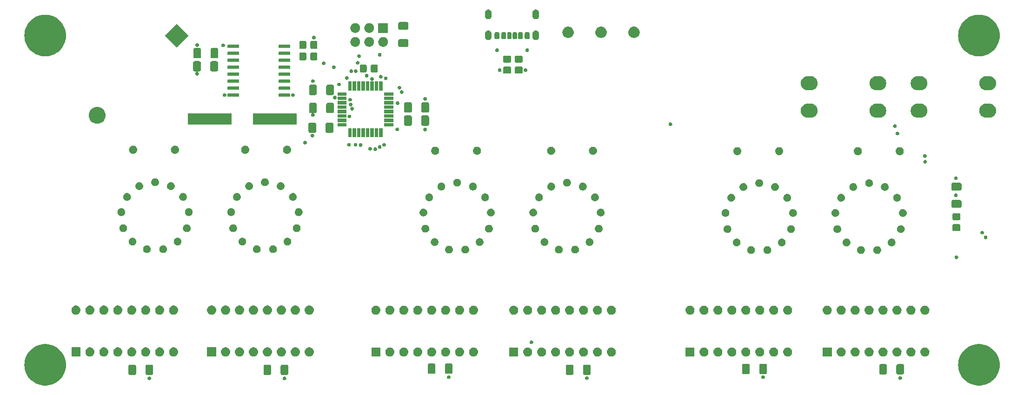
<source format=gts>
G04 #@! TF.GenerationSoftware,KiCad,Pcbnew,8.0.1*
G04 #@! TF.CreationDate,2025-01-11T23:12:33+02:00*
G04 #@! TF.ProjectId,NixProjectRev02,4e697850-726f-46a6-9563-745265763032,Rev02*
G04 #@! TF.SameCoordinates,Original*
G04 #@! TF.FileFunction,Soldermask,Top*
G04 #@! TF.FilePolarity,Negative*
%FSLAX46Y46*%
G04 Gerber Fmt 4.6, Leading zero omitted, Abs format (unit mm)*
G04 Created by KiCad (PCBNEW 8.0.1) date 2025-01-11 23:12:33*
%MOMM*%
%LPD*%
G01*
G04 APERTURE LIST*
G04 APERTURE END LIST*
G36*
X66473608Y-110355682D02*
G01*
X66849472Y-110432924D01*
X67215592Y-110547795D01*
X67568213Y-110699116D01*
X67903716Y-110885336D01*
X68218657Y-111104542D01*
X68509807Y-111354485D01*
X68774176Y-111632601D01*
X69009052Y-111936036D01*
X69212025Y-112261676D01*
X69381012Y-112606180D01*
X69514280Y-112966012D01*
X69610459Y-113337481D01*
X69668565Y-113716774D01*
X69688000Y-114100000D01*
X69668565Y-114483226D01*
X69610459Y-114862519D01*
X69514280Y-115233988D01*
X69381012Y-115593820D01*
X69212025Y-115938324D01*
X69009052Y-116263964D01*
X68774176Y-116567399D01*
X68509807Y-116845515D01*
X68218657Y-117095458D01*
X67903716Y-117314664D01*
X67568213Y-117500884D01*
X67215592Y-117652205D01*
X66849472Y-117767076D01*
X66473608Y-117844318D01*
X66091859Y-117883138D01*
X65708141Y-117883138D01*
X65326392Y-117844318D01*
X64950528Y-117767076D01*
X64584408Y-117652205D01*
X64231787Y-117500884D01*
X63896284Y-117314664D01*
X63581343Y-117095458D01*
X63290193Y-116845515D01*
X63025824Y-116567399D01*
X62790948Y-116263964D01*
X62587975Y-115938324D01*
X62418988Y-115593820D01*
X62285720Y-115233988D01*
X62189541Y-114862519D01*
X62131435Y-114483226D01*
X62112000Y-114100000D01*
X62131435Y-113716774D01*
X62189541Y-113337481D01*
X62285720Y-112966012D01*
X62418988Y-112606180D01*
X62587975Y-112261676D01*
X62790948Y-111936036D01*
X63025824Y-111632601D01*
X63290193Y-111354485D01*
X63581343Y-111104542D01*
X63896284Y-110885336D01*
X64231787Y-110699116D01*
X64584408Y-110547795D01*
X64950528Y-110432924D01*
X65326392Y-110355682D01*
X65708141Y-110316862D01*
X66091859Y-110316862D01*
X66473608Y-110355682D01*
G37*
G36*
X236473608Y-110355682D02*
G01*
X236849472Y-110432924D01*
X237215592Y-110547795D01*
X237568213Y-110699116D01*
X237903716Y-110885336D01*
X238218657Y-111104542D01*
X238509807Y-111354485D01*
X238774176Y-111632601D01*
X239009052Y-111936036D01*
X239212025Y-112261676D01*
X239381012Y-112606180D01*
X239514280Y-112966012D01*
X239610459Y-113337481D01*
X239668565Y-113716774D01*
X239688000Y-114100000D01*
X239668565Y-114483226D01*
X239610459Y-114862519D01*
X239514280Y-115233988D01*
X239381012Y-115593820D01*
X239212025Y-115938324D01*
X239009052Y-116263964D01*
X238774176Y-116567399D01*
X238509807Y-116845515D01*
X238218657Y-117095458D01*
X237903716Y-117314664D01*
X237568213Y-117500884D01*
X237215592Y-117652205D01*
X236849472Y-117767076D01*
X236473608Y-117844318D01*
X236091859Y-117883138D01*
X235708141Y-117883138D01*
X235326392Y-117844318D01*
X234950528Y-117767076D01*
X234584408Y-117652205D01*
X234231787Y-117500884D01*
X233896284Y-117314664D01*
X233581343Y-117095458D01*
X233290193Y-116845515D01*
X233025824Y-116567399D01*
X232790948Y-116263964D01*
X232587975Y-115938324D01*
X232418988Y-115593820D01*
X232285720Y-115233988D01*
X232189541Y-114862519D01*
X232131435Y-114483226D01*
X232112000Y-114100000D01*
X232131435Y-113716774D01*
X232189541Y-113337481D01*
X232285720Y-112966012D01*
X232418988Y-112606180D01*
X232587975Y-112261676D01*
X232790948Y-111936036D01*
X233025824Y-111632601D01*
X233290193Y-111354485D01*
X233581343Y-111104542D01*
X233896284Y-110885336D01*
X234231787Y-110699116D01*
X234584408Y-110547795D01*
X234950528Y-110432924D01*
X235326392Y-110355682D01*
X235708141Y-110316862D01*
X236091859Y-110316862D01*
X236473608Y-110355682D01*
G37*
G36*
X109489808Y-116241635D02*
G01*
X109521193Y-116241635D01*
X109545371Y-116250435D01*
X109566699Y-116253813D01*
X109596820Y-116269160D01*
X109631500Y-116281783D01*
X109646817Y-116294635D01*
X109660695Y-116301707D01*
X109689122Y-116330134D01*
X109721423Y-116357238D01*
X109728522Y-116369534D01*
X109735292Y-116376304D01*
X109756788Y-116418492D01*
X109780116Y-116458897D01*
X109781566Y-116467120D01*
X109783186Y-116470300D01*
X109792533Y-116529317D01*
X109800500Y-116574500D01*
X109792532Y-116619686D01*
X109783186Y-116678699D01*
X109781566Y-116681877D01*
X109780116Y-116690103D01*
X109756784Y-116730514D01*
X109735292Y-116772695D01*
X109728523Y-116779463D01*
X109721423Y-116791762D01*
X109689115Y-116818871D01*
X109660695Y-116847292D01*
X109646820Y-116854361D01*
X109631500Y-116867217D01*
X109596813Y-116879841D01*
X109566699Y-116895186D01*
X109545376Y-116898563D01*
X109521193Y-116907365D01*
X109489801Y-116907365D01*
X109462500Y-116911689D01*
X109435198Y-116907365D01*
X109403807Y-116907365D01*
X109379624Y-116898563D01*
X109358300Y-116895186D01*
X109328183Y-116879840D01*
X109293500Y-116867217D01*
X109278181Y-116854362D01*
X109264304Y-116847292D01*
X109235877Y-116818865D01*
X109203577Y-116791762D01*
X109196477Y-116779465D01*
X109189707Y-116772695D01*
X109168207Y-116730500D01*
X109144884Y-116690103D01*
X109143434Y-116681880D01*
X109141813Y-116678699D01*
X109132457Y-116619630D01*
X109124500Y-116574500D01*
X109132457Y-116529373D01*
X109141813Y-116470300D01*
X109143434Y-116467117D01*
X109144884Y-116458897D01*
X109168202Y-116418507D01*
X109189707Y-116376304D01*
X109196479Y-116369531D01*
X109203577Y-116357238D01*
X109235871Y-116330139D01*
X109264304Y-116301707D01*
X109278184Y-116294634D01*
X109293500Y-116281783D01*
X109328176Y-116269162D01*
X109358300Y-116253813D01*
X109379629Y-116250434D01*
X109403807Y-116241635D01*
X109435192Y-116241635D01*
X109462500Y-116237310D01*
X109489808Y-116241635D01*
G37*
G36*
X84889808Y-116226635D02*
G01*
X84921193Y-116226635D01*
X84945371Y-116235435D01*
X84966699Y-116238813D01*
X84996820Y-116254160D01*
X85031500Y-116266783D01*
X85046817Y-116279635D01*
X85060695Y-116286707D01*
X85089122Y-116315134D01*
X85121423Y-116342238D01*
X85128522Y-116354534D01*
X85135292Y-116361304D01*
X85156788Y-116403492D01*
X85180116Y-116443897D01*
X85181566Y-116452120D01*
X85183186Y-116455300D01*
X85192533Y-116514317D01*
X85200500Y-116559500D01*
X85192532Y-116604686D01*
X85183186Y-116663699D01*
X85181566Y-116666877D01*
X85180116Y-116675103D01*
X85156784Y-116715514D01*
X85135292Y-116757695D01*
X85128523Y-116764463D01*
X85121423Y-116776762D01*
X85089115Y-116803871D01*
X85060695Y-116832292D01*
X85046820Y-116839361D01*
X85031500Y-116852217D01*
X84996813Y-116864841D01*
X84966699Y-116880186D01*
X84945376Y-116883563D01*
X84921193Y-116892365D01*
X84889801Y-116892365D01*
X84862500Y-116896689D01*
X84835198Y-116892365D01*
X84803807Y-116892365D01*
X84779624Y-116883563D01*
X84758300Y-116880186D01*
X84728183Y-116864840D01*
X84693500Y-116852217D01*
X84678181Y-116839362D01*
X84664304Y-116832292D01*
X84635877Y-116803865D01*
X84603577Y-116776762D01*
X84596477Y-116764465D01*
X84589707Y-116757695D01*
X84568207Y-116715500D01*
X84544884Y-116675103D01*
X84543434Y-116666880D01*
X84541813Y-116663699D01*
X84532457Y-116604630D01*
X84524500Y-116559500D01*
X84532457Y-116514373D01*
X84541813Y-116455300D01*
X84543434Y-116452117D01*
X84544884Y-116443897D01*
X84568202Y-116403507D01*
X84589707Y-116361304D01*
X84596479Y-116354531D01*
X84603577Y-116342238D01*
X84635871Y-116315139D01*
X84664304Y-116286707D01*
X84678184Y-116279634D01*
X84693500Y-116266783D01*
X84728176Y-116254162D01*
X84758300Y-116238813D01*
X84779629Y-116235434D01*
X84803807Y-116226635D01*
X84835192Y-116226635D01*
X84862500Y-116222310D01*
X84889808Y-116226635D01*
G37*
G36*
X221589808Y-116178635D02*
G01*
X221621193Y-116178635D01*
X221645371Y-116187435D01*
X221666699Y-116190813D01*
X221696820Y-116206160D01*
X221731500Y-116218783D01*
X221746817Y-116231635D01*
X221760695Y-116238707D01*
X221789122Y-116267134D01*
X221821423Y-116294238D01*
X221828522Y-116306534D01*
X221835292Y-116313304D01*
X221856788Y-116355492D01*
X221880116Y-116395897D01*
X221881566Y-116404120D01*
X221883186Y-116407300D01*
X221892533Y-116466317D01*
X221900500Y-116511500D01*
X221892532Y-116556686D01*
X221883186Y-116615699D01*
X221881566Y-116618877D01*
X221880116Y-116627103D01*
X221856784Y-116667514D01*
X221835292Y-116709695D01*
X221828523Y-116716463D01*
X221821423Y-116728762D01*
X221789115Y-116755871D01*
X221760695Y-116784292D01*
X221746820Y-116791361D01*
X221731500Y-116804217D01*
X221696813Y-116816841D01*
X221666699Y-116832186D01*
X221645376Y-116835563D01*
X221621193Y-116844365D01*
X221589801Y-116844365D01*
X221562500Y-116848689D01*
X221535198Y-116844365D01*
X221503807Y-116844365D01*
X221479624Y-116835563D01*
X221458300Y-116832186D01*
X221428183Y-116816840D01*
X221393500Y-116804217D01*
X221378181Y-116791362D01*
X221364304Y-116784292D01*
X221335877Y-116755865D01*
X221303577Y-116728762D01*
X221296477Y-116716465D01*
X221289707Y-116709695D01*
X221268207Y-116667500D01*
X221244884Y-116627103D01*
X221243434Y-116618880D01*
X221241813Y-116615699D01*
X221232457Y-116556630D01*
X221224500Y-116511500D01*
X221232457Y-116466373D01*
X221241813Y-116407300D01*
X221243434Y-116404117D01*
X221244884Y-116395897D01*
X221268202Y-116355507D01*
X221289707Y-116313304D01*
X221296479Y-116306531D01*
X221303577Y-116294238D01*
X221335871Y-116267139D01*
X221364304Y-116238707D01*
X221378184Y-116231634D01*
X221393500Y-116218783D01*
X221428176Y-116206162D01*
X221458300Y-116190813D01*
X221479629Y-116187434D01*
X221503807Y-116178635D01*
X221535192Y-116178635D01*
X221562500Y-116174310D01*
X221589808Y-116178635D01*
G37*
G36*
X164539808Y-116173635D02*
G01*
X164571193Y-116173635D01*
X164595371Y-116182435D01*
X164616699Y-116185813D01*
X164646820Y-116201160D01*
X164681500Y-116213783D01*
X164696817Y-116226635D01*
X164710695Y-116233707D01*
X164739122Y-116262134D01*
X164771423Y-116289238D01*
X164778522Y-116301534D01*
X164785292Y-116308304D01*
X164806788Y-116350492D01*
X164830116Y-116390897D01*
X164831566Y-116399120D01*
X164833186Y-116402300D01*
X164842533Y-116461317D01*
X164850500Y-116506500D01*
X164842532Y-116551686D01*
X164833186Y-116610699D01*
X164831566Y-116613877D01*
X164830116Y-116622103D01*
X164806784Y-116662514D01*
X164785292Y-116704695D01*
X164778523Y-116711463D01*
X164771423Y-116723762D01*
X164739115Y-116750871D01*
X164710695Y-116779292D01*
X164696820Y-116786361D01*
X164681500Y-116799217D01*
X164646813Y-116811841D01*
X164616699Y-116827186D01*
X164595376Y-116830563D01*
X164571193Y-116839365D01*
X164539801Y-116839365D01*
X164512500Y-116843689D01*
X164485198Y-116839365D01*
X164453807Y-116839365D01*
X164429624Y-116830563D01*
X164408300Y-116827186D01*
X164378183Y-116811840D01*
X164343500Y-116799217D01*
X164328181Y-116786362D01*
X164314304Y-116779292D01*
X164285877Y-116750865D01*
X164253577Y-116723762D01*
X164246477Y-116711465D01*
X164239707Y-116704695D01*
X164218207Y-116662500D01*
X164194884Y-116622103D01*
X164193434Y-116613880D01*
X164191813Y-116610699D01*
X164182457Y-116551630D01*
X164174500Y-116506500D01*
X164182457Y-116461373D01*
X164191813Y-116402300D01*
X164193434Y-116399117D01*
X164194884Y-116390897D01*
X164218202Y-116350507D01*
X164239707Y-116308304D01*
X164246479Y-116301531D01*
X164253577Y-116289238D01*
X164285871Y-116262139D01*
X164314304Y-116233707D01*
X164328184Y-116226634D01*
X164343500Y-116213783D01*
X164378176Y-116201162D01*
X164408300Y-116185813D01*
X164429629Y-116182434D01*
X164453807Y-116173635D01*
X164485192Y-116173635D01*
X164512500Y-116169310D01*
X164539808Y-116173635D01*
G37*
G36*
X139389808Y-115999135D02*
G01*
X139421193Y-115999135D01*
X139445371Y-116007935D01*
X139466699Y-116011313D01*
X139496820Y-116026660D01*
X139531500Y-116039283D01*
X139546817Y-116052135D01*
X139560695Y-116059207D01*
X139589122Y-116087634D01*
X139621423Y-116114738D01*
X139628522Y-116127034D01*
X139635292Y-116133804D01*
X139656788Y-116175992D01*
X139680116Y-116216397D01*
X139681566Y-116224620D01*
X139683186Y-116227800D01*
X139692533Y-116286817D01*
X139700500Y-116332000D01*
X139692532Y-116377186D01*
X139683186Y-116436199D01*
X139681566Y-116439377D01*
X139680116Y-116447603D01*
X139656784Y-116488014D01*
X139635292Y-116530195D01*
X139628523Y-116536963D01*
X139621423Y-116549262D01*
X139589115Y-116576371D01*
X139560695Y-116604792D01*
X139546820Y-116611861D01*
X139531500Y-116624717D01*
X139496813Y-116637341D01*
X139466699Y-116652686D01*
X139445376Y-116656063D01*
X139421193Y-116664865D01*
X139389801Y-116664865D01*
X139362500Y-116669189D01*
X139335198Y-116664865D01*
X139303807Y-116664865D01*
X139279624Y-116656063D01*
X139258300Y-116652686D01*
X139228183Y-116637340D01*
X139193500Y-116624717D01*
X139178181Y-116611862D01*
X139164304Y-116604792D01*
X139135877Y-116576365D01*
X139103577Y-116549262D01*
X139096477Y-116536965D01*
X139089707Y-116530195D01*
X139068207Y-116488000D01*
X139044884Y-116447603D01*
X139043434Y-116439380D01*
X139041813Y-116436199D01*
X139032457Y-116377130D01*
X139024500Y-116332000D01*
X139032457Y-116286873D01*
X139041813Y-116227800D01*
X139043434Y-116224617D01*
X139044884Y-116216397D01*
X139068202Y-116176007D01*
X139089707Y-116133804D01*
X139096479Y-116127031D01*
X139103577Y-116114738D01*
X139135871Y-116087639D01*
X139164304Y-116059207D01*
X139178184Y-116052134D01*
X139193500Y-116039283D01*
X139228176Y-116026662D01*
X139258300Y-116011313D01*
X139279629Y-116007934D01*
X139303807Y-115999135D01*
X139335192Y-115999135D01*
X139362500Y-115994810D01*
X139389808Y-115999135D01*
G37*
G36*
X196623308Y-115999135D02*
G01*
X196654693Y-115999135D01*
X196678871Y-116007935D01*
X196700199Y-116011313D01*
X196730320Y-116026660D01*
X196765000Y-116039283D01*
X196780317Y-116052135D01*
X196794195Y-116059207D01*
X196822622Y-116087634D01*
X196854923Y-116114738D01*
X196862022Y-116127034D01*
X196868792Y-116133804D01*
X196890288Y-116175992D01*
X196913616Y-116216397D01*
X196915066Y-116224620D01*
X196916686Y-116227800D01*
X196926033Y-116286817D01*
X196934000Y-116332000D01*
X196926032Y-116377186D01*
X196916686Y-116436199D01*
X196915066Y-116439377D01*
X196913616Y-116447603D01*
X196890284Y-116488014D01*
X196868792Y-116530195D01*
X196862023Y-116536963D01*
X196854923Y-116549262D01*
X196822615Y-116576371D01*
X196794195Y-116604792D01*
X196780320Y-116611861D01*
X196765000Y-116624717D01*
X196730313Y-116637341D01*
X196700199Y-116652686D01*
X196678876Y-116656063D01*
X196654693Y-116664865D01*
X196623301Y-116664865D01*
X196596000Y-116669189D01*
X196568698Y-116664865D01*
X196537307Y-116664865D01*
X196513124Y-116656063D01*
X196491800Y-116652686D01*
X196461683Y-116637340D01*
X196427000Y-116624717D01*
X196411681Y-116611862D01*
X196397804Y-116604792D01*
X196369377Y-116576365D01*
X196337077Y-116549262D01*
X196329977Y-116536965D01*
X196323207Y-116530195D01*
X196301707Y-116488000D01*
X196278384Y-116447603D01*
X196276934Y-116439380D01*
X196275313Y-116436199D01*
X196265957Y-116377130D01*
X196258000Y-116332000D01*
X196265957Y-116286873D01*
X196275313Y-116227800D01*
X196276934Y-116224617D01*
X196278384Y-116216397D01*
X196301702Y-116176007D01*
X196323207Y-116133804D01*
X196329979Y-116127031D01*
X196337077Y-116114738D01*
X196369371Y-116087639D01*
X196397804Y-116059207D01*
X196411684Y-116052134D01*
X196427000Y-116039283D01*
X196461676Y-116026662D01*
X196491800Y-116011313D01*
X196513129Y-116007934D01*
X196537307Y-115999135D01*
X196568692Y-115999135D01*
X196596000Y-115994810D01*
X196623308Y-115999135D01*
G37*
G36*
X82215938Y-114069650D02*
G01*
X82224871Y-114073594D01*
X82231300Y-114074531D01*
X82271498Y-114094182D01*
X82312759Y-114112401D01*
X82316578Y-114116220D01*
X82316829Y-114116343D01*
X82383656Y-114183170D01*
X82383778Y-114183420D01*
X82387599Y-114187241D01*
X82405822Y-114228512D01*
X82425468Y-114268699D01*
X82426404Y-114275126D01*
X82430350Y-114284062D01*
X82438000Y-114350000D01*
X82438000Y-115650000D01*
X82430350Y-115715938D01*
X82426404Y-115724874D01*
X82425468Y-115731300D01*
X82405826Y-115771477D01*
X82387599Y-115812759D01*
X82383777Y-115816580D01*
X82383656Y-115816829D01*
X82316829Y-115883656D01*
X82316580Y-115883777D01*
X82312759Y-115887599D01*
X82271477Y-115905826D01*
X82231300Y-115925468D01*
X82224874Y-115926404D01*
X82215938Y-115930350D01*
X82150000Y-115938000D01*
X81325000Y-115938000D01*
X81259062Y-115930350D01*
X81250126Y-115926404D01*
X81243699Y-115925468D01*
X81203512Y-115905822D01*
X81162241Y-115887599D01*
X81158420Y-115883778D01*
X81158170Y-115883656D01*
X81091343Y-115816829D01*
X81091220Y-115816578D01*
X81087401Y-115812759D01*
X81069182Y-115771498D01*
X81049531Y-115731300D01*
X81048594Y-115724871D01*
X81044650Y-115715938D01*
X81037000Y-115650000D01*
X81037000Y-114350000D01*
X81044650Y-114284062D01*
X81048594Y-114275129D01*
X81049531Y-114268699D01*
X81069186Y-114228491D01*
X81087401Y-114187241D01*
X81091219Y-114183422D01*
X81091343Y-114183170D01*
X81158170Y-114116343D01*
X81158422Y-114116219D01*
X81162241Y-114112401D01*
X81203491Y-114094186D01*
X81243699Y-114074531D01*
X81250129Y-114073594D01*
X81259062Y-114069650D01*
X81325000Y-114062000D01*
X82150000Y-114062000D01*
X82215938Y-114069650D01*
G37*
G36*
X85340938Y-114069650D02*
G01*
X85349871Y-114073594D01*
X85356300Y-114074531D01*
X85396498Y-114094182D01*
X85437759Y-114112401D01*
X85441578Y-114116220D01*
X85441829Y-114116343D01*
X85508656Y-114183170D01*
X85508778Y-114183420D01*
X85512599Y-114187241D01*
X85530822Y-114228512D01*
X85550468Y-114268699D01*
X85551404Y-114275126D01*
X85555350Y-114284062D01*
X85563000Y-114350000D01*
X85563000Y-115650000D01*
X85555350Y-115715938D01*
X85551404Y-115724874D01*
X85550468Y-115731300D01*
X85530826Y-115771477D01*
X85512599Y-115812759D01*
X85508777Y-115816580D01*
X85508656Y-115816829D01*
X85441829Y-115883656D01*
X85441580Y-115883777D01*
X85437759Y-115887599D01*
X85396477Y-115905826D01*
X85356300Y-115925468D01*
X85349874Y-115926404D01*
X85340938Y-115930350D01*
X85275000Y-115938000D01*
X84450000Y-115938000D01*
X84384062Y-115930350D01*
X84375126Y-115926404D01*
X84368699Y-115925468D01*
X84328512Y-115905822D01*
X84287241Y-115887599D01*
X84283420Y-115883778D01*
X84283170Y-115883656D01*
X84216343Y-115816829D01*
X84216220Y-115816578D01*
X84212401Y-115812759D01*
X84194182Y-115771498D01*
X84174531Y-115731300D01*
X84173594Y-115724871D01*
X84169650Y-115715938D01*
X84162000Y-115650000D01*
X84162000Y-114350000D01*
X84169650Y-114284062D01*
X84173594Y-114275129D01*
X84174531Y-114268699D01*
X84194186Y-114228491D01*
X84212401Y-114187241D01*
X84216219Y-114183422D01*
X84216343Y-114183170D01*
X84283170Y-114116343D01*
X84283422Y-114116219D01*
X84287241Y-114112401D01*
X84328491Y-114094186D01*
X84368699Y-114074531D01*
X84375129Y-114073594D01*
X84384062Y-114069650D01*
X84450000Y-114062000D01*
X85275000Y-114062000D01*
X85340938Y-114069650D01*
G37*
G36*
X106815938Y-114069650D02*
G01*
X106824871Y-114073594D01*
X106831300Y-114074531D01*
X106871498Y-114094182D01*
X106912759Y-114112401D01*
X106916578Y-114116220D01*
X106916829Y-114116343D01*
X106983656Y-114183170D01*
X106983778Y-114183420D01*
X106987599Y-114187241D01*
X107005822Y-114228512D01*
X107025468Y-114268699D01*
X107026404Y-114275126D01*
X107030350Y-114284062D01*
X107038000Y-114350000D01*
X107038000Y-115650000D01*
X107030350Y-115715938D01*
X107026404Y-115724874D01*
X107025468Y-115731300D01*
X107005826Y-115771477D01*
X106987599Y-115812759D01*
X106983777Y-115816580D01*
X106983656Y-115816829D01*
X106916829Y-115883656D01*
X106916580Y-115883777D01*
X106912759Y-115887599D01*
X106871477Y-115905826D01*
X106831300Y-115925468D01*
X106824874Y-115926404D01*
X106815938Y-115930350D01*
X106750000Y-115938000D01*
X105925000Y-115938000D01*
X105859062Y-115930350D01*
X105850126Y-115926404D01*
X105843699Y-115925468D01*
X105803512Y-115905822D01*
X105762241Y-115887599D01*
X105758420Y-115883778D01*
X105758170Y-115883656D01*
X105691343Y-115816829D01*
X105691220Y-115816578D01*
X105687401Y-115812759D01*
X105669182Y-115771498D01*
X105649531Y-115731300D01*
X105648594Y-115724871D01*
X105644650Y-115715938D01*
X105637000Y-115650000D01*
X105637000Y-114350000D01*
X105644650Y-114284062D01*
X105648594Y-114275129D01*
X105649531Y-114268699D01*
X105669186Y-114228491D01*
X105687401Y-114187241D01*
X105691219Y-114183422D01*
X105691343Y-114183170D01*
X105758170Y-114116343D01*
X105758422Y-114116219D01*
X105762241Y-114112401D01*
X105803491Y-114094186D01*
X105843699Y-114074531D01*
X105850129Y-114073594D01*
X105859062Y-114069650D01*
X105925000Y-114062000D01*
X106750000Y-114062000D01*
X106815938Y-114069650D01*
G37*
G36*
X109940938Y-114069650D02*
G01*
X109949871Y-114073594D01*
X109956300Y-114074531D01*
X109996498Y-114094182D01*
X110037759Y-114112401D01*
X110041578Y-114116220D01*
X110041829Y-114116343D01*
X110108656Y-114183170D01*
X110108778Y-114183420D01*
X110112599Y-114187241D01*
X110130822Y-114228512D01*
X110150468Y-114268699D01*
X110151404Y-114275126D01*
X110155350Y-114284062D01*
X110163000Y-114350000D01*
X110163000Y-115650000D01*
X110155350Y-115715938D01*
X110151404Y-115724874D01*
X110150468Y-115731300D01*
X110130826Y-115771477D01*
X110112599Y-115812759D01*
X110108777Y-115816580D01*
X110108656Y-115816829D01*
X110041829Y-115883656D01*
X110041580Y-115883777D01*
X110037759Y-115887599D01*
X109996477Y-115905826D01*
X109956300Y-115925468D01*
X109949874Y-115926404D01*
X109940938Y-115930350D01*
X109875000Y-115938000D01*
X109050000Y-115938000D01*
X108984062Y-115930350D01*
X108975126Y-115926404D01*
X108968699Y-115925468D01*
X108928512Y-115905822D01*
X108887241Y-115887599D01*
X108883420Y-115883778D01*
X108883170Y-115883656D01*
X108816343Y-115816829D01*
X108816220Y-115816578D01*
X108812401Y-115812759D01*
X108794182Y-115771498D01*
X108774531Y-115731300D01*
X108773594Y-115724871D01*
X108769650Y-115715938D01*
X108762000Y-115650000D01*
X108762000Y-114350000D01*
X108769650Y-114284062D01*
X108773594Y-114275129D01*
X108774531Y-114268699D01*
X108794186Y-114228491D01*
X108812401Y-114187241D01*
X108816219Y-114183422D01*
X108816343Y-114183170D01*
X108883170Y-114116343D01*
X108883422Y-114116219D01*
X108887241Y-114112401D01*
X108928491Y-114094186D01*
X108968699Y-114074531D01*
X108975129Y-114073594D01*
X108984062Y-114069650D01*
X109050000Y-114062000D01*
X109875000Y-114062000D01*
X109940938Y-114069650D01*
G37*
G36*
X161865938Y-114069650D02*
G01*
X161874871Y-114073594D01*
X161881300Y-114074531D01*
X161921498Y-114094182D01*
X161962759Y-114112401D01*
X161966578Y-114116220D01*
X161966829Y-114116343D01*
X162033656Y-114183170D01*
X162033778Y-114183420D01*
X162037599Y-114187241D01*
X162055822Y-114228512D01*
X162075468Y-114268699D01*
X162076404Y-114275126D01*
X162080350Y-114284062D01*
X162088000Y-114350000D01*
X162088000Y-115650000D01*
X162080350Y-115715938D01*
X162076404Y-115724874D01*
X162075468Y-115731300D01*
X162055826Y-115771477D01*
X162037599Y-115812759D01*
X162033777Y-115816580D01*
X162033656Y-115816829D01*
X161966829Y-115883656D01*
X161966580Y-115883777D01*
X161962759Y-115887599D01*
X161921477Y-115905826D01*
X161881300Y-115925468D01*
X161874874Y-115926404D01*
X161865938Y-115930350D01*
X161800000Y-115938000D01*
X160975000Y-115938000D01*
X160909062Y-115930350D01*
X160900126Y-115926404D01*
X160893699Y-115925468D01*
X160853512Y-115905822D01*
X160812241Y-115887599D01*
X160808420Y-115883778D01*
X160808170Y-115883656D01*
X160741343Y-115816829D01*
X160741220Y-115816578D01*
X160737401Y-115812759D01*
X160719182Y-115771498D01*
X160699531Y-115731300D01*
X160698594Y-115724871D01*
X160694650Y-115715938D01*
X160687000Y-115650000D01*
X160687000Y-114350000D01*
X160694650Y-114284062D01*
X160698594Y-114275129D01*
X160699531Y-114268699D01*
X160719186Y-114228491D01*
X160737401Y-114187241D01*
X160741219Y-114183422D01*
X160741343Y-114183170D01*
X160808170Y-114116343D01*
X160808422Y-114116219D01*
X160812241Y-114112401D01*
X160853491Y-114094186D01*
X160893699Y-114074531D01*
X160900129Y-114073594D01*
X160909062Y-114069650D01*
X160975000Y-114062000D01*
X161800000Y-114062000D01*
X161865938Y-114069650D01*
G37*
G36*
X164990938Y-114069650D02*
G01*
X164999871Y-114073594D01*
X165006300Y-114074531D01*
X165046498Y-114094182D01*
X165087759Y-114112401D01*
X165091578Y-114116220D01*
X165091829Y-114116343D01*
X165158656Y-114183170D01*
X165158778Y-114183420D01*
X165162599Y-114187241D01*
X165180822Y-114228512D01*
X165200468Y-114268699D01*
X165201404Y-114275126D01*
X165205350Y-114284062D01*
X165213000Y-114350000D01*
X165213000Y-115650000D01*
X165205350Y-115715938D01*
X165201404Y-115724874D01*
X165200468Y-115731300D01*
X165180826Y-115771477D01*
X165162599Y-115812759D01*
X165158777Y-115816580D01*
X165158656Y-115816829D01*
X165091829Y-115883656D01*
X165091580Y-115883777D01*
X165087759Y-115887599D01*
X165046477Y-115905826D01*
X165006300Y-115925468D01*
X164999874Y-115926404D01*
X164990938Y-115930350D01*
X164925000Y-115938000D01*
X164100000Y-115938000D01*
X164034062Y-115930350D01*
X164025126Y-115926404D01*
X164018699Y-115925468D01*
X163978512Y-115905822D01*
X163937241Y-115887599D01*
X163933420Y-115883778D01*
X163933170Y-115883656D01*
X163866343Y-115816829D01*
X163866220Y-115816578D01*
X163862401Y-115812759D01*
X163844182Y-115771498D01*
X163824531Y-115731300D01*
X163823594Y-115724871D01*
X163819650Y-115715938D01*
X163812000Y-115650000D01*
X163812000Y-114350000D01*
X163819650Y-114284062D01*
X163823594Y-114275129D01*
X163824531Y-114268699D01*
X163844186Y-114228491D01*
X163862401Y-114187241D01*
X163866219Y-114183422D01*
X163866343Y-114183170D01*
X163933170Y-114116343D01*
X163933422Y-114116219D01*
X163937241Y-114112401D01*
X163978491Y-114094186D01*
X164018699Y-114074531D01*
X164025129Y-114073594D01*
X164034062Y-114069650D01*
X164100000Y-114062000D01*
X164925000Y-114062000D01*
X164990938Y-114069650D01*
G37*
G36*
X218915938Y-113969650D02*
G01*
X218924871Y-113973594D01*
X218931300Y-113974531D01*
X218971498Y-113994182D01*
X219012759Y-114012401D01*
X219016578Y-114016220D01*
X219016829Y-114016343D01*
X219083656Y-114083170D01*
X219083778Y-114083420D01*
X219087599Y-114087241D01*
X219105822Y-114128512D01*
X219125468Y-114168699D01*
X219126404Y-114175126D01*
X219130350Y-114184062D01*
X219138000Y-114250000D01*
X219138000Y-115550000D01*
X219130350Y-115615938D01*
X219126404Y-115624874D01*
X219125468Y-115631300D01*
X219105826Y-115671477D01*
X219087599Y-115712759D01*
X219083777Y-115716580D01*
X219083656Y-115716829D01*
X219016829Y-115783656D01*
X219016580Y-115783777D01*
X219012759Y-115787599D01*
X218971477Y-115805826D01*
X218931300Y-115825468D01*
X218924874Y-115826404D01*
X218915938Y-115830350D01*
X218850000Y-115838000D01*
X218025000Y-115838000D01*
X217959062Y-115830350D01*
X217950126Y-115826404D01*
X217943699Y-115825468D01*
X217903512Y-115805822D01*
X217862241Y-115787599D01*
X217858420Y-115783778D01*
X217858170Y-115783656D01*
X217791343Y-115716829D01*
X217791220Y-115716578D01*
X217787401Y-115712759D01*
X217769182Y-115671498D01*
X217749531Y-115631300D01*
X217748594Y-115624871D01*
X217744650Y-115615938D01*
X217737000Y-115550000D01*
X217737000Y-114250000D01*
X217744650Y-114184062D01*
X217748594Y-114175129D01*
X217749531Y-114168699D01*
X217769186Y-114128491D01*
X217787401Y-114087241D01*
X217791219Y-114083422D01*
X217791343Y-114083170D01*
X217858170Y-114016343D01*
X217858422Y-114016219D01*
X217862241Y-114012401D01*
X217903491Y-113994186D01*
X217943699Y-113974531D01*
X217950129Y-113973594D01*
X217959062Y-113969650D01*
X218025000Y-113962000D01*
X218850000Y-113962000D01*
X218915938Y-113969650D01*
G37*
G36*
X222040938Y-113969650D02*
G01*
X222049871Y-113973594D01*
X222056300Y-113974531D01*
X222096498Y-113994182D01*
X222137759Y-114012401D01*
X222141578Y-114016220D01*
X222141829Y-114016343D01*
X222208656Y-114083170D01*
X222208778Y-114083420D01*
X222212599Y-114087241D01*
X222230822Y-114128512D01*
X222250468Y-114168699D01*
X222251404Y-114175126D01*
X222255350Y-114184062D01*
X222263000Y-114250000D01*
X222263000Y-115550000D01*
X222255350Y-115615938D01*
X222251404Y-115624874D01*
X222250468Y-115631300D01*
X222230826Y-115671477D01*
X222212599Y-115712759D01*
X222208777Y-115716580D01*
X222208656Y-115716829D01*
X222141829Y-115783656D01*
X222141580Y-115783777D01*
X222137759Y-115787599D01*
X222096477Y-115805826D01*
X222056300Y-115825468D01*
X222049874Y-115826404D01*
X222040938Y-115830350D01*
X221975000Y-115838000D01*
X221150000Y-115838000D01*
X221084062Y-115830350D01*
X221075126Y-115826404D01*
X221068699Y-115825468D01*
X221028512Y-115805822D01*
X220987241Y-115787599D01*
X220983420Y-115783778D01*
X220983170Y-115783656D01*
X220916343Y-115716829D01*
X220916220Y-115716578D01*
X220912401Y-115712759D01*
X220894182Y-115671498D01*
X220874531Y-115631300D01*
X220873594Y-115624871D01*
X220869650Y-115615938D01*
X220862000Y-115550000D01*
X220862000Y-114250000D01*
X220869650Y-114184062D01*
X220873594Y-114175129D01*
X220874531Y-114168699D01*
X220894186Y-114128491D01*
X220912401Y-114087241D01*
X220916219Y-114083422D01*
X220916343Y-114083170D01*
X220983170Y-114016343D01*
X220983422Y-114016219D01*
X220987241Y-114012401D01*
X221028491Y-113994186D01*
X221068699Y-113974531D01*
X221075129Y-113973594D01*
X221084062Y-113969650D01*
X221150000Y-113962000D01*
X221975000Y-113962000D01*
X222040938Y-113969650D01*
G37*
G36*
X193965938Y-113919650D02*
G01*
X193974871Y-113923594D01*
X193981300Y-113924531D01*
X194021498Y-113944182D01*
X194062759Y-113962401D01*
X194066578Y-113966220D01*
X194066829Y-113966343D01*
X194133656Y-114033170D01*
X194133778Y-114033420D01*
X194137599Y-114037241D01*
X194155822Y-114078512D01*
X194175468Y-114118699D01*
X194176404Y-114125126D01*
X194180350Y-114134062D01*
X194188000Y-114200000D01*
X194188000Y-115500000D01*
X194180350Y-115565938D01*
X194176404Y-115574874D01*
X194175468Y-115581300D01*
X194155826Y-115621477D01*
X194137599Y-115662759D01*
X194133777Y-115666580D01*
X194133656Y-115666829D01*
X194066829Y-115733656D01*
X194066580Y-115733777D01*
X194062759Y-115737599D01*
X194021477Y-115755826D01*
X193981300Y-115775468D01*
X193974874Y-115776404D01*
X193965938Y-115780350D01*
X193900000Y-115788000D01*
X193075000Y-115788000D01*
X193009062Y-115780350D01*
X193000126Y-115776404D01*
X192993699Y-115775468D01*
X192953512Y-115755822D01*
X192912241Y-115737599D01*
X192908420Y-115733778D01*
X192908170Y-115733656D01*
X192841343Y-115666829D01*
X192841220Y-115666578D01*
X192837401Y-115662759D01*
X192819182Y-115621498D01*
X192799531Y-115581300D01*
X192798594Y-115574871D01*
X192794650Y-115565938D01*
X192787000Y-115500000D01*
X192787000Y-114200000D01*
X192794650Y-114134062D01*
X192798594Y-114125129D01*
X192799531Y-114118699D01*
X192819186Y-114078491D01*
X192837401Y-114037241D01*
X192841219Y-114033422D01*
X192841343Y-114033170D01*
X192908170Y-113966343D01*
X192908422Y-113966219D01*
X192912241Y-113962401D01*
X192953491Y-113944186D01*
X192993699Y-113924531D01*
X193000129Y-113923594D01*
X193009062Y-113919650D01*
X193075000Y-113912000D01*
X193900000Y-113912000D01*
X193965938Y-113919650D01*
G37*
G36*
X197090938Y-113919650D02*
G01*
X197099871Y-113923594D01*
X197106300Y-113924531D01*
X197146498Y-113944182D01*
X197187759Y-113962401D01*
X197191578Y-113966220D01*
X197191829Y-113966343D01*
X197258656Y-114033170D01*
X197258778Y-114033420D01*
X197262599Y-114037241D01*
X197280822Y-114078512D01*
X197300468Y-114118699D01*
X197301404Y-114125126D01*
X197305350Y-114134062D01*
X197313000Y-114200000D01*
X197313000Y-115500000D01*
X197305350Y-115565938D01*
X197301404Y-115574874D01*
X197300468Y-115581300D01*
X197280826Y-115621477D01*
X197262599Y-115662759D01*
X197258777Y-115666580D01*
X197258656Y-115666829D01*
X197191829Y-115733656D01*
X197191580Y-115733777D01*
X197187759Y-115737599D01*
X197146477Y-115755826D01*
X197106300Y-115775468D01*
X197099874Y-115776404D01*
X197090938Y-115780350D01*
X197025000Y-115788000D01*
X196200000Y-115788000D01*
X196134062Y-115780350D01*
X196125126Y-115776404D01*
X196118699Y-115775468D01*
X196078512Y-115755822D01*
X196037241Y-115737599D01*
X196033420Y-115733778D01*
X196033170Y-115733656D01*
X195966343Y-115666829D01*
X195966220Y-115666578D01*
X195962401Y-115662759D01*
X195944182Y-115621498D01*
X195924531Y-115581300D01*
X195923594Y-115574871D01*
X195919650Y-115565938D01*
X195912000Y-115500000D01*
X195912000Y-114200000D01*
X195919650Y-114134062D01*
X195923594Y-114125129D01*
X195924531Y-114118699D01*
X195944186Y-114078491D01*
X195962401Y-114037241D01*
X195966219Y-114033422D01*
X195966343Y-114033170D01*
X196033170Y-113966343D01*
X196033422Y-113966219D01*
X196037241Y-113962401D01*
X196078491Y-113944186D01*
X196118699Y-113924531D01*
X196125129Y-113923594D01*
X196134062Y-113919650D01*
X196200000Y-113912000D01*
X197025000Y-113912000D01*
X197090938Y-113919650D01*
G37*
G36*
X136715938Y-113869650D02*
G01*
X136724871Y-113873594D01*
X136731300Y-113874531D01*
X136771498Y-113894182D01*
X136812759Y-113912401D01*
X136816578Y-113916220D01*
X136816829Y-113916343D01*
X136883656Y-113983170D01*
X136883778Y-113983420D01*
X136887599Y-113987241D01*
X136905822Y-114028512D01*
X136925468Y-114068699D01*
X136926404Y-114075126D01*
X136930350Y-114084062D01*
X136938000Y-114150000D01*
X136938000Y-115450000D01*
X136930350Y-115515938D01*
X136926404Y-115524874D01*
X136925468Y-115531300D01*
X136905826Y-115571477D01*
X136887599Y-115612759D01*
X136883777Y-115616580D01*
X136883656Y-115616829D01*
X136816829Y-115683656D01*
X136816580Y-115683777D01*
X136812759Y-115687599D01*
X136771477Y-115705826D01*
X136731300Y-115725468D01*
X136724874Y-115726404D01*
X136715938Y-115730350D01*
X136650000Y-115738000D01*
X135825000Y-115738000D01*
X135759062Y-115730350D01*
X135750126Y-115726404D01*
X135743699Y-115725468D01*
X135703512Y-115705822D01*
X135662241Y-115687599D01*
X135658420Y-115683778D01*
X135658170Y-115683656D01*
X135591343Y-115616829D01*
X135591220Y-115616578D01*
X135587401Y-115612759D01*
X135569182Y-115571498D01*
X135549531Y-115531300D01*
X135548594Y-115524871D01*
X135544650Y-115515938D01*
X135537000Y-115450000D01*
X135537000Y-114150000D01*
X135544650Y-114084062D01*
X135548594Y-114075129D01*
X135549531Y-114068699D01*
X135569186Y-114028491D01*
X135587401Y-113987241D01*
X135591219Y-113983422D01*
X135591343Y-113983170D01*
X135658170Y-113916343D01*
X135658422Y-113916219D01*
X135662241Y-113912401D01*
X135703491Y-113894186D01*
X135743699Y-113874531D01*
X135750129Y-113873594D01*
X135759062Y-113869650D01*
X135825000Y-113862000D01*
X136650000Y-113862000D01*
X136715938Y-113869650D01*
G37*
G36*
X139840938Y-113869650D02*
G01*
X139849871Y-113873594D01*
X139856300Y-113874531D01*
X139896498Y-113894182D01*
X139937759Y-113912401D01*
X139941578Y-113916220D01*
X139941829Y-113916343D01*
X140008656Y-113983170D01*
X140008778Y-113983420D01*
X140012599Y-113987241D01*
X140030822Y-114028512D01*
X140050468Y-114068699D01*
X140051404Y-114075126D01*
X140055350Y-114084062D01*
X140063000Y-114150000D01*
X140063000Y-115450000D01*
X140055350Y-115515938D01*
X140051404Y-115524874D01*
X140050468Y-115531300D01*
X140030826Y-115571477D01*
X140012599Y-115612759D01*
X140008777Y-115616580D01*
X140008656Y-115616829D01*
X139941829Y-115683656D01*
X139941580Y-115683777D01*
X139937759Y-115687599D01*
X139896477Y-115705826D01*
X139856300Y-115725468D01*
X139849874Y-115726404D01*
X139840938Y-115730350D01*
X139775000Y-115738000D01*
X138950000Y-115738000D01*
X138884062Y-115730350D01*
X138875126Y-115726404D01*
X138868699Y-115725468D01*
X138828512Y-115705822D01*
X138787241Y-115687599D01*
X138783420Y-115683778D01*
X138783170Y-115683656D01*
X138716343Y-115616829D01*
X138716220Y-115616578D01*
X138712401Y-115612759D01*
X138694182Y-115571498D01*
X138674531Y-115531300D01*
X138673594Y-115524871D01*
X138669650Y-115515938D01*
X138662000Y-115450000D01*
X138662000Y-114150000D01*
X138669650Y-114084062D01*
X138673594Y-114075129D01*
X138674531Y-114068699D01*
X138694186Y-114028491D01*
X138712401Y-113987241D01*
X138716219Y-113983422D01*
X138716343Y-113983170D01*
X138783170Y-113916343D01*
X138783422Y-113916219D01*
X138787241Y-113912401D01*
X138828491Y-113894186D01*
X138868699Y-113874531D01*
X138875129Y-113873594D01*
X138884062Y-113869650D01*
X138950000Y-113862000D01*
X139775000Y-113862000D01*
X139840938Y-113869650D01*
G37*
G36*
X126934542Y-110924893D02*
G01*
X126946870Y-110933130D01*
X126955107Y-110945458D01*
X126958000Y-110960000D01*
X126958000Y-112560000D01*
X126955107Y-112574542D01*
X126946870Y-112586870D01*
X126934542Y-112595107D01*
X126920000Y-112598000D01*
X125320000Y-112598000D01*
X125305458Y-112595107D01*
X125293130Y-112586870D01*
X125284893Y-112574542D01*
X125282000Y-112560000D01*
X125282000Y-110960000D01*
X125284893Y-110945458D01*
X125293130Y-110933130D01*
X125305458Y-110924893D01*
X125320000Y-110922000D01*
X126920000Y-110922000D01*
X126934542Y-110924893D01*
G37*
G36*
X152004542Y-110924893D02*
G01*
X152016870Y-110933130D01*
X152025107Y-110945458D01*
X152028000Y-110960000D01*
X152028000Y-112560000D01*
X152025107Y-112574542D01*
X152016870Y-112586870D01*
X152004542Y-112595107D01*
X151990000Y-112598000D01*
X150390000Y-112598000D01*
X150375458Y-112595107D01*
X150363130Y-112586870D01*
X150354893Y-112574542D01*
X150352000Y-112560000D01*
X150352000Y-110960000D01*
X150354893Y-110945458D01*
X150363130Y-110933130D01*
X150375458Y-110924893D01*
X150390000Y-110922000D01*
X151990000Y-110922000D01*
X152004542Y-110924893D01*
G37*
G36*
X184094542Y-110924893D02*
G01*
X184106870Y-110933130D01*
X184115107Y-110945458D01*
X184118000Y-110960000D01*
X184118000Y-112560000D01*
X184115107Y-112574542D01*
X184106870Y-112586870D01*
X184094542Y-112595107D01*
X184080000Y-112598000D01*
X182480000Y-112598000D01*
X182465458Y-112595107D01*
X182453130Y-112586870D01*
X182444893Y-112574542D01*
X182442000Y-112560000D01*
X182442000Y-110960000D01*
X182444893Y-110945458D01*
X182453130Y-110933130D01*
X182465458Y-110924893D01*
X182480000Y-110922000D01*
X184080000Y-110922000D01*
X184094542Y-110924893D01*
G37*
G36*
X209084542Y-110924893D02*
G01*
X209096870Y-110933130D01*
X209105107Y-110945458D01*
X209108000Y-110960000D01*
X209108000Y-112560000D01*
X209105107Y-112574542D01*
X209096870Y-112586870D01*
X209084542Y-112595107D01*
X209070000Y-112598000D01*
X207470000Y-112598000D01*
X207455458Y-112595107D01*
X207443130Y-112586870D01*
X207434893Y-112574542D01*
X207432000Y-112560000D01*
X207432000Y-110960000D01*
X207434893Y-110945458D01*
X207443130Y-110933130D01*
X207455458Y-110924893D01*
X207470000Y-110922000D01*
X209070000Y-110922000D01*
X209084542Y-110924893D01*
G37*
G36*
X128918956Y-110963015D02*
G01*
X129079000Y-111034271D01*
X129220731Y-111137245D01*
X129337956Y-111267436D01*
X129425551Y-111419155D01*
X129479688Y-111585770D01*
X129498000Y-111760000D01*
X129479688Y-111934230D01*
X129425551Y-112100845D01*
X129337956Y-112252564D01*
X129220731Y-112382755D01*
X129079000Y-112485729D01*
X128918956Y-112556985D01*
X128747595Y-112593409D01*
X128572405Y-112593409D01*
X128401044Y-112556985D01*
X128241000Y-112485729D01*
X128099269Y-112382755D01*
X127982044Y-112252564D01*
X127894449Y-112100845D01*
X127840312Y-111934230D01*
X127822000Y-111760000D01*
X127840312Y-111585770D01*
X127894449Y-111419155D01*
X127982044Y-111267436D01*
X128099269Y-111137245D01*
X128241000Y-111034271D01*
X128401044Y-110963015D01*
X128572405Y-110926591D01*
X128747595Y-110926591D01*
X128918956Y-110963015D01*
G37*
G36*
X131458956Y-110963015D02*
G01*
X131619000Y-111034271D01*
X131760731Y-111137245D01*
X131877956Y-111267436D01*
X131965551Y-111419155D01*
X132019688Y-111585770D01*
X132038000Y-111760000D01*
X132019688Y-111934230D01*
X131965551Y-112100845D01*
X131877956Y-112252564D01*
X131760731Y-112382755D01*
X131619000Y-112485729D01*
X131458956Y-112556985D01*
X131287595Y-112593409D01*
X131112405Y-112593409D01*
X130941044Y-112556985D01*
X130781000Y-112485729D01*
X130639269Y-112382755D01*
X130522044Y-112252564D01*
X130434449Y-112100845D01*
X130380312Y-111934230D01*
X130362000Y-111760000D01*
X130380312Y-111585770D01*
X130434449Y-111419155D01*
X130522044Y-111267436D01*
X130639269Y-111137245D01*
X130781000Y-111034271D01*
X130941044Y-110963015D01*
X131112405Y-110926591D01*
X131287595Y-110926591D01*
X131458956Y-110963015D01*
G37*
G36*
X133998956Y-110963015D02*
G01*
X134159000Y-111034271D01*
X134300731Y-111137245D01*
X134417956Y-111267436D01*
X134505551Y-111419155D01*
X134559688Y-111585770D01*
X134578000Y-111760000D01*
X134559688Y-111934230D01*
X134505551Y-112100845D01*
X134417956Y-112252564D01*
X134300731Y-112382755D01*
X134159000Y-112485729D01*
X133998956Y-112556985D01*
X133827595Y-112593409D01*
X133652405Y-112593409D01*
X133481044Y-112556985D01*
X133321000Y-112485729D01*
X133179269Y-112382755D01*
X133062044Y-112252564D01*
X132974449Y-112100845D01*
X132920312Y-111934230D01*
X132902000Y-111760000D01*
X132920312Y-111585770D01*
X132974449Y-111419155D01*
X133062044Y-111267436D01*
X133179269Y-111137245D01*
X133321000Y-111034271D01*
X133481044Y-110963015D01*
X133652405Y-110926591D01*
X133827595Y-110926591D01*
X133998956Y-110963015D01*
G37*
G36*
X136538956Y-110963015D02*
G01*
X136699000Y-111034271D01*
X136840731Y-111137245D01*
X136957956Y-111267436D01*
X137045551Y-111419155D01*
X137099688Y-111585770D01*
X137118000Y-111760000D01*
X137099688Y-111934230D01*
X137045551Y-112100845D01*
X136957956Y-112252564D01*
X136840731Y-112382755D01*
X136699000Y-112485729D01*
X136538956Y-112556985D01*
X136367595Y-112593409D01*
X136192405Y-112593409D01*
X136021044Y-112556985D01*
X135861000Y-112485729D01*
X135719269Y-112382755D01*
X135602044Y-112252564D01*
X135514449Y-112100845D01*
X135460312Y-111934230D01*
X135442000Y-111760000D01*
X135460312Y-111585770D01*
X135514449Y-111419155D01*
X135602044Y-111267436D01*
X135719269Y-111137245D01*
X135861000Y-111034271D01*
X136021044Y-110963015D01*
X136192405Y-110926591D01*
X136367595Y-110926591D01*
X136538956Y-110963015D01*
G37*
G36*
X139078956Y-110963015D02*
G01*
X139239000Y-111034271D01*
X139380731Y-111137245D01*
X139497956Y-111267436D01*
X139585551Y-111419155D01*
X139639688Y-111585770D01*
X139658000Y-111760000D01*
X139639688Y-111934230D01*
X139585551Y-112100845D01*
X139497956Y-112252564D01*
X139380731Y-112382755D01*
X139239000Y-112485729D01*
X139078956Y-112556985D01*
X138907595Y-112593409D01*
X138732405Y-112593409D01*
X138561044Y-112556985D01*
X138401000Y-112485729D01*
X138259269Y-112382755D01*
X138142044Y-112252564D01*
X138054449Y-112100845D01*
X138000312Y-111934230D01*
X137982000Y-111760000D01*
X138000312Y-111585770D01*
X138054449Y-111419155D01*
X138142044Y-111267436D01*
X138259269Y-111137245D01*
X138401000Y-111034271D01*
X138561044Y-110963015D01*
X138732405Y-110926591D01*
X138907595Y-110926591D01*
X139078956Y-110963015D01*
G37*
G36*
X141618956Y-110963015D02*
G01*
X141779000Y-111034271D01*
X141920731Y-111137245D01*
X142037956Y-111267436D01*
X142125551Y-111419155D01*
X142179688Y-111585770D01*
X142198000Y-111760000D01*
X142179688Y-111934230D01*
X142125551Y-112100845D01*
X142037956Y-112252564D01*
X141920731Y-112382755D01*
X141779000Y-112485729D01*
X141618956Y-112556985D01*
X141447595Y-112593409D01*
X141272405Y-112593409D01*
X141101044Y-112556985D01*
X140941000Y-112485729D01*
X140799269Y-112382755D01*
X140682044Y-112252564D01*
X140594449Y-112100845D01*
X140540312Y-111934230D01*
X140522000Y-111760000D01*
X140540312Y-111585770D01*
X140594449Y-111419155D01*
X140682044Y-111267436D01*
X140799269Y-111137245D01*
X140941000Y-111034271D01*
X141101044Y-110963015D01*
X141272405Y-110926591D01*
X141447595Y-110926591D01*
X141618956Y-110963015D01*
G37*
G36*
X144158956Y-110963015D02*
G01*
X144319000Y-111034271D01*
X144460731Y-111137245D01*
X144577956Y-111267436D01*
X144665551Y-111419155D01*
X144719688Y-111585770D01*
X144738000Y-111760000D01*
X144719688Y-111934230D01*
X144665551Y-112100845D01*
X144577956Y-112252564D01*
X144460731Y-112382755D01*
X144319000Y-112485729D01*
X144158956Y-112556985D01*
X143987595Y-112593409D01*
X143812405Y-112593409D01*
X143641044Y-112556985D01*
X143481000Y-112485729D01*
X143339269Y-112382755D01*
X143222044Y-112252564D01*
X143134449Y-112100845D01*
X143080312Y-111934230D01*
X143062000Y-111760000D01*
X143080312Y-111585770D01*
X143134449Y-111419155D01*
X143222044Y-111267436D01*
X143339269Y-111137245D01*
X143481000Y-111034271D01*
X143641044Y-110963015D01*
X143812405Y-110926591D01*
X143987595Y-110926591D01*
X144158956Y-110963015D01*
G37*
G36*
X153988956Y-110963015D02*
G01*
X154149000Y-111034271D01*
X154290731Y-111137245D01*
X154407956Y-111267436D01*
X154495551Y-111419155D01*
X154549688Y-111585770D01*
X154568000Y-111760000D01*
X154549688Y-111934230D01*
X154495551Y-112100845D01*
X154407956Y-112252564D01*
X154290731Y-112382755D01*
X154149000Y-112485729D01*
X153988956Y-112556985D01*
X153817595Y-112593409D01*
X153642405Y-112593409D01*
X153471044Y-112556985D01*
X153311000Y-112485729D01*
X153169269Y-112382755D01*
X153052044Y-112252564D01*
X152964449Y-112100845D01*
X152910312Y-111934230D01*
X152892000Y-111760000D01*
X152910312Y-111585770D01*
X152964449Y-111419155D01*
X153052044Y-111267436D01*
X153169269Y-111137245D01*
X153311000Y-111034271D01*
X153471044Y-110963015D01*
X153642405Y-110926591D01*
X153817595Y-110926591D01*
X153988956Y-110963015D01*
G37*
G36*
X156528956Y-110963015D02*
G01*
X156689000Y-111034271D01*
X156830731Y-111137245D01*
X156947956Y-111267436D01*
X157035551Y-111419155D01*
X157089688Y-111585770D01*
X157108000Y-111760000D01*
X157089688Y-111934230D01*
X157035551Y-112100845D01*
X156947956Y-112252564D01*
X156830731Y-112382755D01*
X156689000Y-112485729D01*
X156528956Y-112556985D01*
X156357595Y-112593409D01*
X156182405Y-112593409D01*
X156011044Y-112556985D01*
X155851000Y-112485729D01*
X155709269Y-112382755D01*
X155592044Y-112252564D01*
X155504449Y-112100845D01*
X155450312Y-111934230D01*
X155432000Y-111760000D01*
X155450312Y-111585770D01*
X155504449Y-111419155D01*
X155592044Y-111267436D01*
X155709269Y-111137245D01*
X155851000Y-111034271D01*
X156011044Y-110963015D01*
X156182405Y-110926591D01*
X156357595Y-110926591D01*
X156528956Y-110963015D01*
G37*
G36*
X159068956Y-110963015D02*
G01*
X159229000Y-111034271D01*
X159370731Y-111137245D01*
X159487956Y-111267436D01*
X159575551Y-111419155D01*
X159629688Y-111585770D01*
X159648000Y-111760000D01*
X159629688Y-111934230D01*
X159575551Y-112100845D01*
X159487956Y-112252564D01*
X159370731Y-112382755D01*
X159229000Y-112485729D01*
X159068956Y-112556985D01*
X158897595Y-112593409D01*
X158722405Y-112593409D01*
X158551044Y-112556985D01*
X158391000Y-112485729D01*
X158249269Y-112382755D01*
X158132044Y-112252564D01*
X158044449Y-112100845D01*
X157990312Y-111934230D01*
X157972000Y-111760000D01*
X157990312Y-111585770D01*
X158044449Y-111419155D01*
X158132044Y-111267436D01*
X158249269Y-111137245D01*
X158391000Y-111034271D01*
X158551044Y-110963015D01*
X158722405Y-110926591D01*
X158897595Y-110926591D01*
X159068956Y-110963015D01*
G37*
G36*
X161608956Y-110963015D02*
G01*
X161769000Y-111034271D01*
X161910731Y-111137245D01*
X162027956Y-111267436D01*
X162115551Y-111419155D01*
X162169688Y-111585770D01*
X162188000Y-111760000D01*
X162169688Y-111934230D01*
X162115551Y-112100845D01*
X162027956Y-112252564D01*
X161910731Y-112382755D01*
X161769000Y-112485729D01*
X161608956Y-112556985D01*
X161437595Y-112593409D01*
X161262405Y-112593409D01*
X161091044Y-112556985D01*
X160931000Y-112485729D01*
X160789269Y-112382755D01*
X160672044Y-112252564D01*
X160584449Y-112100845D01*
X160530312Y-111934230D01*
X160512000Y-111760000D01*
X160530312Y-111585770D01*
X160584449Y-111419155D01*
X160672044Y-111267436D01*
X160789269Y-111137245D01*
X160931000Y-111034271D01*
X161091044Y-110963015D01*
X161262405Y-110926591D01*
X161437595Y-110926591D01*
X161608956Y-110963015D01*
G37*
G36*
X164148956Y-110963015D02*
G01*
X164309000Y-111034271D01*
X164450731Y-111137245D01*
X164567956Y-111267436D01*
X164655551Y-111419155D01*
X164709688Y-111585770D01*
X164728000Y-111760000D01*
X164709688Y-111934230D01*
X164655551Y-112100845D01*
X164567956Y-112252564D01*
X164450731Y-112382755D01*
X164309000Y-112485729D01*
X164148956Y-112556985D01*
X163977595Y-112593409D01*
X163802405Y-112593409D01*
X163631044Y-112556985D01*
X163471000Y-112485729D01*
X163329269Y-112382755D01*
X163212044Y-112252564D01*
X163124449Y-112100845D01*
X163070312Y-111934230D01*
X163052000Y-111760000D01*
X163070312Y-111585770D01*
X163124449Y-111419155D01*
X163212044Y-111267436D01*
X163329269Y-111137245D01*
X163471000Y-111034271D01*
X163631044Y-110963015D01*
X163802405Y-110926591D01*
X163977595Y-110926591D01*
X164148956Y-110963015D01*
G37*
G36*
X166688956Y-110963015D02*
G01*
X166849000Y-111034271D01*
X166990731Y-111137245D01*
X167107956Y-111267436D01*
X167195551Y-111419155D01*
X167249688Y-111585770D01*
X167268000Y-111760000D01*
X167249688Y-111934230D01*
X167195551Y-112100845D01*
X167107956Y-112252564D01*
X166990731Y-112382755D01*
X166849000Y-112485729D01*
X166688956Y-112556985D01*
X166517595Y-112593409D01*
X166342405Y-112593409D01*
X166171044Y-112556985D01*
X166011000Y-112485729D01*
X165869269Y-112382755D01*
X165752044Y-112252564D01*
X165664449Y-112100845D01*
X165610312Y-111934230D01*
X165592000Y-111760000D01*
X165610312Y-111585770D01*
X165664449Y-111419155D01*
X165752044Y-111267436D01*
X165869269Y-111137245D01*
X166011000Y-111034271D01*
X166171044Y-110963015D01*
X166342405Y-110926591D01*
X166517595Y-110926591D01*
X166688956Y-110963015D01*
G37*
G36*
X169228956Y-110963015D02*
G01*
X169389000Y-111034271D01*
X169530731Y-111137245D01*
X169647956Y-111267436D01*
X169735551Y-111419155D01*
X169789688Y-111585770D01*
X169808000Y-111760000D01*
X169789688Y-111934230D01*
X169735551Y-112100845D01*
X169647956Y-112252564D01*
X169530731Y-112382755D01*
X169389000Y-112485729D01*
X169228956Y-112556985D01*
X169057595Y-112593409D01*
X168882405Y-112593409D01*
X168711044Y-112556985D01*
X168551000Y-112485729D01*
X168409269Y-112382755D01*
X168292044Y-112252564D01*
X168204449Y-112100845D01*
X168150312Y-111934230D01*
X168132000Y-111760000D01*
X168150312Y-111585770D01*
X168204449Y-111419155D01*
X168292044Y-111267436D01*
X168409269Y-111137245D01*
X168551000Y-111034271D01*
X168711044Y-110963015D01*
X168882405Y-110926591D01*
X169057595Y-110926591D01*
X169228956Y-110963015D01*
G37*
G36*
X186078956Y-110963015D02*
G01*
X186239000Y-111034271D01*
X186380731Y-111137245D01*
X186497956Y-111267436D01*
X186585551Y-111419155D01*
X186639688Y-111585770D01*
X186658000Y-111760000D01*
X186639688Y-111934230D01*
X186585551Y-112100845D01*
X186497956Y-112252564D01*
X186380731Y-112382755D01*
X186239000Y-112485729D01*
X186078956Y-112556985D01*
X185907595Y-112593409D01*
X185732405Y-112593409D01*
X185561044Y-112556985D01*
X185401000Y-112485729D01*
X185259269Y-112382755D01*
X185142044Y-112252564D01*
X185054449Y-112100845D01*
X185000312Y-111934230D01*
X184982000Y-111760000D01*
X185000312Y-111585770D01*
X185054449Y-111419155D01*
X185142044Y-111267436D01*
X185259269Y-111137245D01*
X185401000Y-111034271D01*
X185561044Y-110963015D01*
X185732405Y-110926591D01*
X185907595Y-110926591D01*
X186078956Y-110963015D01*
G37*
G36*
X188618956Y-110963015D02*
G01*
X188779000Y-111034271D01*
X188920731Y-111137245D01*
X189037956Y-111267436D01*
X189125551Y-111419155D01*
X189179688Y-111585770D01*
X189198000Y-111760000D01*
X189179688Y-111934230D01*
X189125551Y-112100845D01*
X189037956Y-112252564D01*
X188920731Y-112382755D01*
X188779000Y-112485729D01*
X188618956Y-112556985D01*
X188447595Y-112593409D01*
X188272405Y-112593409D01*
X188101044Y-112556985D01*
X187941000Y-112485729D01*
X187799269Y-112382755D01*
X187682044Y-112252564D01*
X187594449Y-112100845D01*
X187540312Y-111934230D01*
X187522000Y-111760000D01*
X187540312Y-111585770D01*
X187594449Y-111419155D01*
X187682044Y-111267436D01*
X187799269Y-111137245D01*
X187941000Y-111034271D01*
X188101044Y-110963015D01*
X188272405Y-110926591D01*
X188447595Y-110926591D01*
X188618956Y-110963015D01*
G37*
G36*
X191158956Y-110963015D02*
G01*
X191319000Y-111034271D01*
X191460731Y-111137245D01*
X191577956Y-111267436D01*
X191665551Y-111419155D01*
X191719688Y-111585770D01*
X191738000Y-111760000D01*
X191719688Y-111934230D01*
X191665551Y-112100845D01*
X191577956Y-112252564D01*
X191460731Y-112382755D01*
X191319000Y-112485729D01*
X191158956Y-112556985D01*
X190987595Y-112593409D01*
X190812405Y-112593409D01*
X190641044Y-112556985D01*
X190481000Y-112485729D01*
X190339269Y-112382755D01*
X190222044Y-112252564D01*
X190134449Y-112100845D01*
X190080312Y-111934230D01*
X190062000Y-111760000D01*
X190080312Y-111585770D01*
X190134449Y-111419155D01*
X190222044Y-111267436D01*
X190339269Y-111137245D01*
X190481000Y-111034271D01*
X190641044Y-110963015D01*
X190812405Y-110926591D01*
X190987595Y-110926591D01*
X191158956Y-110963015D01*
G37*
G36*
X193698956Y-110963015D02*
G01*
X193859000Y-111034271D01*
X194000731Y-111137245D01*
X194117956Y-111267436D01*
X194205551Y-111419155D01*
X194259688Y-111585770D01*
X194278000Y-111760000D01*
X194259688Y-111934230D01*
X194205551Y-112100845D01*
X194117956Y-112252564D01*
X194000731Y-112382755D01*
X193859000Y-112485729D01*
X193698956Y-112556985D01*
X193527595Y-112593409D01*
X193352405Y-112593409D01*
X193181044Y-112556985D01*
X193021000Y-112485729D01*
X192879269Y-112382755D01*
X192762044Y-112252564D01*
X192674449Y-112100845D01*
X192620312Y-111934230D01*
X192602000Y-111760000D01*
X192620312Y-111585770D01*
X192674449Y-111419155D01*
X192762044Y-111267436D01*
X192879269Y-111137245D01*
X193021000Y-111034271D01*
X193181044Y-110963015D01*
X193352405Y-110926591D01*
X193527595Y-110926591D01*
X193698956Y-110963015D01*
G37*
G36*
X196238956Y-110963015D02*
G01*
X196399000Y-111034271D01*
X196540731Y-111137245D01*
X196657956Y-111267436D01*
X196745551Y-111419155D01*
X196799688Y-111585770D01*
X196818000Y-111760000D01*
X196799688Y-111934230D01*
X196745551Y-112100845D01*
X196657956Y-112252564D01*
X196540731Y-112382755D01*
X196399000Y-112485729D01*
X196238956Y-112556985D01*
X196067595Y-112593409D01*
X195892405Y-112593409D01*
X195721044Y-112556985D01*
X195561000Y-112485729D01*
X195419269Y-112382755D01*
X195302044Y-112252564D01*
X195214449Y-112100845D01*
X195160312Y-111934230D01*
X195142000Y-111760000D01*
X195160312Y-111585770D01*
X195214449Y-111419155D01*
X195302044Y-111267436D01*
X195419269Y-111137245D01*
X195561000Y-111034271D01*
X195721044Y-110963015D01*
X195892405Y-110926591D01*
X196067595Y-110926591D01*
X196238956Y-110963015D01*
G37*
G36*
X198778956Y-110963015D02*
G01*
X198939000Y-111034271D01*
X199080731Y-111137245D01*
X199197956Y-111267436D01*
X199285551Y-111419155D01*
X199339688Y-111585770D01*
X199358000Y-111760000D01*
X199339688Y-111934230D01*
X199285551Y-112100845D01*
X199197956Y-112252564D01*
X199080731Y-112382755D01*
X198939000Y-112485729D01*
X198778956Y-112556985D01*
X198607595Y-112593409D01*
X198432405Y-112593409D01*
X198261044Y-112556985D01*
X198101000Y-112485729D01*
X197959269Y-112382755D01*
X197842044Y-112252564D01*
X197754449Y-112100845D01*
X197700312Y-111934230D01*
X197682000Y-111760000D01*
X197700312Y-111585770D01*
X197754449Y-111419155D01*
X197842044Y-111267436D01*
X197959269Y-111137245D01*
X198101000Y-111034271D01*
X198261044Y-110963015D01*
X198432405Y-110926591D01*
X198607595Y-110926591D01*
X198778956Y-110963015D01*
G37*
G36*
X201318956Y-110963015D02*
G01*
X201479000Y-111034271D01*
X201620731Y-111137245D01*
X201737956Y-111267436D01*
X201825551Y-111419155D01*
X201879688Y-111585770D01*
X201898000Y-111760000D01*
X201879688Y-111934230D01*
X201825551Y-112100845D01*
X201737956Y-112252564D01*
X201620731Y-112382755D01*
X201479000Y-112485729D01*
X201318956Y-112556985D01*
X201147595Y-112593409D01*
X200972405Y-112593409D01*
X200801044Y-112556985D01*
X200641000Y-112485729D01*
X200499269Y-112382755D01*
X200382044Y-112252564D01*
X200294449Y-112100845D01*
X200240312Y-111934230D01*
X200222000Y-111760000D01*
X200240312Y-111585770D01*
X200294449Y-111419155D01*
X200382044Y-111267436D01*
X200499269Y-111137245D01*
X200641000Y-111034271D01*
X200801044Y-110963015D01*
X200972405Y-110926591D01*
X201147595Y-110926591D01*
X201318956Y-110963015D01*
G37*
G36*
X211068956Y-110963015D02*
G01*
X211229000Y-111034271D01*
X211370731Y-111137245D01*
X211487956Y-111267436D01*
X211575551Y-111419155D01*
X211629688Y-111585770D01*
X211648000Y-111760000D01*
X211629688Y-111934230D01*
X211575551Y-112100845D01*
X211487956Y-112252564D01*
X211370731Y-112382755D01*
X211229000Y-112485729D01*
X211068956Y-112556985D01*
X210897595Y-112593409D01*
X210722405Y-112593409D01*
X210551044Y-112556985D01*
X210391000Y-112485729D01*
X210249269Y-112382755D01*
X210132044Y-112252564D01*
X210044449Y-112100845D01*
X209990312Y-111934230D01*
X209972000Y-111760000D01*
X209990312Y-111585770D01*
X210044449Y-111419155D01*
X210132044Y-111267436D01*
X210249269Y-111137245D01*
X210391000Y-111034271D01*
X210551044Y-110963015D01*
X210722405Y-110926591D01*
X210897595Y-110926591D01*
X211068956Y-110963015D01*
G37*
G36*
X213608956Y-110963015D02*
G01*
X213769000Y-111034271D01*
X213910731Y-111137245D01*
X214027956Y-111267436D01*
X214115551Y-111419155D01*
X214169688Y-111585770D01*
X214188000Y-111760000D01*
X214169688Y-111934230D01*
X214115551Y-112100845D01*
X214027956Y-112252564D01*
X213910731Y-112382755D01*
X213769000Y-112485729D01*
X213608956Y-112556985D01*
X213437595Y-112593409D01*
X213262405Y-112593409D01*
X213091044Y-112556985D01*
X212931000Y-112485729D01*
X212789269Y-112382755D01*
X212672044Y-112252564D01*
X212584449Y-112100845D01*
X212530312Y-111934230D01*
X212512000Y-111760000D01*
X212530312Y-111585770D01*
X212584449Y-111419155D01*
X212672044Y-111267436D01*
X212789269Y-111137245D01*
X212931000Y-111034271D01*
X213091044Y-110963015D01*
X213262405Y-110926591D01*
X213437595Y-110926591D01*
X213608956Y-110963015D01*
G37*
G36*
X216148956Y-110963015D02*
G01*
X216309000Y-111034271D01*
X216450731Y-111137245D01*
X216567956Y-111267436D01*
X216655551Y-111419155D01*
X216709688Y-111585770D01*
X216728000Y-111760000D01*
X216709688Y-111934230D01*
X216655551Y-112100845D01*
X216567956Y-112252564D01*
X216450731Y-112382755D01*
X216309000Y-112485729D01*
X216148956Y-112556985D01*
X215977595Y-112593409D01*
X215802405Y-112593409D01*
X215631044Y-112556985D01*
X215471000Y-112485729D01*
X215329269Y-112382755D01*
X215212044Y-112252564D01*
X215124449Y-112100845D01*
X215070312Y-111934230D01*
X215052000Y-111760000D01*
X215070312Y-111585770D01*
X215124449Y-111419155D01*
X215212044Y-111267436D01*
X215329269Y-111137245D01*
X215471000Y-111034271D01*
X215631044Y-110963015D01*
X215802405Y-110926591D01*
X215977595Y-110926591D01*
X216148956Y-110963015D01*
G37*
G36*
X218688956Y-110963015D02*
G01*
X218849000Y-111034271D01*
X218990731Y-111137245D01*
X219107956Y-111267436D01*
X219195551Y-111419155D01*
X219249688Y-111585770D01*
X219268000Y-111760000D01*
X219249688Y-111934230D01*
X219195551Y-112100845D01*
X219107956Y-112252564D01*
X218990731Y-112382755D01*
X218849000Y-112485729D01*
X218688956Y-112556985D01*
X218517595Y-112593409D01*
X218342405Y-112593409D01*
X218171044Y-112556985D01*
X218011000Y-112485729D01*
X217869269Y-112382755D01*
X217752044Y-112252564D01*
X217664449Y-112100845D01*
X217610312Y-111934230D01*
X217592000Y-111760000D01*
X217610312Y-111585770D01*
X217664449Y-111419155D01*
X217752044Y-111267436D01*
X217869269Y-111137245D01*
X218011000Y-111034271D01*
X218171044Y-110963015D01*
X218342405Y-110926591D01*
X218517595Y-110926591D01*
X218688956Y-110963015D01*
G37*
G36*
X221228956Y-110963015D02*
G01*
X221389000Y-111034271D01*
X221530731Y-111137245D01*
X221647956Y-111267436D01*
X221735551Y-111419155D01*
X221789688Y-111585770D01*
X221808000Y-111760000D01*
X221789688Y-111934230D01*
X221735551Y-112100845D01*
X221647956Y-112252564D01*
X221530731Y-112382755D01*
X221389000Y-112485729D01*
X221228956Y-112556985D01*
X221057595Y-112593409D01*
X220882405Y-112593409D01*
X220711044Y-112556985D01*
X220551000Y-112485729D01*
X220409269Y-112382755D01*
X220292044Y-112252564D01*
X220204449Y-112100845D01*
X220150312Y-111934230D01*
X220132000Y-111760000D01*
X220150312Y-111585770D01*
X220204449Y-111419155D01*
X220292044Y-111267436D01*
X220409269Y-111137245D01*
X220551000Y-111034271D01*
X220711044Y-110963015D01*
X220882405Y-110926591D01*
X221057595Y-110926591D01*
X221228956Y-110963015D01*
G37*
G36*
X223768956Y-110963015D02*
G01*
X223929000Y-111034271D01*
X224070731Y-111137245D01*
X224187956Y-111267436D01*
X224275551Y-111419155D01*
X224329688Y-111585770D01*
X224348000Y-111760000D01*
X224329688Y-111934230D01*
X224275551Y-112100845D01*
X224187956Y-112252564D01*
X224070731Y-112382755D01*
X223929000Y-112485729D01*
X223768956Y-112556985D01*
X223597595Y-112593409D01*
X223422405Y-112593409D01*
X223251044Y-112556985D01*
X223091000Y-112485729D01*
X222949269Y-112382755D01*
X222832044Y-112252564D01*
X222744449Y-112100845D01*
X222690312Y-111934230D01*
X222672000Y-111760000D01*
X222690312Y-111585770D01*
X222744449Y-111419155D01*
X222832044Y-111267436D01*
X222949269Y-111137245D01*
X223091000Y-111034271D01*
X223251044Y-110963015D01*
X223422405Y-110926591D01*
X223597595Y-110926591D01*
X223768956Y-110963015D01*
G37*
G36*
X226308956Y-110963015D02*
G01*
X226469000Y-111034271D01*
X226610731Y-111137245D01*
X226727956Y-111267436D01*
X226815551Y-111419155D01*
X226869688Y-111585770D01*
X226888000Y-111760000D01*
X226869688Y-111934230D01*
X226815551Y-112100845D01*
X226727956Y-112252564D01*
X226610731Y-112382755D01*
X226469000Y-112485729D01*
X226308956Y-112556985D01*
X226137595Y-112593409D01*
X225962405Y-112593409D01*
X225791044Y-112556985D01*
X225631000Y-112485729D01*
X225489269Y-112382755D01*
X225372044Y-112252564D01*
X225284449Y-112100845D01*
X225230312Y-111934230D01*
X225212000Y-111760000D01*
X225230312Y-111585770D01*
X225284449Y-111419155D01*
X225372044Y-111267436D01*
X225489269Y-111137245D01*
X225631000Y-111034271D01*
X225791044Y-110963015D01*
X225962405Y-110926591D01*
X226137595Y-110926591D01*
X226308956Y-110963015D01*
G37*
G36*
X72324542Y-110914893D02*
G01*
X72336870Y-110923130D01*
X72345107Y-110935458D01*
X72348000Y-110950000D01*
X72348000Y-112550000D01*
X72345107Y-112564542D01*
X72336870Y-112576870D01*
X72324542Y-112585107D01*
X72310000Y-112588000D01*
X70710000Y-112588000D01*
X70695458Y-112585107D01*
X70683130Y-112576870D01*
X70674893Y-112564542D01*
X70672000Y-112550000D01*
X70672000Y-110950000D01*
X70674893Y-110935458D01*
X70683130Y-110923130D01*
X70695458Y-110914893D01*
X70710000Y-110912000D01*
X72310000Y-110912000D01*
X72324542Y-110914893D01*
G37*
G36*
X97004542Y-110914893D02*
G01*
X97016870Y-110923130D01*
X97025107Y-110935458D01*
X97028000Y-110950000D01*
X97028000Y-112550000D01*
X97025107Y-112564542D01*
X97016870Y-112576870D01*
X97004542Y-112585107D01*
X96990000Y-112588000D01*
X95390000Y-112588000D01*
X95375458Y-112585107D01*
X95363130Y-112576870D01*
X95354893Y-112564542D01*
X95352000Y-112550000D01*
X95352000Y-110950000D01*
X95354893Y-110935458D01*
X95363130Y-110923130D01*
X95375458Y-110914893D01*
X95390000Y-110912000D01*
X96990000Y-110912000D01*
X97004542Y-110914893D01*
G37*
G36*
X74308956Y-110953015D02*
G01*
X74469000Y-111024271D01*
X74610731Y-111127245D01*
X74727956Y-111257436D01*
X74815551Y-111409155D01*
X74869688Y-111575770D01*
X74888000Y-111750000D01*
X74869688Y-111924230D01*
X74815551Y-112090845D01*
X74727956Y-112242564D01*
X74610731Y-112372755D01*
X74469000Y-112475729D01*
X74308956Y-112546985D01*
X74137595Y-112583409D01*
X73962405Y-112583409D01*
X73791044Y-112546985D01*
X73631000Y-112475729D01*
X73489269Y-112372755D01*
X73372044Y-112242564D01*
X73284449Y-112090845D01*
X73230312Y-111924230D01*
X73212000Y-111750000D01*
X73230312Y-111575770D01*
X73284449Y-111409155D01*
X73372044Y-111257436D01*
X73489269Y-111127245D01*
X73631000Y-111024271D01*
X73791044Y-110953015D01*
X73962405Y-110916591D01*
X74137595Y-110916591D01*
X74308956Y-110953015D01*
G37*
G36*
X76848956Y-110953015D02*
G01*
X77009000Y-111024271D01*
X77150731Y-111127245D01*
X77267956Y-111257436D01*
X77355551Y-111409155D01*
X77409688Y-111575770D01*
X77428000Y-111750000D01*
X77409688Y-111924230D01*
X77355551Y-112090845D01*
X77267956Y-112242564D01*
X77150731Y-112372755D01*
X77009000Y-112475729D01*
X76848956Y-112546985D01*
X76677595Y-112583409D01*
X76502405Y-112583409D01*
X76331044Y-112546985D01*
X76171000Y-112475729D01*
X76029269Y-112372755D01*
X75912044Y-112242564D01*
X75824449Y-112090845D01*
X75770312Y-111924230D01*
X75752000Y-111750000D01*
X75770312Y-111575770D01*
X75824449Y-111409155D01*
X75912044Y-111257436D01*
X76029269Y-111127245D01*
X76171000Y-111024271D01*
X76331044Y-110953015D01*
X76502405Y-110916591D01*
X76677595Y-110916591D01*
X76848956Y-110953015D01*
G37*
G36*
X79388956Y-110953015D02*
G01*
X79549000Y-111024271D01*
X79690731Y-111127245D01*
X79807956Y-111257436D01*
X79895551Y-111409155D01*
X79949688Y-111575770D01*
X79968000Y-111750000D01*
X79949688Y-111924230D01*
X79895551Y-112090845D01*
X79807956Y-112242564D01*
X79690731Y-112372755D01*
X79549000Y-112475729D01*
X79388956Y-112546985D01*
X79217595Y-112583409D01*
X79042405Y-112583409D01*
X78871044Y-112546985D01*
X78711000Y-112475729D01*
X78569269Y-112372755D01*
X78452044Y-112242564D01*
X78364449Y-112090845D01*
X78310312Y-111924230D01*
X78292000Y-111750000D01*
X78310312Y-111575770D01*
X78364449Y-111409155D01*
X78452044Y-111257436D01*
X78569269Y-111127245D01*
X78711000Y-111024271D01*
X78871044Y-110953015D01*
X79042405Y-110916591D01*
X79217595Y-110916591D01*
X79388956Y-110953015D01*
G37*
G36*
X81928956Y-110953015D02*
G01*
X82089000Y-111024271D01*
X82230731Y-111127245D01*
X82347956Y-111257436D01*
X82435551Y-111409155D01*
X82489688Y-111575770D01*
X82508000Y-111750000D01*
X82489688Y-111924230D01*
X82435551Y-112090845D01*
X82347956Y-112242564D01*
X82230731Y-112372755D01*
X82089000Y-112475729D01*
X81928956Y-112546985D01*
X81757595Y-112583409D01*
X81582405Y-112583409D01*
X81411044Y-112546985D01*
X81251000Y-112475729D01*
X81109269Y-112372755D01*
X80992044Y-112242564D01*
X80904449Y-112090845D01*
X80850312Y-111924230D01*
X80832000Y-111750000D01*
X80850312Y-111575770D01*
X80904449Y-111409155D01*
X80992044Y-111257436D01*
X81109269Y-111127245D01*
X81251000Y-111024271D01*
X81411044Y-110953015D01*
X81582405Y-110916591D01*
X81757595Y-110916591D01*
X81928956Y-110953015D01*
G37*
G36*
X84468956Y-110953015D02*
G01*
X84629000Y-111024271D01*
X84770731Y-111127245D01*
X84887956Y-111257436D01*
X84975551Y-111409155D01*
X85029688Y-111575770D01*
X85048000Y-111750000D01*
X85029688Y-111924230D01*
X84975551Y-112090845D01*
X84887956Y-112242564D01*
X84770731Y-112372755D01*
X84629000Y-112475729D01*
X84468956Y-112546985D01*
X84297595Y-112583409D01*
X84122405Y-112583409D01*
X83951044Y-112546985D01*
X83791000Y-112475729D01*
X83649269Y-112372755D01*
X83532044Y-112242564D01*
X83444449Y-112090845D01*
X83390312Y-111924230D01*
X83372000Y-111750000D01*
X83390312Y-111575770D01*
X83444449Y-111409155D01*
X83532044Y-111257436D01*
X83649269Y-111127245D01*
X83791000Y-111024271D01*
X83951044Y-110953015D01*
X84122405Y-110916591D01*
X84297595Y-110916591D01*
X84468956Y-110953015D01*
G37*
G36*
X87008956Y-110953015D02*
G01*
X87169000Y-111024271D01*
X87310731Y-111127245D01*
X87427956Y-111257436D01*
X87515551Y-111409155D01*
X87569688Y-111575770D01*
X87588000Y-111750000D01*
X87569688Y-111924230D01*
X87515551Y-112090845D01*
X87427956Y-112242564D01*
X87310731Y-112372755D01*
X87169000Y-112475729D01*
X87008956Y-112546985D01*
X86837595Y-112583409D01*
X86662405Y-112583409D01*
X86491044Y-112546985D01*
X86331000Y-112475729D01*
X86189269Y-112372755D01*
X86072044Y-112242564D01*
X85984449Y-112090845D01*
X85930312Y-111924230D01*
X85912000Y-111750000D01*
X85930312Y-111575770D01*
X85984449Y-111409155D01*
X86072044Y-111257436D01*
X86189269Y-111127245D01*
X86331000Y-111024271D01*
X86491044Y-110953015D01*
X86662405Y-110916591D01*
X86837595Y-110916591D01*
X87008956Y-110953015D01*
G37*
G36*
X89548956Y-110953015D02*
G01*
X89709000Y-111024271D01*
X89850731Y-111127245D01*
X89967956Y-111257436D01*
X90055551Y-111409155D01*
X90109688Y-111575770D01*
X90128000Y-111750000D01*
X90109688Y-111924230D01*
X90055551Y-112090845D01*
X89967956Y-112242564D01*
X89850731Y-112372755D01*
X89709000Y-112475729D01*
X89548956Y-112546985D01*
X89377595Y-112583409D01*
X89202405Y-112583409D01*
X89031044Y-112546985D01*
X88871000Y-112475729D01*
X88729269Y-112372755D01*
X88612044Y-112242564D01*
X88524449Y-112090845D01*
X88470312Y-111924230D01*
X88452000Y-111750000D01*
X88470312Y-111575770D01*
X88524449Y-111409155D01*
X88612044Y-111257436D01*
X88729269Y-111127245D01*
X88871000Y-111024271D01*
X89031044Y-110953015D01*
X89202405Y-110916591D01*
X89377595Y-110916591D01*
X89548956Y-110953015D01*
G37*
G36*
X98988956Y-110953015D02*
G01*
X99149000Y-111024271D01*
X99290731Y-111127245D01*
X99407956Y-111257436D01*
X99495551Y-111409155D01*
X99549688Y-111575770D01*
X99568000Y-111750000D01*
X99549688Y-111924230D01*
X99495551Y-112090845D01*
X99407956Y-112242564D01*
X99290731Y-112372755D01*
X99149000Y-112475729D01*
X98988956Y-112546985D01*
X98817595Y-112583409D01*
X98642405Y-112583409D01*
X98471044Y-112546985D01*
X98311000Y-112475729D01*
X98169269Y-112372755D01*
X98052044Y-112242564D01*
X97964449Y-112090845D01*
X97910312Y-111924230D01*
X97892000Y-111750000D01*
X97910312Y-111575770D01*
X97964449Y-111409155D01*
X98052044Y-111257436D01*
X98169269Y-111127245D01*
X98311000Y-111024271D01*
X98471044Y-110953015D01*
X98642405Y-110916591D01*
X98817595Y-110916591D01*
X98988956Y-110953015D01*
G37*
G36*
X101528956Y-110953015D02*
G01*
X101689000Y-111024271D01*
X101830731Y-111127245D01*
X101947956Y-111257436D01*
X102035551Y-111409155D01*
X102089688Y-111575770D01*
X102108000Y-111750000D01*
X102089688Y-111924230D01*
X102035551Y-112090845D01*
X101947956Y-112242564D01*
X101830731Y-112372755D01*
X101689000Y-112475729D01*
X101528956Y-112546985D01*
X101357595Y-112583409D01*
X101182405Y-112583409D01*
X101011044Y-112546985D01*
X100851000Y-112475729D01*
X100709269Y-112372755D01*
X100592044Y-112242564D01*
X100504449Y-112090845D01*
X100450312Y-111924230D01*
X100432000Y-111750000D01*
X100450312Y-111575770D01*
X100504449Y-111409155D01*
X100592044Y-111257436D01*
X100709269Y-111127245D01*
X100851000Y-111024271D01*
X101011044Y-110953015D01*
X101182405Y-110916591D01*
X101357595Y-110916591D01*
X101528956Y-110953015D01*
G37*
G36*
X104068956Y-110953015D02*
G01*
X104229000Y-111024271D01*
X104370731Y-111127245D01*
X104487956Y-111257436D01*
X104575551Y-111409155D01*
X104629688Y-111575770D01*
X104648000Y-111750000D01*
X104629688Y-111924230D01*
X104575551Y-112090845D01*
X104487956Y-112242564D01*
X104370731Y-112372755D01*
X104229000Y-112475729D01*
X104068956Y-112546985D01*
X103897595Y-112583409D01*
X103722405Y-112583409D01*
X103551044Y-112546985D01*
X103391000Y-112475729D01*
X103249269Y-112372755D01*
X103132044Y-112242564D01*
X103044449Y-112090845D01*
X102990312Y-111924230D01*
X102972000Y-111750000D01*
X102990312Y-111575770D01*
X103044449Y-111409155D01*
X103132044Y-111257436D01*
X103249269Y-111127245D01*
X103391000Y-111024271D01*
X103551044Y-110953015D01*
X103722405Y-110916591D01*
X103897595Y-110916591D01*
X104068956Y-110953015D01*
G37*
G36*
X106608956Y-110953015D02*
G01*
X106769000Y-111024271D01*
X106910731Y-111127245D01*
X107027956Y-111257436D01*
X107115551Y-111409155D01*
X107169688Y-111575770D01*
X107188000Y-111750000D01*
X107169688Y-111924230D01*
X107115551Y-112090845D01*
X107027956Y-112242564D01*
X106910731Y-112372755D01*
X106769000Y-112475729D01*
X106608956Y-112546985D01*
X106437595Y-112583409D01*
X106262405Y-112583409D01*
X106091044Y-112546985D01*
X105931000Y-112475729D01*
X105789269Y-112372755D01*
X105672044Y-112242564D01*
X105584449Y-112090845D01*
X105530312Y-111924230D01*
X105512000Y-111750000D01*
X105530312Y-111575770D01*
X105584449Y-111409155D01*
X105672044Y-111257436D01*
X105789269Y-111127245D01*
X105931000Y-111024271D01*
X106091044Y-110953015D01*
X106262405Y-110916591D01*
X106437595Y-110916591D01*
X106608956Y-110953015D01*
G37*
G36*
X109148956Y-110953015D02*
G01*
X109309000Y-111024271D01*
X109450731Y-111127245D01*
X109567956Y-111257436D01*
X109655551Y-111409155D01*
X109709688Y-111575770D01*
X109728000Y-111750000D01*
X109709688Y-111924230D01*
X109655551Y-112090845D01*
X109567956Y-112242564D01*
X109450731Y-112372755D01*
X109309000Y-112475729D01*
X109148956Y-112546985D01*
X108977595Y-112583409D01*
X108802405Y-112583409D01*
X108631044Y-112546985D01*
X108471000Y-112475729D01*
X108329269Y-112372755D01*
X108212044Y-112242564D01*
X108124449Y-112090845D01*
X108070312Y-111924230D01*
X108052000Y-111750000D01*
X108070312Y-111575770D01*
X108124449Y-111409155D01*
X108212044Y-111257436D01*
X108329269Y-111127245D01*
X108471000Y-111024271D01*
X108631044Y-110953015D01*
X108802405Y-110916591D01*
X108977595Y-110916591D01*
X109148956Y-110953015D01*
G37*
G36*
X111688956Y-110953015D02*
G01*
X111849000Y-111024271D01*
X111990731Y-111127245D01*
X112107956Y-111257436D01*
X112195551Y-111409155D01*
X112249688Y-111575770D01*
X112268000Y-111750000D01*
X112249688Y-111924230D01*
X112195551Y-112090845D01*
X112107956Y-112242564D01*
X111990731Y-112372755D01*
X111849000Y-112475729D01*
X111688956Y-112546985D01*
X111517595Y-112583409D01*
X111342405Y-112583409D01*
X111171044Y-112546985D01*
X111011000Y-112475729D01*
X110869269Y-112372755D01*
X110752044Y-112242564D01*
X110664449Y-112090845D01*
X110610312Y-111924230D01*
X110592000Y-111750000D01*
X110610312Y-111575770D01*
X110664449Y-111409155D01*
X110752044Y-111257436D01*
X110869269Y-111127245D01*
X111011000Y-111024271D01*
X111171044Y-110953015D01*
X111342405Y-110916591D01*
X111517595Y-110916591D01*
X111688956Y-110953015D01*
G37*
G36*
X114228956Y-110953015D02*
G01*
X114389000Y-111024271D01*
X114530731Y-111127245D01*
X114647956Y-111257436D01*
X114735551Y-111409155D01*
X114789688Y-111575770D01*
X114808000Y-111750000D01*
X114789688Y-111924230D01*
X114735551Y-112090845D01*
X114647956Y-112242564D01*
X114530731Y-112372755D01*
X114389000Y-112475729D01*
X114228956Y-112546985D01*
X114057595Y-112583409D01*
X113882405Y-112583409D01*
X113711044Y-112546985D01*
X113551000Y-112475729D01*
X113409269Y-112372755D01*
X113292044Y-112242564D01*
X113204449Y-112090845D01*
X113150312Y-111924230D01*
X113132000Y-111750000D01*
X113150312Y-111575770D01*
X113204449Y-111409155D01*
X113292044Y-111257436D01*
X113409269Y-111127245D01*
X113551000Y-111024271D01*
X113711044Y-110953015D01*
X113882405Y-110916591D01*
X114057595Y-110916591D01*
X114228956Y-110953015D01*
G37*
G36*
X154454662Y-109643956D02*
G01*
X154486047Y-109643956D01*
X154510225Y-109652756D01*
X154531553Y-109656134D01*
X154561674Y-109671481D01*
X154596354Y-109684104D01*
X154611671Y-109696956D01*
X154625549Y-109704028D01*
X154653976Y-109732455D01*
X154686277Y-109759559D01*
X154693376Y-109771855D01*
X154700146Y-109778625D01*
X154721642Y-109820813D01*
X154744970Y-109861218D01*
X154746420Y-109869441D01*
X154748040Y-109872621D01*
X154757387Y-109931638D01*
X154765354Y-109976821D01*
X154757386Y-110022007D01*
X154748040Y-110081020D01*
X154746420Y-110084198D01*
X154744970Y-110092424D01*
X154721638Y-110132835D01*
X154700146Y-110175016D01*
X154693377Y-110181784D01*
X154686277Y-110194083D01*
X154653969Y-110221192D01*
X154625549Y-110249613D01*
X154611674Y-110256682D01*
X154596354Y-110269538D01*
X154561667Y-110282162D01*
X154531553Y-110297507D01*
X154510230Y-110300884D01*
X154486047Y-110309686D01*
X154454655Y-110309686D01*
X154427354Y-110314010D01*
X154400052Y-110309686D01*
X154368661Y-110309686D01*
X154344478Y-110300884D01*
X154323154Y-110297507D01*
X154293037Y-110282161D01*
X154258354Y-110269538D01*
X154243035Y-110256683D01*
X154229158Y-110249613D01*
X154200731Y-110221186D01*
X154168431Y-110194083D01*
X154161331Y-110181786D01*
X154154561Y-110175016D01*
X154133061Y-110132821D01*
X154109738Y-110092424D01*
X154108288Y-110084201D01*
X154106667Y-110081020D01*
X154097311Y-110021951D01*
X154089354Y-109976821D01*
X154097311Y-109931694D01*
X154106667Y-109872621D01*
X154108288Y-109869438D01*
X154109738Y-109861218D01*
X154133056Y-109820828D01*
X154154561Y-109778625D01*
X154161333Y-109771852D01*
X154168431Y-109759559D01*
X154200725Y-109732460D01*
X154229158Y-109704028D01*
X154243038Y-109696955D01*
X154258354Y-109684104D01*
X154293030Y-109671483D01*
X154323154Y-109656134D01*
X154344483Y-109652755D01*
X154368661Y-109643956D01*
X154400046Y-109643956D01*
X154427354Y-109639631D01*
X154454662Y-109643956D01*
G37*
G36*
X126378956Y-103343015D02*
G01*
X126539000Y-103414271D01*
X126680731Y-103517245D01*
X126797956Y-103647436D01*
X126885551Y-103799155D01*
X126939688Y-103965770D01*
X126958000Y-104140000D01*
X126939688Y-104314230D01*
X126885551Y-104480845D01*
X126797956Y-104632564D01*
X126680731Y-104762755D01*
X126539000Y-104865729D01*
X126378956Y-104936985D01*
X126207595Y-104973409D01*
X126032405Y-104973409D01*
X125861044Y-104936985D01*
X125701000Y-104865729D01*
X125559269Y-104762755D01*
X125442044Y-104632564D01*
X125354449Y-104480845D01*
X125300312Y-104314230D01*
X125282000Y-104140000D01*
X125300312Y-103965770D01*
X125354449Y-103799155D01*
X125442044Y-103647436D01*
X125559269Y-103517245D01*
X125701000Y-103414271D01*
X125861044Y-103343015D01*
X126032405Y-103306591D01*
X126207595Y-103306591D01*
X126378956Y-103343015D01*
G37*
G36*
X128918956Y-103343015D02*
G01*
X129079000Y-103414271D01*
X129220731Y-103517245D01*
X129337956Y-103647436D01*
X129425551Y-103799155D01*
X129479688Y-103965770D01*
X129498000Y-104140000D01*
X129479688Y-104314230D01*
X129425551Y-104480845D01*
X129337956Y-104632564D01*
X129220731Y-104762755D01*
X129079000Y-104865729D01*
X128918956Y-104936985D01*
X128747595Y-104973409D01*
X128572405Y-104973409D01*
X128401044Y-104936985D01*
X128241000Y-104865729D01*
X128099269Y-104762755D01*
X127982044Y-104632564D01*
X127894449Y-104480845D01*
X127840312Y-104314230D01*
X127822000Y-104140000D01*
X127840312Y-103965770D01*
X127894449Y-103799155D01*
X127982044Y-103647436D01*
X128099269Y-103517245D01*
X128241000Y-103414271D01*
X128401044Y-103343015D01*
X128572405Y-103306591D01*
X128747595Y-103306591D01*
X128918956Y-103343015D01*
G37*
G36*
X131458956Y-103343015D02*
G01*
X131619000Y-103414271D01*
X131760731Y-103517245D01*
X131877956Y-103647436D01*
X131965551Y-103799155D01*
X132019688Y-103965770D01*
X132038000Y-104140000D01*
X132019688Y-104314230D01*
X131965551Y-104480845D01*
X131877956Y-104632564D01*
X131760731Y-104762755D01*
X131619000Y-104865729D01*
X131458956Y-104936985D01*
X131287595Y-104973409D01*
X131112405Y-104973409D01*
X130941044Y-104936985D01*
X130781000Y-104865729D01*
X130639269Y-104762755D01*
X130522044Y-104632564D01*
X130434449Y-104480845D01*
X130380312Y-104314230D01*
X130362000Y-104140000D01*
X130380312Y-103965770D01*
X130434449Y-103799155D01*
X130522044Y-103647436D01*
X130639269Y-103517245D01*
X130781000Y-103414271D01*
X130941044Y-103343015D01*
X131112405Y-103306591D01*
X131287595Y-103306591D01*
X131458956Y-103343015D01*
G37*
G36*
X133998956Y-103343015D02*
G01*
X134159000Y-103414271D01*
X134300731Y-103517245D01*
X134417956Y-103647436D01*
X134505551Y-103799155D01*
X134559688Y-103965770D01*
X134578000Y-104140000D01*
X134559688Y-104314230D01*
X134505551Y-104480845D01*
X134417956Y-104632564D01*
X134300731Y-104762755D01*
X134159000Y-104865729D01*
X133998956Y-104936985D01*
X133827595Y-104973409D01*
X133652405Y-104973409D01*
X133481044Y-104936985D01*
X133321000Y-104865729D01*
X133179269Y-104762755D01*
X133062044Y-104632564D01*
X132974449Y-104480845D01*
X132920312Y-104314230D01*
X132902000Y-104140000D01*
X132920312Y-103965770D01*
X132974449Y-103799155D01*
X133062044Y-103647436D01*
X133179269Y-103517245D01*
X133321000Y-103414271D01*
X133481044Y-103343015D01*
X133652405Y-103306591D01*
X133827595Y-103306591D01*
X133998956Y-103343015D01*
G37*
G36*
X136538956Y-103343015D02*
G01*
X136699000Y-103414271D01*
X136840731Y-103517245D01*
X136957956Y-103647436D01*
X137045551Y-103799155D01*
X137099688Y-103965770D01*
X137118000Y-104140000D01*
X137099688Y-104314230D01*
X137045551Y-104480845D01*
X136957956Y-104632564D01*
X136840731Y-104762755D01*
X136699000Y-104865729D01*
X136538956Y-104936985D01*
X136367595Y-104973409D01*
X136192405Y-104973409D01*
X136021044Y-104936985D01*
X135861000Y-104865729D01*
X135719269Y-104762755D01*
X135602044Y-104632564D01*
X135514449Y-104480845D01*
X135460312Y-104314230D01*
X135442000Y-104140000D01*
X135460312Y-103965770D01*
X135514449Y-103799155D01*
X135602044Y-103647436D01*
X135719269Y-103517245D01*
X135861000Y-103414271D01*
X136021044Y-103343015D01*
X136192405Y-103306591D01*
X136367595Y-103306591D01*
X136538956Y-103343015D01*
G37*
G36*
X139078956Y-103343015D02*
G01*
X139239000Y-103414271D01*
X139380731Y-103517245D01*
X139497956Y-103647436D01*
X139585551Y-103799155D01*
X139639688Y-103965770D01*
X139658000Y-104140000D01*
X139639688Y-104314230D01*
X139585551Y-104480845D01*
X139497956Y-104632564D01*
X139380731Y-104762755D01*
X139239000Y-104865729D01*
X139078956Y-104936985D01*
X138907595Y-104973409D01*
X138732405Y-104973409D01*
X138561044Y-104936985D01*
X138401000Y-104865729D01*
X138259269Y-104762755D01*
X138142044Y-104632564D01*
X138054449Y-104480845D01*
X138000312Y-104314230D01*
X137982000Y-104140000D01*
X138000312Y-103965770D01*
X138054449Y-103799155D01*
X138142044Y-103647436D01*
X138259269Y-103517245D01*
X138401000Y-103414271D01*
X138561044Y-103343015D01*
X138732405Y-103306591D01*
X138907595Y-103306591D01*
X139078956Y-103343015D01*
G37*
G36*
X141618956Y-103343015D02*
G01*
X141779000Y-103414271D01*
X141920731Y-103517245D01*
X142037956Y-103647436D01*
X142125551Y-103799155D01*
X142179688Y-103965770D01*
X142198000Y-104140000D01*
X142179688Y-104314230D01*
X142125551Y-104480845D01*
X142037956Y-104632564D01*
X141920731Y-104762755D01*
X141779000Y-104865729D01*
X141618956Y-104936985D01*
X141447595Y-104973409D01*
X141272405Y-104973409D01*
X141101044Y-104936985D01*
X140941000Y-104865729D01*
X140799269Y-104762755D01*
X140682044Y-104632564D01*
X140594449Y-104480845D01*
X140540312Y-104314230D01*
X140522000Y-104140000D01*
X140540312Y-103965770D01*
X140594449Y-103799155D01*
X140682044Y-103647436D01*
X140799269Y-103517245D01*
X140941000Y-103414271D01*
X141101044Y-103343015D01*
X141272405Y-103306591D01*
X141447595Y-103306591D01*
X141618956Y-103343015D01*
G37*
G36*
X144158956Y-103343015D02*
G01*
X144319000Y-103414271D01*
X144460731Y-103517245D01*
X144577956Y-103647436D01*
X144665551Y-103799155D01*
X144719688Y-103965770D01*
X144738000Y-104140000D01*
X144719688Y-104314230D01*
X144665551Y-104480845D01*
X144577956Y-104632564D01*
X144460731Y-104762755D01*
X144319000Y-104865729D01*
X144158956Y-104936985D01*
X143987595Y-104973409D01*
X143812405Y-104973409D01*
X143641044Y-104936985D01*
X143481000Y-104865729D01*
X143339269Y-104762755D01*
X143222044Y-104632564D01*
X143134449Y-104480845D01*
X143080312Y-104314230D01*
X143062000Y-104140000D01*
X143080312Y-103965770D01*
X143134449Y-103799155D01*
X143222044Y-103647436D01*
X143339269Y-103517245D01*
X143481000Y-103414271D01*
X143641044Y-103343015D01*
X143812405Y-103306591D01*
X143987595Y-103306591D01*
X144158956Y-103343015D01*
G37*
G36*
X151448956Y-103343015D02*
G01*
X151609000Y-103414271D01*
X151750731Y-103517245D01*
X151867956Y-103647436D01*
X151955551Y-103799155D01*
X152009688Y-103965770D01*
X152028000Y-104140000D01*
X152009688Y-104314230D01*
X151955551Y-104480845D01*
X151867956Y-104632564D01*
X151750731Y-104762755D01*
X151609000Y-104865729D01*
X151448956Y-104936985D01*
X151277595Y-104973409D01*
X151102405Y-104973409D01*
X150931044Y-104936985D01*
X150771000Y-104865729D01*
X150629269Y-104762755D01*
X150512044Y-104632564D01*
X150424449Y-104480845D01*
X150370312Y-104314230D01*
X150352000Y-104140000D01*
X150370312Y-103965770D01*
X150424449Y-103799155D01*
X150512044Y-103647436D01*
X150629269Y-103517245D01*
X150771000Y-103414271D01*
X150931044Y-103343015D01*
X151102405Y-103306591D01*
X151277595Y-103306591D01*
X151448956Y-103343015D01*
G37*
G36*
X153988956Y-103343015D02*
G01*
X154149000Y-103414271D01*
X154290731Y-103517245D01*
X154407956Y-103647436D01*
X154495551Y-103799155D01*
X154549688Y-103965770D01*
X154568000Y-104140000D01*
X154549688Y-104314230D01*
X154495551Y-104480845D01*
X154407956Y-104632564D01*
X154290731Y-104762755D01*
X154149000Y-104865729D01*
X153988956Y-104936985D01*
X153817595Y-104973409D01*
X153642405Y-104973409D01*
X153471044Y-104936985D01*
X153311000Y-104865729D01*
X153169269Y-104762755D01*
X153052044Y-104632564D01*
X152964449Y-104480845D01*
X152910312Y-104314230D01*
X152892000Y-104140000D01*
X152910312Y-103965770D01*
X152964449Y-103799155D01*
X153052044Y-103647436D01*
X153169269Y-103517245D01*
X153311000Y-103414271D01*
X153471044Y-103343015D01*
X153642405Y-103306591D01*
X153817595Y-103306591D01*
X153988956Y-103343015D01*
G37*
G36*
X156528956Y-103343015D02*
G01*
X156689000Y-103414271D01*
X156830731Y-103517245D01*
X156947956Y-103647436D01*
X157035551Y-103799155D01*
X157089688Y-103965770D01*
X157108000Y-104140000D01*
X157089688Y-104314230D01*
X157035551Y-104480845D01*
X156947956Y-104632564D01*
X156830731Y-104762755D01*
X156689000Y-104865729D01*
X156528956Y-104936985D01*
X156357595Y-104973409D01*
X156182405Y-104973409D01*
X156011044Y-104936985D01*
X155851000Y-104865729D01*
X155709269Y-104762755D01*
X155592044Y-104632564D01*
X155504449Y-104480845D01*
X155450312Y-104314230D01*
X155432000Y-104140000D01*
X155450312Y-103965770D01*
X155504449Y-103799155D01*
X155592044Y-103647436D01*
X155709269Y-103517245D01*
X155851000Y-103414271D01*
X156011044Y-103343015D01*
X156182405Y-103306591D01*
X156357595Y-103306591D01*
X156528956Y-103343015D01*
G37*
G36*
X159068956Y-103343015D02*
G01*
X159229000Y-103414271D01*
X159370731Y-103517245D01*
X159487956Y-103647436D01*
X159575551Y-103799155D01*
X159629688Y-103965770D01*
X159648000Y-104140000D01*
X159629688Y-104314230D01*
X159575551Y-104480845D01*
X159487956Y-104632564D01*
X159370731Y-104762755D01*
X159229000Y-104865729D01*
X159068956Y-104936985D01*
X158897595Y-104973409D01*
X158722405Y-104973409D01*
X158551044Y-104936985D01*
X158391000Y-104865729D01*
X158249269Y-104762755D01*
X158132044Y-104632564D01*
X158044449Y-104480845D01*
X157990312Y-104314230D01*
X157972000Y-104140000D01*
X157990312Y-103965770D01*
X158044449Y-103799155D01*
X158132044Y-103647436D01*
X158249269Y-103517245D01*
X158391000Y-103414271D01*
X158551044Y-103343015D01*
X158722405Y-103306591D01*
X158897595Y-103306591D01*
X159068956Y-103343015D01*
G37*
G36*
X161608956Y-103343015D02*
G01*
X161769000Y-103414271D01*
X161910731Y-103517245D01*
X162027956Y-103647436D01*
X162115551Y-103799155D01*
X162169688Y-103965770D01*
X162188000Y-104140000D01*
X162169688Y-104314230D01*
X162115551Y-104480845D01*
X162027956Y-104632564D01*
X161910731Y-104762755D01*
X161769000Y-104865729D01*
X161608956Y-104936985D01*
X161437595Y-104973409D01*
X161262405Y-104973409D01*
X161091044Y-104936985D01*
X160931000Y-104865729D01*
X160789269Y-104762755D01*
X160672044Y-104632564D01*
X160584449Y-104480845D01*
X160530312Y-104314230D01*
X160512000Y-104140000D01*
X160530312Y-103965770D01*
X160584449Y-103799155D01*
X160672044Y-103647436D01*
X160789269Y-103517245D01*
X160931000Y-103414271D01*
X161091044Y-103343015D01*
X161262405Y-103306591D01*
X161437595Y-103306591D01*
X161608956Y-103343015D01*
G37*
G36*
X164148956Y-103343015D02*
G01*
X164309000Y-103414271D01*
X164450731Y-103517245D01*
X164567956Y-103647436D01*
X164655551Y-103799155D01*
X164709688Y-103965770D01*
X164728000Y-104140000D01*
X164709688Y-104314230D01*
X164655551Y-104480845D01*
X164567956Y-104632564D01*
X164450731Y-104762755D01*
X164309000Y-104865729D01*
X164148956Y-104936985D01*
X163977595Y-104973409D01*
X163802405Y-104973409D01*
X163631044Y-104936985D01*
X163471000Y-104865729D01*
X163329269Y-104762755D01*
X163212044Y-104632564D01*
X163124449Y-104480845D01*
X163070312Y-104314230D01*
X163052000Y-104140000D01*
X163070312Y-103965770D01*
X163124449Y-103799155D01*
X163212044Y-103647436D01*
X163329269Y-103517245D01*
X163471000Y-103414271D01*
X163631044Y-103343015D01*
X163802405Y-103306591D01*
X163977595Y-103306591D01*
X164148956Y-103343015D01*
G37*
G36*
X166688956Y-103343015D02*
G01*
X166849000Y-103414271D01*
X166990731Y-103517245D01*
X167107956Y-103647436D01*
X167195551Y-103799155D01*
X167249688Y-103965770D01*
X167268000Y-104140000D01*
X167249688Y-104314230D01*
X167195551Y-104480845D01*
X167107956Y-104632564D01*
X166990731Y-104762755D01*
X166849000Y-104865729D01*
X166688956Y-104936985D01*
X166517595Y-104973409D01*
X166342405Y-104973409D01*
X166171044Y-104936985D01*
X166011000Y-104865729D01*
X165869269Y-104762755D01*
X165752044Y-104632564D01*
X165664449Y-104480845D01*
X165610312Y-104314230D01*
X165592000Y-104140000D01*
X165610312Y-103965770D01*
X165664449Y-103799155D01*
X165752044Y-103647436D01*
X165869269Y-103517245D01*
X166011000Y-103414271D01*
X166171044Y-103343015D01*
X166342405Y-103306591D01*
X166517595Y-103306591D01*
X166688956Y-103343015D01*
G37*
G36*
X169228956Y-103343015D02*
G01*
X169389000Y-103414271D01*
X169530731Y-103517245D01*
X169647956Y-103647436D01*
X169735551Y-103799155D01*
X169789688Y-103965770D01*
X169808000Y-104140000D01*
X169789688Y-104314230D01*
X169735551Y-104480845D01*
X169647956Y-104632564D01*
X169530731Y-104762755D01*
X169389000Y-104865729D01*
X169228956Y-104936985D01*
X169057595Y-104973409D01*
X168882405Y-104973409D01*
X168711044Y-104936985D01*
X168551000Y-104865729D01*
X168409269Y-104762755D01*
X168292044Y-104632564D01*
X168204449Y-104480845D01*
X168150312Y-104314230D01*
X168132000Y-104140000D01*
X168150312Y-103965770D01*
X168204449Y-103799155D01*
X168292044Y-103647436D01*
X168409269Y-103517245D01*
X168551000Y-103414271D01*
X168711044Y-103343015D01*
X168882405Y-103306591D01*
X169057595Y-103306591D01*
X169228956Y-103343015D01*
G37*
G36*
X183538956Y-103343015D02*
G01*
X183699000Y-103414271D01*
X183840731Y-103517245D01*
X183957956Y-103647436D01*
X184045551Y-103799155D01*
X184099688Y-103965770D01*
X184118000Y-104140000D01*
X184099688Y-104314230D01*
X184045551Y-104480845D01*
X183957956Y-104632564D01*
X183840731Y-104762755D01*
X183699000Y-104865729D01*
X183538956Y-104936985D01*
X183367595Y-104973409D01*
X183192405Y-104973409D01*
X183021044Y-104936985D01*
X182861000Y-104865729D01*
X182719269Y-104762755D01*
X182602044Y-104632564D01*
X182514449Y-104480845D01*
X182460312Y-104314230D01*
X182442000Y-104140000D01*
X182460312Y-103965770D01*
X182514449Y-103799155D01*
X182602044Y-103647436D01*
X182719269Y-103517245D01*
X182861000Y-103414271D01*
X183021044Y-103343015D01*
X183192405Y-103306591D01*
X183367595Y-103306591D01*
X183538956Y-103343015D01*
G37*
G36*
X186078956Y-103343015D02*
G01*
X186239000Y-103414271D01*
X186380731Y-103517245D01*
X186497956Y-103647436D01*
X186585551Y-103799155D01*
X186639688Y-103965770D01*
X186658000Y-104140000D01*
X186639688Y-104314230D01*
X186585551Y-104480845D01*
X186497956Y-104632564D01*
X186380731Y-104762755D01*
X186239000Y-104865729D01*
X186078956Y-104936985D01*
X185907595Y-104973409D01*
X185732405Y-104973409D01*
X185561044Y-104936985D01*
X185401000Y-104865729D01*
X185259269Y-104762755D01*
X185142044Y-104632564D01*
X185054449Y-104480845D01*
X185000312Y-104314230D01*
X184982000Y-104140000D01*
X185000312Y-103965770D01*
X185054449Y-103799155D01*
X185142044Y-103647436D01*
X185259269Y-103517245D01*
X185401000Y-103414271D01*
X185561044Y-103343015D01*
X185732405Y-103306591D01*
X185907595Y-103306591D01*
X186078956Y-103343015D01*
G37*
G36*
X188618956Y-103343015D02*
G01*
X188779000Y-103414271D01*
X188920731Y-103517245D01*
X189037956Y-103647436D01*
X189125551Y-103799155D01*
X189179688Y-103965770D01*
X189198000Y-104140000D01*
X189179688Y-104314230D01*
X189125551Y-104480845D01*
X189037956Y-104632564D01*
X188920731Y-104762755D01*
X188779000Y-104865729D01*
X188618956Y-104936985D01*
X188447595Y-104973409D01*
X188272405Y-104973409D01*
X188101044Y-104936985D01*
X187941000Y-104865729D01*
X187799269Y-104762755D01*
X187682044Y-104632564D01*
X187594449Y-104480845D01*
X187540312Y-104314230D01*
X187522000Y-104140000D01*
X187540312Y-103965770D01*
X187594449Y-103799155D01*
X187682044Y-103647436D01*
X187799269Y-103517245D01*
X187941000Y-103414271D01*
X188101044Y-103343015D01*
X188272405Y-103306591D01*
X188447595Y-103306591D01*
X188618956Y-103343015D01*
G37*
G36*
X191158956Y-103343015D02*
G01*
X191319000Y-103414271D01*
X191460731Y-103517245D01*
X191577956Y-103647436D01*
X191665551Y-103799155D01*
X191719688Y-103965770D01*
X191738000Y-104140000D01*
X191719688Y-104314230D01*
X191665551Y-104480845D01*
X191577956Y-104632564D01*
X191460731Y-104762755D01*
X191319000Y-104865729D01*
X191158956Y-104936985D01*
X190987595Y-104973409D01*
X190812405Y-104973409D01*
X190641044Y-104936985D01*
X190481000Y-104865729D01*
X190339269Y-104762755D01*
X190222044Y-104632564D01*
X190134449Y-104480845D01*
X190080312Y-104314230D01*
X190062000Y-104140000D01*
X190080312Y-103965770D01*
X190134449Y-103799155D01*
X190222044Y-103647436D01*
X190339269Y-103517245D01*
X190481000Y-103414271D01*
X190641044Y-103343015D01*
X190812405Y-103306591D01*
X190987595Y-103306591D01*
X191158956Y-103343015D01*
G37*
G36*
X193698956Y-103343015D02*
G01*
X193859000Y-103414271D01*
X194000731Y-103517245D01*
X194117956Y-103647436D01*
X194205551Y-103799155D01*
X194259688Y-103965770D01*
X194278000Y-104140000D01*
X194259688Y-104314230D01*
X194205551Y-104480845D01*
X194117956Y-104632564D01*
X194000731Y-104762755D01*
X193859000Y-104865729D01*
X193698956Y-104936985D01*
X193527595Y-104973409D01*
X193352405Y-104973409D01*
X193181044Y-104936985D01*
X193021000Y-104865729D01*
X192879269Y-104762755D01*
X192762044Y-104632564D01*
X192674449Y-104480845D01*
X192620312Y-104314230D01*
X192602000Y-104140000D01*
X192620312Y-103965770D01*
X192674449Y-103799155D01*
X192762044Y-103647436D01*
X192879269Y-103517245D01*
X193021000Y-103414271D01*
X193181044Y-103343015D01*
X193352405Y-103306591D01*
X193527595Y-103306591D01*
X193698956Y-103343015D01*
G37*
G36*
X196238956Y-103343015D02*
G01*
X196399000Y-103414271D01*
X196540731Y-103517245D01*
X196657956Y-103647436D01*
X196745551Y-103799155D01*
X196799688Y-103965770D01*
X196818000Y-104140000D01*
X196799688Y-104314230D01*
X196745551Y-104480845D01*
X196657956Y-104632564D01*
X196540731Y-104762755D01*
X196399000Y-104865729D01*
X196238956Y-104936985D01*
X196067595Y-104973409D01*
X195892405Y-104973409D01*
X195721044Y-104936985D01*
X195561000Y-104865729D01*
X195419269Y-104762755D01*
X195302044Y-104632564D01*
X195214449Y-104480845D01*
X195160312Y-104314230D01*
X195142000Y-104140000D01*
X195160312Y-103965770D01*
X195214449Y-103799155D01*
X195302044Y-103647436D01*
X195419269Y-103517245D01*
X195561000Y-103414271D01*
X195721044Y-103343015D01*
X195892405Y-103306591D01*
X196067595Y-103306591D01*
X196238956Y-103343015D01*
G37*
G36*
X198778956Y-103343015D02*
G01*
X198939000Y-103414271D01*
X199080731Y-103517245D01*
X199197956Y-103647436D01*
X199285551Y-103799155D01*
X199339688Y-103965770D01*
X199358000Y-104140000D01*
X199339688Y-104314230D01*
X199285551Y-104480845D01*
X199197956Y-104632564D01*
X199080731Y-104762755D01*
X198939000Y-104865729D01*
X198778956Y-104936985D01*
X198607595Y-104973409D01*
X198432405Y-104973409D01*
X198261044Y-104936985D01*
X198101000Y-104865729D01*
X197959269Y-104762755D01*
X197842044Y-104632564D01*
X197754449Y-104480845D01*
X197700312Y-104314230D01*
X197682000Y-104140000D01*
X197700312Y-103965770D01*
X197754449Y-103799155D01*
X197842044Y-103647436D01*
X197959269Y-103517245D01*
X198101000Y-103414271D01*
X198261044Y-103343015D01*
X198432405Y-103306591D01*
X198607595Y-103306591D01*
X198778956Y-103343015D01*
G37*
G36*
X201318956Y-103343015D02*
G01*
X201479000Y-103414271D01*
X201620731Y-103517245D01*
X201737956Y-103647436D01*
X201825551Y-103799155D01*
X201879688Y-103965770D01*
X201898000Y-104140000D01*
X201879688Y-104314230D01*
X201825551Y-104480845D01*
X201737956Y-104632564D01*
X201620731Y-104762755D01*
X201479000Y-104865729D01*
X201318956Y-104936985D01*
X201147595Y-104973409D01*
X200972405Y-104973409D01*
X200801044Y-104936985D01*
X200641000Y-104865729D01*
X200499269Y-104762755D01*
X200382044Y-104632564D01*
X200294449Y-104480845D01*
X200240312Y-104314230D01*
X200222000Y-104140000D01*
X200240312Y-103965770D01*
X200294449Y-103799155D01*
X200382044Y-103647436D01*
X200499269Y-103517245D01*
X200641000Y-103414271D01*
X200801044Y-103343015D01*
X200972405Y-103306591D01*
X201147595Y-103306591D01*
X201318956Y-103343015D01*
G37*
G36*
X208528956Y-103343015D02*
G01*
X208689000Y-103414271D01*
X208830731Y-103517245D01*
X208947956Y-103647436D01*
X209035551Y-103799155D01*
X209089688Y-103965770D01*
X209108000Y-104140000D01*
X209089688Y-104314230D01*
X209035551Y-104480845D01*
X208947956Y-104632564D01*
X208830731Y-104762755D01*
X208689000Y-104865729D01*
X208528956Y-104936985D01*
X208357595Y-104973409D01*
X208182405Y-104973409D01*
X208011044Y-104936985D01*
X207851000Y-104865729D01*
X207709269Y-104762755D01*
X207592044Y-104632564D01*
X207504449Y-104480845D01*
X207450312Y-104314230D01*
X207432000Y-104140000D01*
X207450312Y-103965770D01*
X207504449Y-103799155D01*
X207592044Y-103647436D01*
X207709269Y-103517245D01*
X207851000Y-103414271D01*
X208011044Y-103343015D01*
X208182405Y-103306591D01*
X208357595Y-103306591D01*
X208528956Y-103343015D01*
G37*
G36*
X211068956Y-103343015D02*
G01*
X211229000Y-103414271D01*
X211370731Y-103517245D01*
X211487956Y-103647436D01*
X211575551Y-103799155D01*
X211629688Y-103965770D01*
X211648000Y-104140000D01*
X211629688Y-104314230D01*
X211575551Y-104480845D01*
X211487956Y-104632564D01*
X211370731Y-104762755D01*
X211229000Y-104865729D01*
X211068956Y-104936985D01*
X210897595Y-104973409D01*
X210722405Y-104973409D01*
X210551044Y-104936985D01*
X210391000Y-104865729D01*
X210249269Y-104762755D01*
X210132044Y-104632564D01*
X210044449Y-104480845D01*
X209990312Y-104314230D01*
X209972000Y-104140000D01*
X209990312Y-103965770D01*
X210044449Y-103799155D01*
X210132044Y-103647436D01*
X210249269Y-103517245D01*
X210391000Y-103414271D01*
X210551044Y-103343015D01*
X210722405Y-103306591D01*
X210897595Y-103306591D01*
X211068956Y-103343015D01*
G37*
G36*
X213608956Y-103343015D02*
G01*
X213769000Y-103414271D01*
X213910731Y-103517245D01*
X214027956Y-103647436D01*
X214115551Y-103799155D01*
X214169688Y-103965770D01*
X214188000Y-104140000D01*
X214169688Y-104314230D01*
X214115551Y-104480845D01*
X214027956Y-104632564D01*
X213910731Y-104762755D01*
X213769000Y-104865729D01*
X213608956Y-104936985D01*
X213437595Y-104973409D01*
X213262405Y-104973409D01*
X213091044Y-104936985D01*
X212931000Y-104865729D01*
X212789269Y-104762755D01*
X212672044Y-104632564D01*
X212584449Y-104480845D01*
X212530312Y-104314230D01*
X212512000Y-104140000D01*
X212530312Y-103965770D01*
X212584449Y-103799155D01*
X212672044Y-103647436D01*
X212789269Y-103517245D01*
X212931000Y-103414271D01*
X213091044Y-103343015D01*
X213262405Y-103306591D01*
X213437595Y-103306591D01*
X213608956Y-103343015D01*
G37*
G36*
X216148956Y-103343015D02*
G01*
X216309000Y-103414271D01*
X216450731Y-103517245D01*
X216567956Y-103647436D01*
X216655551Y-103799155D01*
X216709688Y-103965770D01*
X216728000Y-104140000D01*
X216709688Y-104314230D01*
X216655551Y-104480845D01*
X216567956Y-104632564D01*
X216450731Y-104762755D01*
X216309000Y-104865729D01*
X216148956Y-104936985D01*
X215977595Y-104973409D01*
X215802405Y-104973409D01*
X215631044Y-104936985D01*
X215471000Y-104865729D01*
X215329269Y-104762755D01*
X215212044Y-104632564D01*
X215124449Y-104480845D01*
X215070312Y-104314230D01*
X215052000Y-104140000D01*
X215070312Y-103965770D01*
X215124449Y-103799155D01*
X215212044Y-103647436D01*
X215329269Y-103517245D01*
X215471000Y-103414271D01*
X215631044Y-103343015D01*
X215802405Y-103306591D01*
X215977595Y-103306591D01*
X216148956Y-103343015D01*
G37*
G36*
X218688956Y-103343015D02*
G01*
X218849000Y-103414271D01*
X218990731Y-103517245D01*
X219107956Y-103647436D01*
X219195551Y-103799155D01*
X219249688Y-103965770D01*
X219268000Y-104140000D01*
X219249688Y-104314230D01*
X219195551Y-104480845D01*
X219107956Y-104632564D01*
X218990731Y-104762755D01*
X218849000Y-104865729D01*
X218688956Y-104936985D01*
X218517595Y-104973409D01*
X218342405Y-104973409D01*
X218171044Y-104936985D01*
X218011000Y-104865729D01*
X217869269Y-104762755D01*
X217752044Y-104632564D01*
X217664449Y-104480845D01*
X217610312Y-104314230D01*
X217592000Y-104140000D01*
X217610312Y-103965770D01*
X217664449Y-103799155D01*
X217752044Y-103647436D01*
X217869269Y-103517245D01*
X218011000Y-103414271D01*
X218171044Y-103343015D01*
X218342405Y-103306591D01*
X218517595Y-103306591D01*
X218688956Y-103343015D01*
G37*
G36*
X221228956Y-103343015D02*
G01*
X221389000Y-103414271D01*
X221530731Y-103517245D01*
X221647956Y-103647436D01*
X221735551Y-103799155D01*
X221789688Y-103965770D01*
X221808000Y-104140000D01*
X221789688Y-104314230D01*
X221735551Y-104480845D01*
X221647956Y-104632564D01*
X221530731Y-104762755D01*
X221389000Y-104865729D01*
X221228956Y-104936985D01*
X221057595Y-104973409D01*
X220882405Y-104973409D01*
X220711044Y-104936985D01*
X220551000Y-104865729D01*
X220409269Y-104762755D01*
X220292044Y-104632564D01*
X220204449Y-104480845D01*
X220150312Y-104314230D01*
X220132000Y-104140000D01*
X220150312Y-103965770D01*
X220204449Y-103799155D01*
X220292044Y-103647436D01*
X220409269Y-103517245D01*
X220551000Y-103414271D01*
X220711044Y-103343015D01*
X220882405Y-103306591D01*
X221057595Y-103306591D01*
X221228956Y-103343015D01*
G37*
G36*
X223768956Y-103343015D02*
G01*
X223929000Y-103414271D01*
X224070731Y-103517245D01*
X224187956Y-103647436D01*
X224275551Y-103799155D01*
X224329688Y-103965770D01*
X224348000Y-104140000D01*
X224329688Y-104314230D01*
X224275551Y-104480845D01*
X224187956Y-104632564D01*
X224070731Y-104762755D01*
X223929000Y-104865729D01*
X223768956Y-104936985D01*
X223597595Y-104973409D01*
X223422405Y-104973409D01*
X223251044Y-104936985D01*
X223091000Y-104865729D01*
X222949269Y-104762755D01*
X222832044Y-104632564D01*
X222744449Y-104480845D01*
X222690312Y-104314230D01*
X222672000Y-104140000D01*
X222690312Y-103965770D01*
X222744449Y-103799155D01*
X222832044Y-103647436D01*
X222949269Y-103517245D01*
X223091000Y-103414271D01*
X223251044Y-103343015D01*
X223422405Y-103306591D01*
X223597595Y-103306591D01*
X223768956Y-103343015D01*
G37*
G36*
X226308956Y-103343015D02*
G01*
X226469000Y-103414271D01*
X226610731Y-103517245D01*
X226727956Y-103647436D01*
X226815551Y-103799155D01*
X226869688Y-103965770D01*
X226888000Y-104140000D01*
X226869688Y-104314230D01*
X226815551Y-104480845D01*
X226727956Y-104632564D01*
X226610731Y-104762755D01*
X226469000Y-104865729D01*
X226308956Y-104936985D01*
X226137595Y-104973409D01*
X225962405Y-104973409D01*
X225791044Y-104936985D01*
X225631000Y-104865729D01*
X225489269Y-104762755D01*
X225372044Y-104632564D01*
X225284449Y-104480845D01*
X225230312Y-104314230D01*
X225212000Y-104140000D01*
X225230312Y-103965770D01*
X225284449Y-103799155D01*
X225372044Y-103647436D01*
X225489269Y-103517245D01*
X225631000Y-103414271D01*
X225791044Y-103343015D01*
X225962405Y-103306591D01*
X226137595Y-103306591D01*
X226308956Y-103343015D01*
G37*
G36*
X71768956Y-103333015D02*
G01*
X71929000Y-103404271D01*
X72070731Y-103507245D01*
X72187956Y-103637436D01*
X72275551Y-103789155D01*
X72329688Y-103955770D01*
X72348000Y-104130000D01*
X72329688Y-104304230D01*
X72275551Y-104470845D01*
X72187956Y-104622564D01*
X72070731Y-104752755D01*
X71929000Y-104855729D01*
X71768956Y-104926985D01*
X71597595Y-104963409D01*
X71422405Y-104963409D01*
X71251044Y-104926985D01*
X71091000Y-104855729D01*
X70949269Y-104752755D01*
X70832044Y-104622564D01*
X70744449Y-104470845D01*
X70690312Y-104304230D01*
X70672000Y-104130000D01*
X70690312Y-103955770D01*
X70744449Y-103789155D01*
X70832044Y-103637436D01*
X70949269Y-103507245D01*
X71091000Y-103404271D01*
X71251044Y-103333015D01*
X71422405Y-103296591D01*
X71597595Y-103296591D01*
X71768956Y-103333015D01*
G37*
G36*
X74308956Y-103333015D02*
G01*
X74469000Y-103404271D01*
X74610731Y-103507245D01*
X74727956Y-103637436D01*
X74815551Y-103789155D01*
X74869688Y-103955770D01*
X74888000Y-104130000D01*
X74869688Y-104304230D01*
X74815551Y-104470845D01*
X74727956Y-104622564D01*
X74610731Y-104752755D01*
X74469000Y-104855729D01*
X74308956Y-104926985D01*
X74137595Y-104963409D01*
X73962405Y-104963409D01*
X73791044Y-104926985D01*
X73631000Y-104855729D01*
X73489269Y-104752755D01*
X73372044Y-104622564D01*
X73284449Y-104470845D01*
X73230312Y-104304230D01*
X73212000Y-104130000D01*
X73230312Y-103955770D01*
X73284449Y-103789155D01*
X73372044Y-103637436D01*
X73489269Y-103507245D01*
X73631000Y-103404271D01*
X73791044Y-103333015D01*
X73962405Y-103296591D01*
X74137595Y-103296591D01*
X74308956Y-103333015D01*
G37*
G36*
X76848956Y-103333015D02*
G01*
X77009000Y-103404271D01*
X77150731Y-103507245D01*
X77267956Y-103637436D01*
X77355551Y-103789155D01*
X77409688Y-103955770D01*
X77428000Y-104130000D01*
X77409688Y-104304230D01*
X77355551Y-104470845D01*
X77267956Y-104622564D01*
X77150731Y-104752755D01*
X77009000Y-104855729D01*
X76848956Y-104926985D01*
X76677595Y-104963409D01*
X76502405Y-104963409D01*
X76331044Y-104926985D01*
X76171000Y-104855729D01*
X76029269Y-104752755D01*
X75912044Y-104622564D01*
X75824449Y-104470845D01*
X75770312Y-104304230D01*
X75752000Y-104130000D01*
X75770312Y-103955770D01*
X75824449Y-103789155D01*
X75912044Y-103637436D01*
X76029269Y-103507245D01*
X76171000Y-103404271D01*
X76331044Y-103333015D01*
X76502405Y-103296591D01*
X76677595Y-103296591D01*
X76848956Y-103333015D01*
G37*
G36*
X79388956Y-103333015D02*
G01*
X79549000Y-103404271D01*
X79690731Y-103507245D01*
X79807956Y-103637436D01*
X79895551Y-103789155D01*
X79949688Y-103955770D01*
X79968000Y-104130000D01*
X79949688Y-104304230D01*
X79895551Y-104470845D01*
X79807956Y-104622564D01*
X79690731Y-104752755D01*
X79549000Y-104855729D01*
X79388956Y-104926985D01*
X79217595Y-104963409D01*
X79042405Y-104963409D01*
X78871044Y-104926985D01*
X78711000Y-104855729D01*
X78569269Y-104752755D01*
X78452044Y-104622564D01*
X78364449Y-104470845D01*
X78310312Y-104304230D01*
X78292000Y-104130000D01*
X78310312Y-103955770D01*
X78364449Y-103789155D01*
X78452044Y-103637436D01*
X78569269Y-103507245D01*
X78711000Y-103404271D01*
X78871044Y-103333015D01*
X79042405Y-103296591D01*
X79217595Y-103296591D01*
X79388956Y-103333015D01*
G37*
G36*
X81928956Y-103333015D02*
G01*
X82089000Y-103404271D01*
X82230731Y-103507245D01*
X82347956Y-103637436D01*
X82435551Y-103789155D01*
X82489688Y-103955770D01*
X82508000Y-104130000D01*
X82489688Y-104304230D01*
X82435551Y-104470845D01*
X82347956Y-104622564D01*
X82230731Y-104752755D01*
X82089000Y-104855729D01*
X81928956Y-104926985D01*
X81757595Y-104963409D01*
X81582405Y-104963409D01*
X81411044Y-104926985D01*
X81251000Y-104855729D01*
X81109269Y-104752755D01*
X80992044Y-104622564D01*
X80904449Y-104470845D01*
X80850312Y-104304230D01*
X80832000Y-104130000D01*
X80850312Y-103955770D01*
X80904449Y-103789155D01*
X80992044Y-103637436D01*
X81109269Y-103507245D01*
X81251000Y-103404271D01*
X81411044Y-103333015D01*
X81582405Y-103296591D01*
X81757595Y-103296591D01*
X81928956Y-103333015D01*
G37*
G36*
X84468956Y-103333015D02*
G01*
X84629000Y-103404271D01*
X84770731Y-103507245D01*
X84887956Y-103637436D01*
X84975551Y-103789155D01*
X85029688Y-103955770D01*
X85048000Y-104130000D01*
X85029688Y-104304230D01*
X84975551Y-104470845D01*
X84887956Y-104622564D01*
X84770731Y-104752755D01*
X84629000Y-104855729D01*
X84468956Y-104926985D01*
X84297595Y-104963409D01*
X84122405Y-104963409D01*
X83951044Y-104926985D01*
X83791000Y-104855729D01*
X83649269Y-104752755D01*
X83532044Y-104622564D01*
X83444449Y-104470845D01*
X83390312Y-104304230D01*
X83372000Y-104130000D01*
X83390312Y-103955770D01*
X83444449Y-103789155D01*
X83532044Y-103637436D01*
X83649269Y-103507245D01*
X83791000Y-103404271D01*
X83951044Y-103333015D01*
X84122405Y-103296591D01*
X84297595Y-103296591D01*
X84468956Y-103333015D01*
G37*
G36*
X87008956Y-103333015D02*
G01*
X87169000Y-103404271D01*
X87310731Y-103507245D01*
X87427956Y-103637436D01*
X87515551Y-103789155D01*
X87569688Y-103955770D01*
X87588000Y-104130000D01*
X87569688Y-104304230D01*
X87515551Y-104470845D01*
X87427956Y-104622564D01*
X87310731Y-104752755D01*
X87169000Y-104855729D01*
X87008956Y-104926985D01*
X86837595Y-104963409D01*
X86662405Y-104963409D01*
X86491044Y-104926985D01*
X86331000Y-104855729D01*
X86189269Y-104752755D01*
X86072044Y-104622564D01*
X85984449Y-104470845D01*
X85930312Y-104304230D01*
X85912000Y-104130000D01*
X85930312Y-103955770D01*
X85984449Y-103789155D01*
X86072044Y-103637436D01*
X86189269Y-103507245D01*
X86331000Y-103404271D01*
X86491044Y-103333015D01*
X86662405Y-103296591D01*
X86837595Y-103296591D01*
X87008956Y-103333015D01*
G37*
G36*
X89548956Y-103333015D02*
G01*
X89709000Y-103404271D01*
X89850731Y-103507245D01*
X89967956Y-103637436D01*
X90055551Y-103789155D01*
X90109688Y-103955770D01*
X90128000Y-104130000D01*
X90109688Y-104304230D01*
X90055551Y-104470845D01*
X89967956Y-104622564D01*
X89850731Y-104752755D01*
X89709000Y-104855729D01*
X89548956Y-104926985D01*
X89377595Y-104963409D01*
X89202405Y-104963409D01*
X89031044Y-104926985D01*
X88871000Y-104855729D01*
X88729269Y-104752755D01*
X88612044Y-104622564D01*
X88524449Y-104470845D01*
X88470312Y-104304230D01*
X88452000Y-104130000D01*
X88470312Y-103955770D01*
X88524449Y-103789155D01*
X88612044Y-103637436D01*
X88729269Y-103507245D01*
X88871000Y-103404271D01*
X89031044Y-103333015D01*
X89202405Y-103296591D01*
X89377595Y-103296591D01*
X89548956Y-103333015D01*
G37*
G36*
X96448956Y-103333015D02*
G01*
X96609000Y-103404271D01*
X96750731Y-103507245D01*
X96867956Y-103637436D01*
X96955551Y-103789155D01*
X97009688Y-103955770D01*
X97028000Y-104130000D01*
X97009688Y-104304230D01*
X96955551Y-104470845D01*
X96867956Y-104622564D01*
X96750731Y-104752755D01*
X96609000Y-104855729D01*
X96448956Y-104926985D01*
X96277595Y-104963409D01*
X96102405Y-104963409D01*
X95931044Y-104926985D01*
X95771000Y-104855729D01*
X95629269Y-104752755D01*
X95512044Y-104622564D01*
X95424449Y-104470845D01*
X95370312Y-104304230D01*
X95352000Y-104130000D01*
X95370312Y-103955770D01*
X95424449Y-103789155D01*
X95512044Y-103637436D01*
X95629269Y-103507245D01*
X95771000Y-103404271D01*
X95931044Y-103333015D01*
X96102405Y-103296591D01*
X96277595Y-103296591D01*
X96448956Y-103333015D01*
G37*
G36*
X98988956Y-103333015D02*
G01*
X99149000Y-103404271D01*
X99290731Y-103507245D01*
X99407956Y-103637436D01*
X99495551Y-103789155D01*
X99549688Y-103955770D01*
X99568000Y-104130000D01*
X99549688Y-104304230D01*
X99495551Y-104470845D01*
X99407956Y-104622564D01*
X99290731Y-104752755D01*
X99149000Y-104855729D01*
X98988956Y-104926985D01*
X98817595Y-104963409D01*
X98642405Y-104963409D01*
X98471044Y-104926985D01*
X98311000Y-104855729D01*
X98169269Y-104752755D01*
X98052044Y-104622564D01*
X97964449Y-104470845D01*
X97910312Y-104304230D01*
X97892000Y-104130000D01*
X97910312Y-103955770D01*
X97964449Y-103789155D01*
X98052044Y-103637436D01*
X98169269Y-103507245D01*
X98311000Y-103404271D01*
X98471044Y-103333015D01*
X98642405Y-103296591D01*
X98817595Y-103296591D01*
X98988956Y-103333015D01*
G37*
G36*
X101528956Y-103333015D02*
G01*
X101689000Y-103404271D01*
X101830731Y-103507245D01*
X101947956Y-103637436D01*
X102035551Y-103789155D01*
X102089688Y-103955770D01*
X102108000Y-104130000D01*
X102089688Y-104304230D01*
X102035551Y-104470845D01*
X101947956Y-104622564D01*
X101830731Y-104752755D01*
X101689000Y-104855729D01*
X101528956Y-104926985D01*
X101357595Y-104963409D01*
X101182405Y-104963409D01*
X101011044Y-104926985D01*
X100851000Y-104855729D01*
X100709269Y-104752755D01*
X100592044Y-104622564D01*
X100504449Y-104470845D01*
X100450312Y-104304230D01*
X100432000Y-104130000D01*
X100450312Y-103955770D01*
X100504449Y-103789155D01*
X100592044Y-103637436D01*
X100709269Y-103507245D01*
X100851000Y-103404271D01*
X101011044Y-103333015D01*
X101182405Y-103296591D01*
X101357595Y-103296591D01*
X101528956Y-103333015D01*
G37*
G36*
X104068956Y-103333015D02*
G01*
X104229000Y-103404271D01*
X104370731Y-103507245D01*
X104487956Y-103637436D01*
X104575551Y-103789155D01*
X104629688Y-103955770D01*
X104648000Y-104130000D01*
X104629688Y-104304230D01*
X104575551Y-104470845D01*
X104487956Y-104622564D01*
X104370731Y-104752755D01*
X104229000Y-104855729D01*
X104068956Y-104926985D01*
X103897595Y-104963409D01*
X103722405Y-104963409D01*
X103551044Y-104926985D01*
X103391000Y-104855729D01*
X103249269Y-104752755D01*
X103132044Y-104622564D01*
X103044449Y-104470845D01*
X102990312Y-104304230D01*
X102972000Y-104130000D01*
X102990312Y-103955770D01*
X103044449Y-103789155D01*
X103132044Y-103637436D01*
X103249269Y-103507245D01*
X103391000Y-103404271D01*
X103551044Y-103333015D01*
X103722405Y-103296591D01*
X103897595Y-103296591D01*
X104068956Y-103333015D01*
G37*
G36*
X106608956Y-103333015D02*
G01*
X106769000Y-103404271D01*
X106910731Y-103507245D01*
X107027956Y-103637436D01*
X107115551Y-103789155D01*
X107169688Y-103955770D01*
X107188000Y-104130000D01*
X107169688Y-104304230D01*
X107115551Y-104470845D01*
X107027956Y-104622564D01*
X106910731Y-104752755D01*
X106769000Y-104855729D01*
X106608956Y-104926985D01*
X106437595Y-104963409D01*
X106262405Y-104963409D01*
X106091044Y-104926985D01*
X105931000Y-104855729D01*
X105789269Y-104752755D01*
X105672044Y-104622564D01*
X105584449Y-104470845D01*
X105530312Y-104304230D01*
X105512000Y-104130000D01*
X105530312Y-103955770D01*
X105584449Y-103789155D01*
X105672044Y-103637436D01*
X105789269Y-103507245D01*
X105931000Y-103404271D01*
X106091044Y-103333015D01*
X106262405Y-103296591D01*
X106437595Y-103296591D01*
X106608956Y-103333015D01*
G37*
G36*
X109148956Y-103333015D02*
G01*
X109309000Y-103404271D01*
X109450731Y-103507245D01*
X109567956Y-103637436D01*
X109655551Y-103789155D01*
X109709688Y-103955770D01*
X109728000Y-104130000D01*
X109709688Y-104304230D01*
X109655551Y-104470845D01*
X109567956Y-104622564D01*
X109450731Y-104752755D01*
X109309000Y-104855729D01*
X109148956Y-104926985D01*
X108977595Y-104963409D01*
X108802405Y-104963409D01*
X108631044Y-104926985D01*
X108471000Y-104855729D01*
X108329269Y-104752755D01*
X108212044Y-104622564D01*
X108124449Y-104470845D01*
X108070312Y-104304230D01*
X108052000Y-104130000D01*
X108070312Y-103955770D01*
X108124449Y-103789155D01*
X108212044Y-103637436D01*
X108329269Y-103507245D01*
X108471000Y-103404271D01*
X108631044Y-103333015D01*
X108802405Y-103296591D01*
X108977595Y-103296591D01*
X109148956Y-103333015D01*
G37*
G36*
X111688956Y-103333015D02*
G01*
X111849000Y-103404271D01*
X111990731Y-103507245D01*
X112107956Y-103637436D01*
X112195551Y-103789155D01*
X112249688Y-103955770D01*
X112268000Y-104130000D01*
X112249688Y-104304230D01*
X112195551Y-104470845D01*
X112107956Y-104622564D01*
X111990731Y-104752755D01*
X111849000Y-104855729D01*
X111688956Y-104926985D01*
X111517595Y-104963409D01*
X111342405Y-104963409D01*
X111171044Y-104926985D01*
X111011000Y-104855729D01*
X110869269Y-104752755D01*
X110752044Y-104622564D01*
X110664449Y-104470845D01*
X110610312Y-104304230D01*
X110592000Y-104130000D01*
X110610312Y-103955770D01*
X110664449Y-103789155D01*
X110752044Y-103637436D01*
X110869269Y-103507245D01*
X111011000Y-103404271D01*
X111171044Y-103333015D01*
X111342405Y-103296591D01*
X111517595Y-103296591D01*
X111688956Y-103333015D01*
G37*
G36*
X114228956Y-103333015D02*
G01*
X114389000Y-103404271D01*
X114530731Y-103507245D01*
X114647956Y-103637436D01*
X114735551Y-103789155D01*
X114789688Y-103955770D01*
X114808000Y-104130000D01*
X114789688Y-104304230D01*
X114735551Y-104470845D01*
X114647956Y-104622564D01*
X114530731Y-104752755D01*
X114389000Y-104855729D01*
X114228956Y-104926985D01*
X114057595Y-104963409D01*
X113882405Y-104963409D01*
X113711044Y-104926985D01*
X113551000Y-104855729D01*
X113409269Y-104752755D01*
X113292044Y-104622564D01*
X113204449Y-104470845D01*
X113150312Y-104304230D01*
X113132000Y-104130000D01*
X113150312Y-103955770D01*
X113204449Y-103789155D01*
X113292044Y-103637436D01*
X113409269Y-103507245D01*
X113551000Y-103404271D01*
X113711044Y-103333015D01*
X113882405Y-103296591D01*
X114057595Y-103296591D01*
X114228956Y-103333015D01*
G37*
G36*
X231827308Y-94167135D02*
G01*
X231858693Y-94167135D01*
X231882871Y-94175935D01*
X231904199Y-94179313D01*
X231934320Y-94194660D01*
X231969000Y-94207283D01*
X231984317Y-94220135D01*
X231998195Y-94227207D01*
X232026622Y-94255634D01*
X232058923Y-94282738D01*
X232066022Y-94295034D01*
X232072792Y-94301804D01*
X232094288Y-94343992D01*
X232117616Y-94384397D01*
X232119066Y-94392620D01*
X232120686Y-94395800D01*
X232130033Y-94454817D01*
X232138000Y-94500000D01*
X232130032Y-94545186D01*
X232120686Y-94604199D01*
X232119066Y-94607377D01*
X232117616Y-94615603D01*
X232094284Y-94656014D01*
X232072792Y-94698195D01*
X232066023Y-94704963D01*
X232058923Y-94717262D01*
X232026615Y-94744371D01*
X231998195Y-94772792D01*
X231984320Y-94779861D01*
X231969000Y-94792717D01*
X231934313Y-94805341D01*
X231904199Y-94820686D01*
X231882876Y-94824063D01*
X231858693Y-94832865D01*
X231827301Y-94832865D01*
X231800000Y-94837189D01*
X231772698Y-94832865D01*
X231741307Y-94832865D01*
X231717124Y-94824063D01*
X231695800Y-94820686D01*
X231665683Y-94805340D01*
X231631000Y-94792717D01*
X231615681Y-94779862D01*
X231601804Y-94772792D01*
X231573377Y-94744365D01*
X231541077Y-94717262D01*
X231533977Y-94704965D01*
X231527207Y-94698195D01*
X231505707Y-94656000D01*
X231482384Y-94615603D01*
X231480934Y-94607380D01*
X231479313Y-94604199D01*
X231469957Y-94545130D01*
X231462000Y-94500000D01*
X231469957Y-94454873D01*
X231479313Y-94395800D01*
X231480934Y-94392617D01*
X231482384Y-94384397D01*
X231505702Y-94344007D01*
X231527207Y-94301804D01*
X231533979Y-94295031D01*
X231541077Y-94282738D01*
X231573371Y-94255639D01*
X231601804Y-94227207D01*
X231615684Y-94220134D01*
X231631000Y-94207283D01*
X231665676Y-94194662D01*
X231695800Y-94179313D01*
X231717129Y-94175934D01*
X231741307Y-94167135D01*
X231772692Y-94167135D01*
X231800000Y-94162810D01*
X231827308Y-94167135D01*
G37*
G36*
X194461560Y-92470845D02*
G01*
X194504894Y-92470845D01*
X194541382Y-92479838D01*
X194577323Y-92483888D01*
X194623812Y-92500155D01*
X194671340Y-92511870D01*
X194699447Y-92526621D01*
X194727537Y-92536451D01*
X194775009Y-92566279D01*
X194823131Y-92591536D01*
X194842467Y-92608666D01*
X194862287Y-92621120D01*
X194907038Y-92665871D01*
X194951446Y-92705213D01*
X194962735Y-92721568D01*
X194974819Y-92733652D01*
X195012807Y-92794110D01*
X195048828Y-92846295D01*
X195053746Y-92859265D01*
X195059488Y-92868402D01*
X195086643Y-92946005D01*
X195109617Y-93006583D01*
X195110561Y-93014358D01*
X195112051Y-93018616D01*
X195124577Y-93129794D01*
X195130280Y-93176760D01*
X195124576Y-93223728D01*
X195112051Y-93334903D01*
X195110561Y-93339160D01*
X195109617Y-93346937D01*
X195086638Y-93407526D01*
X195059488Y-93485117D01*
X195053747Y-93494252D01*
X195048828Y-93507225D01*
X195012800Y-93559419D01*
X194974819Y-93619867D01*
X194962737Y-93631948D01*
X194951446Y-93648307D01*
X194907029Y-93687656D01*
X194862287Y-93732399D01*
X194842471Y-93744850D01*
X194823131Y-93761984D01*
X194774999Y-93787245D01*
X194727537Y-93817068D01*
X194699452Y-93826895D01*
X194671340Y-93841650D01*
X194623802Y-93853366D01*
X194577323Y-93869631D01*
X194541390Y-93873679D01*
X194504894Y-93882675D01*
X194461551Y-93882675D01*
X194419180Y-93887449D01*
X194376808Y-93882675D01*
X194333466Y-93882675D01*
X194296970Y-93873679D01*
X194261036Y-93869631D01*
X194214554Y-93853366D01*
X194167020Y-93841650D01*
X194138909Y-93826896D01*
X194110822Y-93817068D01*
X194063354Y-93787242D01*
X194015229Y-93761984D01*
X193995891Y-93744852D01*
X193976072Y-93732399D01*
X193931321Y-93687648D01*
X193886914Y-93648307D01*
X193875624Y-93631951D01*
X193863540Y-93619867D01*
X193825548Y-93559403D01*
X193789532Y-93507225D01*
X193784613Y-93494256D01*
X193778871Y-93485117D01*
X193751708Y-93407492D01*
X193728743Y-93346937D01*
X193727799Y-93339164D01*
X193726308Y-93334903D01*
X193713769Y-93223614D01*
X193708080Y-93176760D01*
X193713768Y-93129909D01*
X193726308Y-93018616D01*
X193727799Y-93014353D01*
X193728743Y-93006583D01*
X193751703Y-92946039D01*
X193778871Y-92868402D01*
X193784614Y-92859261D01*
X193789532Y-92846295D01*
X193825541Y-92794126D01*
X193863540Y-92733652D01*
X193875627Y-92721564D01*
X193886914Y-92705213D01*
X193931313Y-92665878D01*
X193976072Y-92621120D01*
X193995895Y-92608664D01*
X194015229Y-92591536D01*
X194063344Y-92566282D01*
X194110822Y-92536451D01*
X194138914Y-92526620D01*
X194167020Y-92511870D01*
X194214544Y-92500156D01*
X194261036Y-92483888D01*
X194296977Y-92479838D01*
X194333466Y-92470845D01*
X194376799Y-92470845D01*
X194419180Y-92466070D01*
X194461560Y-92470845D01*
G37*
G36*
X197423200Y-92470845D02*
G01*
X197466534Y-92470845D01*
X197503022Y-92479838D01*
X197538963Y-92483888D01*
X197585452Y-92500155D01*
X197632980Y-92511870D01*
X197661087Y-92526621D01*
X197689177Y-92536451D01*
X197736649Y-92566279D01*
X197784771Y-92591536D01*
X197804107Y-92608666D01*
X197823927Y-92621120D01*
X197868678Y-92665871D01*
X197913086Y-92705213D01*
X197924375Y-92721568D01*
X197936459Y-92733652D01*
X197974447Y-92794110D01*
X198010468Y-92846295D01*
X198015386Y-92859265D01*
X198021128Y-92868402D01*
X198048283Y-92946005D01*
X198071257Y-93006583D01*
X198072201Y-93014358D01*
X198073691Y-93018616D01*
X198086217Y-93129794D01*
X198091920Y-93176760D01*
X198086216Y-93223728D01*
X198073691Y-93334903D01*
X198072201Y-93339160D01*
X198071257Y-93346937D01*
X198048278Y-93407526D01*
X198021128Y-93485117D01*
X198015387Y-93494252D01*
X198010468Y-93507225D01*
X197974440Y-93559419D01*
X197936459Y-93619867D01*
X197924377Y-93631948D01*
X197913086Y-93648307D01*
X197868669Y-93687656D01*
X197823927Y-93732399D01*
X197804111Y-93744850D01*
X197784771Y-93761984D01*
X197736639Y-93787245D01*
X197689177Y-93817068D01*
X197661092Y-93826895D01*
X197632980Y-93841650D01*
X197585442Y-93853366D01*
X197538963Y-93869631D01*
X197503030Y-93873679D01*
X197466534Y-93882675D01*
X197423191Y-93882675D01*
X197380820Y-93887449D01*
X197338448Y-93882675D01*
X197295106Y-93882675D01*
X197258610Y-93873679D01*
X197222676Y-93869631D01*
X197176194Y-93853366D01*
X197128660Y-93841650D01*
X197100549Y-93826896D01*
X197072462Y-93817068D01*
X197024994Y-93787242D01*
X196976869Y-93761984D01*
X196957531Y-93744852D01*
X196937712Y-93732399D01*
X196892961Y-93687648D01*
X196848554Y-93648307D01*
X196837264Y-93631951D01*
X196825180Y-93619867D01*
X196787188Y-93559403D01*
X196751172Y-93507225D01*
X196746253Y-93494256D01*
X196740511Y-93485117D01*
X196713348Y-93407492D01*
X196690383Y-93346937D01*
X196689439Y-93339164D01*
X196687948Y-93334903D01*
X196675409Y-93223614D01*
X196669720Y-93176760D01*
X196675408Y-93129909D01*
X196687948Y-93018616D01*
X196689439Y-93014353D01*
X196690383Y-93006583D01*
X196713343Y-92946039D01*
X196740511Y-92868402D01*
X196746254Y-92859261D01*
X196751172Y-92846295D01*
X196787181Y-92794126D01*
X196825180Y-92733652D01*
X196837267Y-92721564D01*
X196848554Y-92705213D01*
X196892953Y-92665878D01*
X196937712Y-92621120D01*
X196957535Y-92608664D01*
X196976869Y-92591536D01*
X197024984Y-92566282D01*
X197072462Y-92536451D01*
X197100554Y-92526620D01*
X197128660Y-92511870D01*
X197176184Y-92500156D01*
X197222676Y-92483888D01*
X197258617Y-92479838D01*
X197295106Y-92470845D01*
X197338439Y-92470845D01*
X197380820Y-92466070D01*
X197423200Y-92470845D01*
G37*
G36*
X214461560Y-92470845D02*
G01*
X214504894Y-92470845D01*
X214541382Y-92479838D01*
X214577323Y-92483888D01*
X214623812Y-92500155D01*
X214671340Y-92511870D01*
X214699447Y-92526621D01*
X214727537Y-92536451D01*
X214775009Y-92566279D01*
X214823131Y-92591536D01*
X214842467Y-92608666D01*
X214862287Y-92621120D01*
X214907038Y-92665871D01*
X214951446Y-92705213D01*
X214962735Y-92721568D01*
X214974819Y-92733652D01*
X215012807Y-92794110D01*
X215048828Y-92846295D01*
X215053746Y-92859265D01*
X215059488Y-92868402D01*
X215086643Y-92946005D01*
X215109617Y-93006583D01*
X215110561Y-93014358D01*
X215112051Y-93018616D01*
X215124577Y-93129794D01*
X215130280Y-93176760D01*
X215124576Y-93223728D01*
X215112051Y-93334903D01*
X215110561Y-93339160D01*
X215109617Y-93346937D01*
X215086638Y-93407526D01*
X215059488Y-93485117D01*
X215053747Y-93494252D01*
X215048828Y-93507225D01*
X215012800Y-93559419D01*
X214974819Y-93619867D01*
X214962737Y-93631948D01*
X214951446Y-93648307D01*
X214907029Y-93687656D01*
X214862287Y-93732399D01*
X214842471Y-93744850D01*
X214823131Y-93761984D01*
X214774999Y-93787245D01*
X214727537Y-93817068D01*
X214699452Y-93826895D01*
X214671340Y-93841650D01*
X214623802Y-93853366D01*
X214577323Y-93869631D01*
X214541390Y-93873679D01*
X214504894Y-93882675D01*
X214461551Y-93882675D01*
X214419180Y-93887449D01*
X214376808Y-93882675D01*
X214333466Y-93882675D01*
X214296970Y-93873679D01*
X214261036Y-93869631D01*
X214214554Y-93853366D01*
X214167020Y-93841650D01*
X214138909Y-93826896D01*
X214110822Y-93817068D01*
X214063354Y-93787242D01*
X214015229Y-93761984D01*
X213995891Y-93744852D01*
X213976072Y-93732399D01*
X213931321Y-93687648D01*
X213886914Y-93648307D01*
X213875624Y-93631951D01*
X213863540Y-93619867D01*
X213825548Y-93559403D01*
X213789532Y-93507225D01*
X213784613Y-93494256D01*
X213778871Y-93485117D01*
X213751708Y-93407492D01*
X213728743Y-93346937D01*
X213727799Y-93339164D01*
X213726308Y-93334903D01*
X213713769Y-93223614D01*
X213708080Y-93176760D01*
X213713768Y-93129909D01*
X213726308Y-93018616D01*
X213727799Y-93014353D01*
X213728743Y-93006583D01*
X213751703Y-92946039D01*
X213778871Y-92868402D01*
X213784614Y-92859261D01*
X213789532Y-92846295D01*
X213825541Y-92794126D01*
X213863540Y-92733652D01*
X213875627Y-92721564D01*
X213886914Y-92705213D01*
X213931313Y-92665878D01*
X213976072Y-92621120D01*
X213995895Y-92608664D01*
X214015229Y-92591536D01*
X214063344Y-92566282D01*
X214110822Y-92536451D01*
X214138914Y-92526620D01*
X214167020Y-92511870D01*
X214214544Y-92500156D01*
X214261036Y-92483888D01*
X214296977Y-92479838D01*
X214333466Y-92470845D01*
X214376799Y-92470845D01*
X214419180Y-92466070D01*
X214461560Y-92470845D01*
G37*
G36*
X217423200Y-92470845D02*
G01*
X217466534Y-92470845D01*
X217503022Y-92479838D01*
X217538963Y-92483888D01*
X217585452Y-92500155D01*
X217632980Y-92511870D01*
X217661087Y-92526621D01*
X217689177Y-92536451D01*
X217736649Y-92566279D01*
X217784771Y-92591536D01*
X217804107Y-92608666D01*
X217823927Y-92621120D01*
X217868678Y-92665871D01*
X217913086Y-92705213D01*
X217924375Y-92721568D01*
X217936459Y-92733652D01*
X217974447Y-92794110D01*
X218010468Y-92846295D01*
X218015386Y-92859265D01*
X218021128Y-92868402D01*
X218048283Y-92946005D01*
X218071257Y-93006583D01*
X218072201Y-93014358D01*
X218073691Y-93018616D01*
X218086217Y-93129794D01*
X218091920Y-93176760D01*
X218086216Y-93223728D01*
X218073691Y-93334903D01*
X218072201Y-93339160D01*
X218071257Y-93346937D01*
X218048278Y-93407526D01*
X218021128Y-93485117D01*
X218015387Y-93494252D01*
X218010468Y-93507225D01*
X217974440Y-93559419D01*
X217936459Y-93619867D01*
X217924377Y-93631948D01*
X217913086Y-93648307D01*
X217868669Y-93687656D01*
X217823927Y-93732399D01*
X217804111Y-93744850D01*
X217784771Y-93761984D01*
X217736639Y-93787245D01*
X217689177Y-93817068D01*
X217661092Y-93826895D01*
X217632980Y-93841650D01*
X217585442Y-93853366D01*
X217538963Y-93869631D01*
X217503030Y-93873679D01*
X217466534Y-93882675D01*
X217423191Y-93882675D01*
X217380820Y-93887449D01*
X217338448Y-93882675D01*
X217295106Y-93882675D01*
X217258610Y-93873679D01*
X217222676Y-93869631D01*
X217176194Y-93853366D01*
X217128660Y-93841650D01*
X217100549Y-93826896D01*
X217072462Y-93817068D01*
X217024994Y-93787242D01*
X216976869Y-93761984D01*
X216957531Y-93744852D01*
X216937712Y-93732399D01*
X216892961Y-93687648D01*
X216848554Y-93648307D01*
X216837264Y-93631951D01*
X216825180Y-93619867D01*
X216787188Y-93559403D01*
X216751172Y-93507225D01*
X216746253Y-93494256D01*
X216740511Y-93485117D01*
X216713348Y-93407492D01*
X216690383Y-93346937D01*
X216689439Y-93339164D01*
X216687948Y-93334903D01*
X216675409Y-93223614D01*
X216669720Y-93176760D01*
X216675408Y-93129909D01*
X216687948Y-93018616D01*
X216689439Y-93014353D01*
X216690383Y-93006583D01*
X216713343Y-92946039D01*
X216740511Y-92868402D01*
X216746254Y-92859261D01*
X216751172Y-92846295D01*
X216787181Y-92794126D01*
X216825180Y-92733652D01*
X216837267Y-92721564D01*
X216848554Y-92705213D01*
X216892953Y-92665878D01*
X216937712Y-92621120D01*
X216957535Y-92608664D01*
X216976869Y-92591536D01*
X217024984Y-92566282D01*
X217072462Y-92536451D01*
X217100554Y-92526620D01*
X217128660Y-92511870D01*
X217176184Y-92500156D01*
X217222676Y-92483888D01*
X217258617Y-92479838D01*
X217295106Y-92470845D01*
X217338439Y-92470845D01*
X217380820Y-92466070D01*
X217423200Y-92470845D01*
G37*
G36*
X139461560Y-92392105D02*
G01*
X139504894Y-92392105D01*
X139541382Y-92401098D01*
X139577323Y-92405148D01*
X139623812Y-92421415D01*
X139671340Y-92433130D01*
X139699447Y-92447881D01*
X139727537Y-92457711D01*
X139775009Y-92487539D01*
X139823131Y-92512796D01*
X139842467Y-92529926D01*
X139862287Y-92542380D01*
X139907038Y-92587131D01*
X139951446Y-92626473D01*
X139962735Y-92642828D01*
X139974819Y-92654912D01*
X140012807Y-92715370D01*
X140048828Y-92767555D01*
X140053746Y-92780525D01*
X140059488Y-92789662D01*
X140086643Y-92867265D01*
X140109617Y-92927843D01*
X140110561Y-92935618D01*
X140112051Y-92939876D01*
X140124577Y-93051054D01*
X140130280Y-93098020D01*
X140124576Y-93144988D01*
X140112051Y-93256163D01*
X140110561Y-93260420D01*
X140109617Y-93268197D01*
X140086638Y-93328786D01*
X140059488Y-93406377D01*
X140053747Y-93415512D01*
X140048828Y-93428485D01*
X140012800Y-93480679D01*
X139974819Y-93541127D01*
X139962737Y-93553208D01*
X139951446Y-93569567D01*
X139907029Y-93608916D01*
X139862287Y-93653659D01*
X139842471Y-93666110D01*
X139823131Y-93683244D01*
X139774999Y-93708505D01*
X139727537Y-93738328D01*
X139699452Y-93748155D01*
X139671340Y-93762910D01*
X139623802Y-93774626D01*
X139577323Y-93790891D01*
X139541390Y-93794939D01*
X139504894Y-93803935D01*
X139461551Y-93803935D01*
X139419180Y-93808709D01*
X139376808Y-93803935D01*
X139333466Y-93803935D01*
X139296970Y-93794939D01*
X139261036Y-93790891D01*
X139214554Y-93774626D01*
X139167020Y-93762910D01*
X139138909Y-93748156D01*
X139110822Y-93738328D01*
X139063354Y-93708502D01*
X139015229Y-93683244D01*
X138995891Y-93666112D01*
X138976072Y-93653659D01*
X138931321Y-93608908D01*
X138886914Y-93569567D01*
X138875624Y-93553211D01*
X138863540Y-93541127D01*
X138825548Y-93480663D01*
X138789532Y-93428485D01*
X138784613Y-93415516D01*
X138778871Y-93406377D01*
X138751708Y-93328752D01*
X138728743Y-93268197D01*
X138727799Y-93260424D01*
X138726308Y-93256163D01*
X138713769Y-93144874D01*
X138708080Y-93098020D01*
X138713768Y-93051169D01*
X138726308Y-92939876D01*
X138727799Y-92935613D01*
X138728743Y-92927843D01*
X138751703Y-92867299D01*
X138778871Y-92789662D01*
X138784614Y-92780521D01*
X138789532Y-92767555D01*
X138825541Y-92715386D01*
X138863540Y-92654912D01*
X138875627Y-92642824D01*
X138886914Y-92626473D01*
X138931313Y-92587138D01*
X138976072Y-92542380D01*
X138995895Y-92529924D01*
X139015229Y-92512796D01*
X139063344Y-92487542D01*
X139110822Y-92457711D01*
X139138914Y-92447880D01*
X139167020Y-92433130D01*
X139214544Y-92421416D01*
X139261036Y-92405148D01*
X139296977Y-92401098D01*
X139333466Y-92392105D01*
X139376799Y-92392105D01*
X139419180Y-92387330D01*
X139461560Y-92392105D01*
G37*
G36*
X142423200Y-92392105D02*
G01*
X142466534Y-92392105D01*
X142503022Y-92401098D01*
X142538963Y-92405148D01*
X142585452Y-92421415D01*
X142632980Y-92433130D01*
X142661087Y-92447881D01*
X142689177Y-92457711D01*
X142736649Y-92487539D01*
X142784771Y-92512796D01*
X142804107Y-92529926D01*
X142823927Y-92542380D01*
X142868678Y-92587131D01*
X142913086Y-92626473D01*
X142924375Y-92642828D01*
X142936459Y-92654912D01*
X142974447Y-92715370D01*
X143010468Y-92767555D01*
X143015386Y-92780525D01*
X143021128Y-92789662D01*
X143048283Y-92867265D01*
X143071257Y-92927843D01*
X143072201Y-92935618D01*
X143073691Y-92939876D01*
X143086217Y-93051054D01*
X143091920Y-93098020D01*
X143086216Y-93144988D01*
X143073691Y-93256163D01*
X143072201Y-93260420D01*
X143071257Y-93268197D01*
X143048278Y-93328786D01*
X143021128Y-93406377D01*
X143015387Y-93415512D01*
X143010468Y-93428485D01*
X142974440Y-93480679D01*
X142936459Y-93541127D01*
X142924377Y-93553208D01*
X142913086Y-93569567D01*
X142868669Y-93608916D01*
X142823927Y-93653659D01*
X142804111Y-93666110D01*
X142784771Y-93683244D01*
X142736639Y-93708505D01*
X142689177Y-93738328D01*
X142661092Y-93748155D01*
X142632980Y-93762910D01*
X142585442Y-93774626D01*
X142538963Y-93790891D01*
X142503030Y-93794939D01*
X142466534Y-93803935D01*
X142423191Y-93803935D01*
X142380820Y-93808709D01*
X142338448Y-93803935D01*
X142295106Y-93803935D01*
X142258610Y-93794939D01*
X142222676Y-93790891D01*
X142176194Y-93774626D01*
X142128660Y-93762910D01*
X142100549Y-93748156D01*
X142072462Y-93738328D01*
X142024994Y-93708502D01*
X141976869Y-93683244D01*
X141957531Y-93666112D01*
X141937712Y-93653659D01*
X141892961Y-93608908D01*
X141848554Y-93569567D01*
X141837264Y-93553211D01*
X141825180Y-93541127D01*
X141787188Y-93480663D01*
X141751172Y-93428485D01*
X141746253Y-93415516D01*
X141740511Y-93406377D01*
X141713348Y-93328752D01*
X141690383Y-93268197D01*
X141689439Y-93260424D01*
X141687948Y-93256163D01*
X141675409Y-93144874D01*
X141669720Y-93098020D01*
X141675408Y-93051169D01*
X141687948Y-92939876D01*
X141689439Y-92935613D01*
X141690383Y-92927843D01*
X141713343Y-92867299D01*
X141740511Y-92789662D01*
X141746254Y-92780521D01*
X141751172Y-92767555D01*
X141787181Y-92715386D01*
X141825180Y-92654912D01*
X141837267Y-92642824D01*
X141848554Y-92626473D01*
X141892953Y-92587138D01*
X141937712Y-92542380D01*
X141957535Y-92529924D01*
X141976869Y-92512796D01*
X142024984Y-92487542D01*
X142072462Y-92457711D01*
X142100554Y-92447880D01*
X142128660Y-92433130D01*
X142176184Y-92421416D01*
X142222676Y-92405148D01*
X142258617Y-92401098D01*
X142295106Y-92392105D01*
X142338439Y-92392105D01*
X142380820Y-92387330D01*
X142423200Y-92392105D01*
G37*
G36*
X159461560Y-92392105D02*
G01*
X159504894Y-92392105D01*
X159541382Y-92401098D01*
X159577323Y-92405148D01*
X159623812Y-92421415D01*
X159671340Y-92433130D01*
X159699447Y-92447881D01*
X159727537Y-92457711D01*
X159775009Y-92487539D01*
X159823131Y-92512796D01*
X159842467Y-92529926D01*
X159862287Y-92542380D01*
X159907038Y-92587131D01*
X159951446Y-92626473D01*
X159962735Y-92642828D01*
X159974819Y-92654912D01*
X160012807Y-92715370D01*
X160048828Y-92767555D01*
X160053746Y-92780525D01*
X160059488Y-92789662D01*
X160086643Y-92867265D01*
X160109617Y-92927843D01*
X160110561Y-92935618D01*
X160112051Y-92939876D01*
X160124577Y-93051054D01*
X160130280Y-93098020D01*
X160124576Y-93144988D01*
X160112051Y-93256163D01*
X160110561Y-93260420D01*
X160109617Y-93268197D01*
X160086638Y-93328786D01*
X160059488Y-93406377D01*
X160053747Y-93415512D01*
X160048828Y-93428485D01*
X160012800Y-93480679D01*
X159974819Y-93541127D01*
X159962737Y-93553208D01*
X159951446Y-93569567D01*
X159907029Y-93608916D01*
X159862287Y-93653659D01*
X159842471Y-93666110D01*
X159823131Y-93683244D01*
X159774999Y-93708505D01*
X159727537Y-93738328D01*
X159699452Y-93748155D01*
X159671340Y-93762910D01*
X159623802Y-93774626D01*
X159577323Y-93790891D01*
X159541390Y-93794939D01*
X159504894Y-93803935D01*
X159461551Y-93803935D01*
X159419180Y-93808709D01*
X159376808Y-93803935D01*
X159333466Y-93803935D01*
X159296970Y-93794939D01*
X159261036Y-93790891D01*
X159214554Y-93774626D01*
X159167020Y-93762910D01*
X159138909Y-93748156D01*
X159110822Y-93738328D01*
X159063354Y-93708502D01*
X159015229Y-93683244D01*
X158995891Y-93666112D01*
X158976072Y-93653659D01*
X158931321Y-93608908D01*
X158886914Y-93569567D01*
X158875624Y-93553211D01*
X158863540Y-93541127D01*
X158825548Y-93480663D01*
X158789532Y-93428485D01*
X158784613Y-93415516D01*
X158778871Y-93406377D01*
X158751708Y-93328752D01*
X158728743Y-93268197D01*
X158727799Y-93260424D01*
X158726308Y-93256163D01*
X158713769Y-93144874D01*
X158708080Y-93098020D01*
X158713768Y-93051169D01*
X158726308Y-92939876D01*
X158727799Y-92935613D01*
X158728743Y-92927843D01*
X158751703Y-92867299D01*
X158778871Y-92789662D01*
X158784614Y-92780521D01*
X158789532Y-92767555D01*
X158825541Y-92715386D01*
X158863540Y-92654912D01*
X158875627Y-92642824D01*
X158886914Y-92626473D01*
X158931313Y-92587138D01*
X158976072Y-92542380D01*
X158995895Y-92529924D01*
X159015229Y-92512796D01*
X159063344Y-92487542D01*
X159110822Y-92457711D01*
X159138914Y-92447880D01*
X159167020Y-92433130D01*
X159214544Y-92421416D01*
X159261036Y-92405148D01*
X159296977Y-92401098D01*
X159333466Y-92392105D01*
X159376799Y-92392105D01*
X159419180Y-92387330D01*
X159461560Y-92392105D01*
G37*
G36*
X162423200Y-92392105D02*
G01*
X162466534Y-92392105D01*
X162503022Y-92401098D01*
X162538963Y-92405148D01*
X162585452Y-92421415D01*
X162632980Y-92433130D01*
X162661087Y-92447881D01*
X162689177Y-92457711D01*
X162736649Y-92487539D01*
X162784771Y-92512796D01*
X162804107Y-92529926D01*
X162823927Y-92542380D01*
X162868678Y-92587131D01*
X162913086Y-92626473D01*
X162924375Y-92642828D01*
X162936459Y-92654912D01*
X162974447Y-92715370D01*
X163010468Y-92767555D01*
X163015386Y-92780525D01*
X163021128Y-92789662D01*
X163048283Y-92867265D01*
X163071257Y-92927843D01*
X163072201Y-92935618D01*
X163073691Y-92939876D01*
X163086217Y-93051054D01*
X163091920Y-93098020D01*
X163086216Y-93144988D01*
X163073691Y-93256163D01*
X163072201Y-93260420D01*
X163071257Y-93268197D01*
X163048278Y-93328786D01*
X163021128Y-93406377D01*
X163015387Y-93415512D01*
X163010468Y-93428485D01*
X162974440Y-93480679D01*
X162936459Y-93541127D01*
X162924377Y-93553208D01*
X162913086Y-93569567D01*
X162868669Y-93608916D01*
X162823927Y-93653659D01*
X162804111Y-93666110D01*
X162784771Y-93683244D01*
X162736639Y-93708505D01*
X162689177Y-93738328D01*
X162661092Y-93748155D01*
X162632980Y-93762910D01*
X162585442Y-93774626D01*
X162538963Y-93790891D01*
X162503030Y-93794939D01*
X162466534Y-93803935D01*
X162423191Y-93803935D01*
X162380820Y-93808709D01*
X162338448Y-93803935D01*
X162295106Y-93803935D01*
X162258610Y-93794939D01*
X162222676Y-93790891D01*
X162176194Y-93774626D01*
X162128660Y-93762910D01*
X162100549Y-93748156D01*
X162072462Y-93738328D01*
X162024994Y-93708502D01*
X161976869Y-93683244D01*
X161957531Y-93666112D01*
X161937712Y-93653659D01*
X161892961Y-93608908D01*
X161848554Y-93569567D01*
X161837264Y-93553211D01*
X161825180Y-93541127D01*
X161787188Y-93480663D01*
X161751172Y-93428485D01*
X161746253Y-93415516D01*
X161740511Y-93406377D01*
X161713348Y-93328752D01*
X161690383Y-93268197D01*
X161689439Y-93260424D01*
X161687948Y-93256163D01*
X161675409Y-93144874D01*
X161669720Y-93098020D01*
X161675408Y-93051169D01*
X161687948Y-92939876D01*
X161689439Y-92935613D01*
X161690383Y-92927843D01*
X161713343Y-92867299D01*
X161740511Y-92789662D01*
X161746254Y-92780521D01*
X161751172Y-92767555D01*
X161787181Y-92715386D01*
X161825180Y-92654912D01*
X161837267Y-92642824D01*
X161848554Y-92626473D01*
X161892953Y-92587138D01*
X161937712Y-92542380D01*
X161957535Y-92529924D01*
X161976869Y-92512796D01*
X162024984Y-92487542D01*
X162072462Y-92457711D01*
X162100554Y-92447880D01*
X162128660Y-92433130D01*
X162176184Y-92421416D01*
X162222676Y-92405148D01*
X162258617Y-92401098D01*
X162295106Y-92392105D01*
X162338439Y-92392105D01*
X162380820Y-92387330D01*
X162423200Y-92392105D01*
G37*
G36*
X84461560Y-92313365D02*
G01*
X84504894Y-92313365D01*
X84541382Y-92322358D01*
X84577323Y-92326408D01*
X84623812Y-92342675D01*
X84671340Y-92354390D01*
X84699447Y-92369141D01*
X84727537Y-92378971D01*
X84775009Y-92408799D01*
X84823131Y-92434056D01*
X84842467Y-92451186D01*
X84862287Y-92463640D01*
X84907038Y-92508391D01*
X84951446Y-92547733D01*
X84962735Y-92564088D01*
X84974819Y-92576172D01*
X85012807Y-92636630D01*
X85048828Y-92688815D01*
X85053746Y-92701785D01*
X85059488Y-92710922D01*
X85086643Y-92788525D01*
X85109617Y-92849103D01*
X85110561Y-92856878D01*
X85112051Y-92861136D01*
X85124577Y-92972314D01*
X85130280Y-93019280D01*
X85124576Y-93066248D01*
X85112051Y-93177423D01*
X85110561Y-93181680D01*
X85109617Y-93189457D01*
X85086638Y-93250046D01*
X85059488Y-93327637D01*
X85053747Y-93336772D01*
X85048828Y-93349745D01*
X85012800Y-93401939D01*
X84974819Y-93462387D01*
X84962737Y-93474468D01*
X84951446Y-93490827D01*
X84907029Y-93530176D01*
X84862287Y-93574919D01*
X84842471Y-93587370D01*
X84823131Y-93604504D01*
X84774999Y-93629765D01*
X84727537Y-93659588D01*
X84699452Y-93669415D01*
X84671340Y-93684170D01*
X84623802Y-93695886D01*
X84577323Y-93712151D01*
X84541390Y-93716199D01*
X84504894Y-93725195D01*
X84461551Y-93725195D01*
X84419180Y-93729969D01*
X84376808Y-93725195D01*
X84333466Y-93725195D01*
X84296970Y-93716199D01*
X84261036Y-93712151D01*
X84214554Y-93695886D01*
X84167020Y-93684170D01*
X84138909Y-93669416D01*
X84110822Y-93659588D01*
X84063354Y-93629762D01*
X84015229Y-93604504D01*
X83995891Y-93587372D01*
X83976072Y-93574919D01*
X83931321Y-93530168D01*
X83886914Y-93490827D01*
X83875624Y-93474471D01*
X83863540Y-93462387D01*
X83825548Y-93401923D01*
X83789532Y-93349745D01*
X83784613Y-93336776D01*
X83778871Y-93327637D01*
X83751708Y-93250012D01*
X83728743Y-93189457D01*
X83727799Y-93181684D01*
X83726308Y-93177423D01*
X83713769Y-93066134D01*
X83708080Y-93019280D01*
X83713768Y-92972429D01*
X83726308Y-92861136D01*
X83727799Y-92856873D01*
X83728743Y-92849103D01*
X83751703Y-92788559D01*
X83778871Y-92710922D01*
X83784614Y-92701781D01*
X83789532Y-92688815D01*
X83825541Y-92636646D01*
X83863540Y-92576172D01*
X83875627Y-92564084D01*
X83886914Y-92547733D01*
X83931313Y-92508398D01*
X83976072Y-92463640D01*
X83995895Y-92451184D01*
X84015229Y-92434056D01*
X84063344Y-92408802D01*
X84110822Y-92378971D01*
X84138914Y-92369140D01*
X84167020Y-92354390D01*
X84214544Y-92342676D01*
X84261036Y-92326408D01*
X84296977Y-92322358D01*
X84333466Y-92313365D01*
X84376799Y-92313365D01*
X84419180Y-92308590D01*
X84461560Y-92313365D01*
G37*
G36*
X87423200Y-92313365D02*
G01*
X87466534Y-92313365D01*
X87503022Y-92322358D01*
X87538963Y-92326408D01*
X87585452Y-92342675D01*
X87632980Y-92354390D01*
X87661087Y-92369141D01*
X87689177Y-92378971D01*
X87736649Y-92408799D01*
X87784771Y-92434056D01*
X87804107Y-92451186D01*
X87823927Y-92463640D01*
X87868678Y-92508391D01*
X87913086Y-92547733D01*
X87924375Y-92564088D01*
X87936459Y-92576172D01*
X87974447Y-92636630D01*
X88010468Y-92688815D01*
X88015386Y-92701785D01*
X88021128Y-92710922D01*
X88048283Y-92788525D01*
X88071257Y-92849103D01*
X88072201Y-92856878D01*
X88073691Y-92861136D01*
X88086217Y-92972314D01*
X88091920Y-93019280D01*
X88086216Y-93066248D01*
X88073691Y-93177423D01*
X88072201Y-93181680D01*
X88071257Y-93189457D01*
X88048278Y-93250046D01*
X88021128Y-93327637D01*
X88015387Y-93336772D01*
X88010468Y-93349745D01*
X87974440Y-93401939D01*
X87936459Y-93462387D01*
X87924377Y-93474468D01*
X87913086Y-93490827D01*
X87868669Y-93530176D01*
X87823927Y-93574919D01*
X87804111Y-93587370D01*
X87784771Y-93604504D01*
X87736639Y-93629765D01*
X87689177Y-93659588D01*
X87661092Y-93669415D01*
X87632980Y-93684170D01*
X87585442Y-93695886D01*
X87538963Y-93712151D01*
X87503030Y-93716199D01*
X87466534Y-93725195D01*
X87423191Y-93725195D01*
X87380820Y-93729969D01*
X87338448Y-93725195D01*
X87295106Y-93725195D01*
X87258610Y-93716199D01*
X87222676Y-93712151D01*
X87176194Y-93695886D01*
X87128660Y-93684170D01*
X87100549Y-93669416D01*
X87072462Y-93659588D01*
X87024994Y-93629762D01*
X86976869Y-93604504D01*
X86957531Y-93587372D01*
X86937712Y-93574919D01*
X86892961Y-93530168D01*
X86848554Y-93490827D01*
X86837264Y-93474471D01*
X86825180Y-93462387D01*
X86787188Y-93401923D01*
X86751172Y-93349745D01*
X86746253Y-93336776D01*
X86740511Y-93327637D01*
X86713348Y-93250012D01*
X86690383Y-93189457D01*
X86689439Y-93181684D01*
X86687948Y-93177423D01*
X86675409Y-93066134D01*
X86669720Y-93019280D01*
X86675408Y-92972429D01*
X86687948Y-92861136D01*
X86689439Y-92856873D01*
X86690383Y-92849103D01*
X86713343Y-92788559D01*
X86740511Y-92710922D01*
X86746254Y-92701781D01*
X86751172Y-92688815D01*
X86787181Y-92636646D01*
X86825180Y-92576172D01*
X86837267Y-92564084D01*
X86848554Y-92547733D01*
X86892953Y-92508398D01*
X86937712Y-92463640D01*
X86957535Y-92451184D01*
X86976869Y-92434056D01*
X87024984Y-92408802D01*
X87072462Y-92378971D01*
X87100554Y-92369140D01*
X87128660Y-92354390D01*
X87176184Y-92342676D01*
X87222676Y-92326408D01*
X87258617Y-92322358D01*
X87295106Y-92313365D01*
X87338439Y-92313365D01*
X87380820Y-92308590D01*
X87423200Y-92313365D01*
G37*
G36*
X104461560Y-92313365D02*
G01*
X104504894Y-92313365D01*
X104541382Y-92322358D01*
X104577323Y-92326408D01*
X104623812Y-92342675D01*
X104671340Y-92354390D01*
X104699447Y-92369141D01*
X104727537Y-92378971D01*
X104775009Y-92408799D01*
X104823131Y-92434056D01*
X104842467Y-92451186D01*
X104862287Y-92463640D01*
X104907038Y-92508391D01*
X104951446Y-92547733D01*
X104962735Y-92564088D01*
X104974819Y-92576172D01*
X105012807Y-92636630D01*
X105048828Y-92688815D01*
X105053746Y-92701785D01*
X105059488Y-92710922D01*
X105086643Y-92788525D01*
X105109617Y-92849103D01*
X105110561Y-92856878D01*
X105112051Y-92861136D01*
X105124577Y-92972314D01*
X105130280Y-93019280D01*
X105124576Y-93066248D01*
X105112051Y-93177423D01*
X105110561Y-93181680D01*
X105109617Y-93189457D01*
X105086638Y-93250046D01*
X105059488Y-93327637D01*
X105053747Y-93336772D01*
X105048828Y-93349745D01*
X105012800Y-93401939D01*
X104974819Y-93462387D01*
X104962737Y-93474468D01*
X104951446Y-93490827D01*
X104907029Y-93530176D01*
X104862287Y-93574919D01*
X104842471Y-93587370D01*
X104823131Y-93604504D01*
X104774999Y-93629765D01*
X104727537Y-93659588D01*
X104699452Y-93669415D01*
X104671340Y-93684170D01*
X104623802Y-93695886D01*
X104577323Y-93712151D01*
X104541390Y-93716199D01*
X104504894Y-93725195D01*
X104461551Y-93725195D01*
X104419180Y-93729969D01*
X104376808Y-93725195D01*
X104333466Y-93725195D01*
X104296970Y-93716199D01*
X104261036Y-93712151D01*
X104214554Y-93695886D01*
X104167020Y-93684170D01*
X104138909Y-93669416D01*
X104110822Y-93659588D01*
X104063354Y-93629762D01*
X104015229Y-93604504D01*
X103995891Y-93587372D01*
X103976072Y-93574919D01*
X103931321Y-93530168D01*
X103886914Y-93490827D01*
X103875624Y-93474471D01*
X103863540Y-93462387D01*
X103825548Y-93401923D01*
X103789532Y-93349745D01*
X103784613Y-93336776D01*
X103778871Y-93327637D01*
X103751708Y-93250012D01*
X103728743Y-93189457D01*
X103727799Y-93181684D01*
X103726308Y-93177423D01*
X103713769Y-93066134D01*
X103708080Y-93019280D01*
X103713768Y-92972429D01*
X103726308Y-92861136D01*
X103727799Y-92856873D01*
X103728743Y-92849103D01*
X103751703Y-92788559D01*
X103778871Y-92710922D01*
X103784614Y-92701781D01*
X103789532Y-92688815D01*
X103825541Y-92636646D01*
X103863540Y-92576172D01*
X103875627Y-92564084D01*
X103886914Y-92547733D01*
X103931313Y-92508398D01*
X103976072Y-92463640D01*
X103995895Y-92451184D01*
X104015229Y-92434056D01*
X104063344Y-92408802D01*
X104110822Y-92378971D01*
X104138914Y-92369140D01*
X104167020Y-92354390D01*
X104214544Y-92342676D01*
X104261036Y-92326408D01*
X104296977Y-92322358D01*
X104333466Y-92313365D01*
X104376799Y-92313365D01*
X104419180Y-92308590D01*
X104461560Y-92313365D01*
G37*
G36*
X107423200Y-92313365D02*
G01*
X107466534Y-92313365D01*
X107503022Y-92322358D01*
X107538963Y-92326408D01*
X107585452Y-92342675D01*
X107632980Y-92354390D01*
X107661087Y-92369141D01*
X107689177Y-92378971D01*
X107736649Y-92408799D01*
X107784771Y-92434056D01*
X107804107Y-92451186D01*
X107823927Y-92463640D01*
X107868678Y-92508391D01*
X107913086Y-92547733D01*
X107924375Y-92564088D01*
X107936459Y-92576172D01*
X107974447Y-92636630D01*
X108010468Y-92688815D01*
X108015386Y-92701785D01*
X108021128Y-92710922D01*
X108048283Y-92788525D01*
X108071257Y-92849103D01*
X108072201Y-92856878D01*
X108073691Y-92861136D01*
X108086217Y-92972314D01*
X108091920Y-93019280D01*
X108086216Y-93066248D01*
X108073691Y-93177423D01*
X108072201Y-93181680D01*
X108071257Y-93189457D01*
X108048278Y-93250046D01*
X108021128Y-93327637D01*
X108015387Y-93336772D01*
X108010468Y-93349745D01*
X107974440Y-93401939D01*
X107936459Y-93462387D01*
X107924377Y-93474468D01*
X107913086Y-93490827D01*
X107868669Y-93530176D01*
X107823927Y-93574919D01*
X107804111Y-93587370D01*
X107784771Y-93604504D01*
X107736639Y-93629765D01*
X107689177Y-93659588D01*
X107661092Y-93669415D01*
X107632980Y-93684170D01*
X107585442Y-93695886D01*
X107538963Y-93712151D01*
X107503030Y-93716199D01*
X107466534Y-93725195D01*
X107423191Y-93725195D01*
X107380820Y-93729969D01*
X107338448Y-93725195D01*
X107295106Y-93725195D01*
X107258610Y-93716199D01*
X107222676Y-93712151D01*
X107176194Y-93695886D01*
X107128660Y-93684170D01*
X107100549Y-93669416D01*
X107072462Y-93659588D01*
X107024994Y-93629762D01*
X106976869Y-93604504D01*
X106957531Y-93587372D01*
X106937712Y-93574919D01*
X106892961Y-93530168D01*
X106848554Y-93490827D01*
X106837264Y-93474471D01*
X106825180Y-93462387D01*
X106787188Y-93401923D01*
X106751172Y-93349745D01*
X106746253Y-93336776D01*
X106740511Y-93327637D01*
X106713348Y-93250012D01*
X106690383Y-93189457D01*
X106689439Y-93181684D01*
X106687948Y-93177423D01*
X106675409Y-93066134D01*
X106669720Y-93019280D01*
X106675408Y-92972429D01*
X106687948Y-92861136D01*
X106689439Y-92856873D01*
X106690383Y-92849103D01*
X106713343Y-92788559D01*
X106740511Y-92710922D01*
X106746254Y-92701781D01*
X106751172Y-92688815D01*
X106787181Y-92636646D01*
X106825180Y-92576172D01*
X106837267Y-92564084D01*
X106848554Y-92547733D01*
X106892953Y-92508398D01*
X106937712Y-92463640D01*
X106957535Y-92451184D01*
X106976869Y-92434056D01*
X107024984Y-92408802D01*
X107072462Y-92378971D01*
X107100554Y-92369140D01*
X107128660Y-92354390D01*
X107176184Y-92342676D01*
X107222676Y-92326408D01*
X107258617Y-92322358D01*
X107295106Y-92313365D01*
X107338439Y-92313365D01*
X107380820Y-92308590D01*
X107423200Y-92313365D01*
G37*
G36*
X191837740Y-91094165D02*
G01*
X191881074Y-91094165D01*
X191917562Y-91103158D01*
X191953503Y-91107208D01*
X191999992Y-91123475D01*
X192047520Y-91135190D01*
X192075627Y-91149941D01*
X192103717Y-91159771D01*
X192151189Y-91189599D01*
X192199311Y-91214856D01*
X192218647Y-91231986D01*
X192238467Y-91244440D01*
X192283218Y-91289191D01*
X192327626Y-91328533D01*
X192338915Y-91344888D01*
X192350999Y-91356972D01*
X192388987Y-91417430D01*
X192425008Y-91469615D01*
X192429926Y-91482585D01*
X192435668Y-91491722D01*
X192462823Y-91569325D01*
X192485797Y-91629903D01*
X192486741Y-91637678D01*
X192488231Y-91641936D01*
X192500757Y-91753114D01*
X192506460Y-91800080D01*
X192500756Y-91847048D01*
X192488231Y-91958223D01*
X192486741Y-91962480D01*
X192485797Y-91970257D01*
X192462818Y-92030846D01*
X192435668Y-92108437D01*
X192429927Y-92117572D01*
X192425008Y-92130545D01*
X192388980Y-92182739D01*
X192350999Y-92243187D01*
X192338917Y-92255268D01*
X192327626Y-92271627D01*
X192283209Y-92310976D01*
X192238467Y-92355719D01*
X192218651Y-92368170D01*
X192199311Y-92385304D01*
X192151179Y-92410565D01*
X192103717Y-92440388D01*
X192075632Y-92450215D01*
X192047520Y-92464970D01*
X191999982Y-92476686D01*
X191953503Y-92492951D01*
X191917570Y-92496999D01*
X191881074Y-92505995D01*
X191837731Y-92505995D01*
X191795360Y-92510769D01*
X191752988Y-92505995D01*
X191709646Y-92505995D01*
X191673150Y-92496999D01*
X191637216Y-92492951D01*
X191590734Y-92476686D01*
X191543200Y-92464970D01*
X191515089Y-92450216D01*
X191487002Y-92440388D01*
X191439534Y-92410562D01*
X191391409Y-92385304D01*
X191372071Y-92368172D01*
X191352252Y-92355719D01*
X191307501Y-92310968D01*
X191263094Y-92271627D01*
X191251804Y-92255271D01*
X191239720Y-92243187D01*
X191201728Y-92182723D01*
X191165712Y-92130545D01*
X191160793Y-92117576D01*
X191155051Y-92108437D01*
X191127888Y-92030812D01*
X191104923Y-91970257D01*
X191103979Y-91962484D01*
X191102488Y-91958223D01*
X191089949Y-91846934D01*
X191084260Y-91800080D01*
X191089948Y-91753229D01*
X191102488Y-91641936D01*
X191103979Y-91637673D01*
X191104923Y-91629903D01*
X191127883Y-91569359D01*
X191155051Y-91491722D01*
X191160794Y-91482581D01*
X191165712Y-91469615D01*
X191201721Y-91417446D01*
X191239720Y-91356972D01*
X191251807Y-91344884D01*
X191263094Y-91328533D01*
X191307493Y-91289198D01*
X191352252Y-91244440D01*
X191372075Y-91231984D01*
X191391409Y-91214856D01*
X191439524Y-91189602D01*
X191487002Y-91159771D01*
X191515094Y-91149940D01*
X191543200Y-91135190D01*
X191590724Y-91123476D01*
X191637216Y-91107208D01*
X191673157Y-91103158D01*
X191709646Y-91094165D01*
X191752979Y-91094165D01*
X191795360Y-91089390D01*
X191837740Y-91094165D01*
G37*
G36*
X200047020Y-91094165D02*
G01*
X200090354Y-91094165D01*
X200126842Y-91103158D01*
X200162783Y-91107208D01*
X200209272Y-91123475D01*
X200256800Y-91135190D01*
X200284907Y-91149941D01*
X200312997Y-91159771D01*
X200360469Y-91189599D01*
X200408591Y-91214856D01*
X200427927Y-91231986D01*
X200447747Y-91244440D01*
X200492498Y-91289191D01*
X200536906Y-91328533D01*
X200548195Y-91344888D01*
X200560279Y-91356972D01*
X200598267Y-91417430D01*
X200634288Y-91469615D01*
X200639206Y-91482585D01*
X200644948Y-91491722D01*
X200672103Y-91569325D01*
X200695077Y-91629903D01*
X200696021Y-91637678D01*
X200697511Y-91641936D01*
X200710037Y-91753114D01*
X200715740Y-91800080D01*
X200710036Y-91847048D01*
X200697511Y-91958223D01*
X200696021Y-91962480D01*
X200695077Y-91970257D01*
X200672098Y-92030846D01*
X200644948Y-92108437D01*
X200639207Y-92117572D01*
X200634288Y-92130545D01*
X200598260Y-92182739D01*
X200560279Y-92243187D01*
X200548197Y-92255268D01*
X200536906Y-92271627D01*
X200492489Y-92310976D01*
X200447747Y-92355719D01*
X200427931Y-92368170D01*
X200408591Y-92385304D01*
X200360459Y-92410565D01*
X200312997Y-92440388D01*
X200284912Y-92450215D01*
X200256800Y-92464970D01*
X200209262Y-92476686D01*
X200162783Y-92492951D01*
X200126850Y-92496999D01*
X200090354Y-92505995D01*
X200047011Y-92505995D01*
X200004640Y-92510769D01*
X199962268Y-92505995D01*
X199918926Y-92505995D01*
X199882430Y-92496999D01*
X199846496Y-92492951D01*
X199800014Y-92476686D01*
X199752480Y-92464970D01*
X199724369Y-92450216D01*
X199696282Y-92440388D01*
X199648814Y-92410562D01*
X199600689Y-92385304D01*
X199581351Y-92368172D01*
X199561532Y-92355719D01*
X199516781Y-92310968D01*
X199472374Y-92271627D01*
X199461084Y-92255271D01*
X199449000Y-92243187D01*
X199411008Y-92182723D01*
X199374992Y-92130545D01*
X199370073Y-92117576D01*
X199364331Y-92108437D01*
X199337168Y-92030812D01*
X199314203Y-91970257D01*
X199313259Y-91962484D01*
X199311768Y-91958223D01*
X199299229Y-91846934D01*
X199293540Y-91800080D01*
X199299228Y-91753229D01*
X199311768Y-91641936D01*
X199313259Y-91637673D01*
X199314203Y-91629903D01*
X199337163Y-91569359D01*
X199364331Y-91491722D01*
X199370074Y-91482581D01*
X199374992Y-91469615D01*
X199411001Y-91417446D01*
X199449000Y-91356972D01*
X199461087Y-91344884D01*
X199472374Y-91328533D01*
X199516773Y-91289198D01*
X199561532Y-91244440D01*
X199581355Y-91231984D01*
X199600689Y-91214856D01*
X199648804Y-91189602D01*
X199696282Y-91159771D01*
X199724374Y-91149940D01*
X199752480Y-91135190D01*
X199800004Y-91123476D01*
X199846496Y-91107208D01*
X199882437Y-91103158D01*
X199918926Y-91094165D01*
X199962259Y-91094165D01*
X200004640Y-91089390D01*
X200047020Y-91094165D01*
G37*
G36*
X211837740Y-91094165D02*
G01*
X211881074Y-91094165D01*
X211917562Y-91103158D01*
X211953503Y-91107208D01*
X211999992Y-91123475D01*
X212047520Y-91135190D01*
X212075627Y-91149941D01*
X212103717Y-91159771D01*
X212151189Y-91189599D01*
X212199311Y-91214856D01*
X212218647Y-91231986D01*
X212238467Y-91244440D01*
X212283218Y-91289191D01*
X212327626Y-91328533D01*
X212338915Y-91344888D01*
X212350999Y-91356972D01*
X212388987Y-91417430D01*
X212425008Y-91469615D01*
X212429926Y-91482585D01*
X212435668Y-91491722D01*
X212462823Y-91569325D01*
X212485797Y-91629903D01*
X212486741Y-91637678D01*
X212488231Y-91641936D01*
X212500757Y-91753114D01*
X212506460Y-91800080D01*
X212500756Y-91847048D01*
X212488231Y-91958223D01*
X212486741Y-91962480D01*
X212485797Y-91970257D01*
X212462818Y-92030846D01*
X212435668Y-92108437D01*
X212429927Y-92117572D01*
X212425008Y-92130545D01*
X212388980Y-92182739D01*
X212350999Y-92243187D01*
X212338917Y-92255268D01*
X212327626Y-92271627D01*
X212283209Y-92310976D01*
X212238467Y-92355719D01*
X212218651Y-92368170D01*
X212199311Y-92385304D01*
X212151179Y-92410565D01*
X212103717Y-92440388D01*
X212075632Y-92450215D01*
X212047520Y-92464970D01*
X211999982Y-92476686D01*
X211953503Y-92492951D01*
X211917570Y-92496999D01*
X211881074Y-92505995D01*
X211837731Y-92505995D01*
X211795360Y-92510769D01*
X211752988Y-92505995D01*
X211709646Y-92505995D01*
X211673150Y-92496999D01*
X211637216Y-92492951D01*
X211590734Y-92476686D01*
X211543200Y-92464970D01*
X211515089Y-92450216D01*
X211487002Y-92440388D01*
X211439534Y-92410562D01*
X211391409Y-92385304D01*
X211372071Y-92368172D01*
X211352252Y-92355719D01*
X211307501Y-92310968D01*
X211263094Y-92271627D01*
X211251804Y-92255271D01*
X211239720Y-92243187D01*
X211201728Y-92182723D01*
X211165712Y-92130545D01*
X211160793Y-92117576D01*
X211155051Y-92108437D01*
X211127888Y-92030812D01*
X211104923Y-91970257D01*
X211103979Y-91962484D01*
X211102488Y-91958223D01*
X211089949Y-91846934D01*
X211084260Y-91800080D01*
X211089948Y-91753229D01*
X211102488Y-91641936D01*
X211103979Y-91637673D01*
X211104923Y-91629903D01*
X211127883Y-91569359D01*
X211155051Y-91491722D01*
X211160794Y-91482581D01*
X211165712Y-91469615D01*
X211201721Y-91417446D01*
X211239720Y-91356972D01*
X211251807Y-91344884D01*
X211263094Y-91328533D01*
X211307493Y-91289198D01*
X211352252Y-91244440D01*
X211372075Y-91231984D01*
X211391409Y-91214856D01*
X211439524Y-91189602D01*
X211487002Y-91159771D01*
X211515094Y-91149940D01*
X211543200Y-91135190D01*
X211590724Y-91123476D01*
X211637216Y-91107208D01*
X211673157Y-91103158D01*
X211709646Y-91094165D01*
X211752979Y-91094165D01*
X211795360Y-91089390D01*
X211837740Y-91094165D01*
G37*
G36*
X220047020Y-91094165D02*
G01*
X220090354Y-91094165D01*
X220126842Y-91103158D01*
X220162783Y-91107208D01*
X220209272Y-91123475D01*
X220256800Y-91135190D01*
X220284907Y-91149941D01*
X220312997Y-91159771D01*
X220360469Y-91189599D01*
X220408591Y-91214856D01*
X220427927Y-91231986D01*
X220447747Y-91244440D01*
X220492498Y-91289191D01*
X220536906Y-91328533D01*
X220548195Y-91344888D01*
X220560279Y-91356972D01*
X220598267Y-91417430D01*
X220634288Y-91469615D01*
X220639206Y-91482585D01*
X220644948Y-91491722D01*
X220672103Y-91569325D01*
X220695077Y-91629903D01*
X220696021Y-91637678D01*
X220697511Y-91641936D01*
X220710037Y-91753114D01*
X220715740Y-91800080D01*
X220710036Y-91847048D01*
X220697511Y-91958223D01*
X220696021Y-91962480D01*
X220695077Y-91970257D01*
X220672098Y-92030846D01*
X220644948Y-92108437D01*
X220639207Y-92117572D01*
X220634288Y-92130545D01*
X220598260Y-92182739D01*
X220560279Y-92243187D01*
X220548197Y-92255268D01*
X220536906Y-92271627D01*
X220492489Y-92310976D01*
X220447747Y-92355719D01*
X220427931Y-92368170D01*
X220408591Y-92385304D01*
X220360459Y-92410565D01*
X220312997Y-92440388D01*
X220284912Y-92450215D01*
X220256800Y-92464970D01*
X220209262Y-92476686D01*
X220162783Y-92492951D01*
X220126850Y-92496999D01*
X220090354Y-92505995D01*
X220047011Y-92505995D01*
X220004640Y-92510769D01*
X219962268Y-92505995D01*
X219918926Y-92505995D01*
X219882430Y-92496999D01*
X219846496Y-92492951D01*
X219800014Y-92476686D01*
X219752480Y-92464970D01*
X219724369Y-92450216D01*
X219696282Y-92440388D01*
X219648814Y-92410562D01*
X219600689Y-92385304D01*
X219581351Y-92368172D01*
X219561532Y-92355719D01*
X219516781Y-92310968D01*
X219472374Y-92271627D01*
X219461084Y-92255271D01*
X219449000Y-92243187D01*
X219411008Y-92182723D01*
X219374992Y-92130545D01*
X219370073Y-92117576D01*
X219364331Y-92108437D01*
X219337168Y-92030812D01*
X219314203Y-91970257D01*
X219313259Y-91962484D01*
X219311768Y-91958223D01*
X219299229Y-91846934D01*
X219293540Y-91800080D01*
X219299228Y-91753229D01*
X219311768Y-91641936D01*
X219313259Y-91637673D01*
X219314203Y-91629903D01*
X219337163Y-91569359D01*
X219364331Y-91491722D01*
X219370074Y-91482581D01*
X219374992Y-91469615D01*
X219411001Y-91417446D01*
X219449000Y-91356972D01*
X219461087Y-91344884D01*
X219472374Y-91328533D01*
X219516773Y-91289198D01*
X219561532Y-91244440D01*
X219581355Y-91231984D01*
X219600689Y-91214856D01*
X219648804Y-91189602D01*
X219696282Y-91159771D01*
X219724374Y-91149940D01*
X219752480Y-91135190D01*
X219800004Y-91123476D01*
X219846496Y-91107208D01*
X219882437Y-91103158D01*
X219918926Y-91094165D01*
X219962259Y-91094165D01*
X220004640Y-91089390D01*
X220047020Y-91094165D01*
G37*
G36*
X136837740Y-91015425D02*
G01*
X136881074Y-91015425D01*
X136917562Y-91024418D01*
X136953503Y-91028468D01*
X136999992Y-91044735D01*
X137047520Y-91056450D01*
X137075627Y-91071201D01*
X137103717Y-91081031D01*
X137151189Y-91110859D01*
X137199311Y-91136116D01*
X137218647Y-91153246D01*
X137238467Y-91165700D01*
X137283218Y-91210451D01*
X137327626Y-91249793D01*
X137338915Y-91266148D01*
X137350999Y-91278232D01*
X137388987Y-91338690D01*
X137425008Y-91390875D01*
X137429926Y-91403845D01*
X137435668Y-91412982D01*
X137462823Y-91490585D01*
X137485797Y-91551163D01*
X137486741Y-91558938D01*
X137488231Y-91563196D01*
X137500757Y-91674374D01*
X137506460Y-91721340D01*
X137500756Y-91768308D01*
X137488231Y-91879483D01*
X137486741Y-91883740D01*
X137485797Y-91891517D01*
X137462818Y-91952106D01*
X137435668Y-92029697D01*
X137429927Y-92038832D01*
X137425008Y-92051805D01*
X137388980Y-92103999D01*
X137350999Y-92164447D01*
X137338917Y-92176528D01*
X137327626Y-92192887D01*
X137283209Y-92232236D01*
X137238467Y-92276979D01*
X137218651Y-92289430D01*
X137199311Y-92306564D01*
X137151179Y-92331825D01*
X137103717Y-92361648D01*
X137075632Y-92371475D01*
X137047520Y-92386230D01*
X136999982Y-92397946D01*
X136953503Y-92414211D01*
X136917570Y-92418259D01*
X136881074Y-92427255D01*
X136837731Y-92427255D01*
X136795360Y-92432029D01*
X136752988Y-92427255D01*
X136709646Y-92427255D01*
X136673150Y-92418259D01*
X136637216Y-92414211D01*
X136590734Y-92397946D01*
X136543200Y-92386230D01*
X136515089Y-92371476D01*
X136487002Y-92361648D01*
X136439534Y-92331822D01*
X136391409Y-92306564D01*
X136372071Y-92289432D01*
X136352252Y-92276979D01*
X136307501Y-92232228D01*
X136263094Y-92192887D01*
X136251804Y-92176531D01*
X136239720Y-92164447D01*
X136201728Y-92103983D01*
X136165712Y-92051805D01*
X136160793Y-92038836D01*
X136155051Y-92029697D01*
X136127888Y-91952072D01*
X136104923Y-91891517D01*
X136103979Y-91883744D01*
X136102488Y-91879483D01*
X136089949Y-91768194D01*
X136084260Y-91721340D01*
X136089948Y-91674489D01*
X136102488Y-91563196D01*
X136103979Y-91558933D01*
X136104923Y-91551163D01*
X136127883Y-91490619D01*
X136155051Y-91412982D01*
X136160794Y-91403841D01*
X136165712Y-91390875D01*
X136201721Y-91338706D01*
X136239720Y-91278232D01*
X136251807Y-91266144D01*
X136263094Y-91249793D01*
X136307493Y-91210458D01*
X136352252Y-91165700D01*
X136372075Y-91153244D01*
X136391409Y-91136116D01*
X136439524Y-91110862D01*
X136487002Y-91081031D01*
X136515094Y-91071200D01*
X136543200Y-91056450D01*
X136590724Y-91044736D01*
X136637216Y-91028468D01*
X136673157Y-91024418D01*
X136709646Y-91015425D01*
X136752979Y-91015425D01*
X136795360Y-91010650D01*
X136837740Y-91015425D01*
G37*
G36*
X145047020Y-91015425D02*
G01*
X145090354Y-91015425D01*
X145126842Y-91024418D01*
X145162783Y-91028468D01*
X145209272Y-91044735D01*
X145256800Y-91056450D01*
X145284907Y-91071201D01*
X145312997Y-91081031D01*
X145360469Y-91110859D01*
X145408591Y-91136116D01*
X145427927Y-91153246D01*
X145447747Y-91165700D01*
X145492498Y-91210451D01*
X145536906Y-91249793D01*
X145548195Y-91266148D01*
X145560279Y-91278232D01*
X145598267Y-91338690D01*
X145634288Y-91390875D01*
X145639206Y-91403845D01*
X145644948Y-91412982D01*
X145672103Y-91490585D01*
X145695077Y-91551163D01*
X145696021Y-91558938D01*
X145697511Y-91563196D01*
X145710037Y-91674374D01*
X145715740Y-91721340D01*
X145710036Y-91768308D01*
X145697511Y-91879483D01*
X145696021Y-91883740D01*
X145695077Y-91891517D01*
X145672098Y-91952106D01*
X145644948Y-92029697D01*
X145639207Y-92038832D01*
X145634288Y-92051805D01*
X145598260Y-92103999D01*
X145560279Y-92164447D01*
X145548197Y-92176528D01*
X145536906Y-92192887D01*
X145492489Y-92232236D01*
X145447747Y-92276979D01*
X145427931Y-92289430D01*
X145408591Y-92306564D01*
X145360459Y-92331825D01*
X145312997Y-92361648D01*
X145284912Y-92371475D01*
X145256800Y-92386230D01*
X145209262Y-92397946D01*
X145162783Y-92414211D01*
X145126850Y-92418259D01*
X145090354Y-92427255D01*
X145047011Y-92427255D01*
X145004640Y-92432029D01*
X144962268Y-92427255D01*
X144918926Y-92427255D01*
X144882430Y-92418259D01*
X144846496Y-92414211D01*
X144800014Y-92397946D01*
X144752480Y-92386230D01*
X144724369Y-92371476D01*
X144696282Y-92361648D01*
X144648814Y-92331822D01*
X144600689Y-92306564D01*
X144581351Y-92289432D01*
X144561532Y-92276979D01*
X144516781Y-92232228D01*
X144472374Y-92192887D01*
X144461084Y-92176531D01*
X144449000Y-92164447D01*
X144411008Y-92103983D01*
X144374992Y-92051805D01*
X144370073Y-92038836D01*
X144364331Y-92029697D01*
X144337168Y-91952072D01*
X144314203Y-91891517D01*
X144313259Y-91883744D01*
X144311768Y-91879483D01*
X144299229Y-91768194D01*
X144293540Y-91721340D01*
X144299228Y-91674489D01*
X144311768Y-91563196D01*
X144313259Y-91558933D01*
X144314203Y-91551163D01*
X144337163Y-91490619D01*
X144364331Y-91412982D01*
X144370074Y-91403841D01*
X144374992Y-91390875D01*
X144411001Y-91338706D01*
X144449000Y-91278232D01*
X144461087Y-91266144D01*
X144472374Y-91249793D01*
X144516773Y-91210458D01*
X144561532Y-91165700D01*
X144581355Y-91153244D01*
X144600689Y-91136116D01*
X144648804Y-91110862D01*
X144696282Y-91081031D01*
X144724374Y-91071200D01*
X144752480Y-91056450D01*
X144800004Y-91044736D01*
X144846496Y-91028468D01*
X144882437Y-91024418D01*
X144918926Y-91015425D01*
X144962259Y-91015425D01*
X145004640Y-91010650D01*
X145047020Y-91015425D01*
G37*
G36*
X156837740Y-91015425D02*
G01*
X156881074Y-91015425D01*
X156917562Y-91024418D01*
X156953503Y-91028468D01*
X156999992Y-91044735D01*
X157047520Y-91056450D01*
X157075627Y-91071201D01*
X157103717Y-91081031D01*
X157151189Y-91110859D01*
X157199311Y-91136116D01*
X157218647Y-91153246D01*
X157238467Y-91165700D01*
X157283218Y-91210451D01*
X157327626Y-91249793D01*
X157338915Y-91266148D01*
X157350999Y-91278232D01*
X157388987Y-91338690D01*
X157425008Y-91390875D01*
X157429926Y-91403845D01*
X157435668Y-91412982D01*
X157462823Y-91490585D01*
X157485797Y-91551163D01*
X157486741Y-91558938D01*
X157488231Y-91563196D01*
X157500757Y-91674374D01*
X157506460Y-91721340D01*
X157500756Y-91768308D01*
X157488231Y-91879483D01*
X157486741Y-91883740D01*
X157485797Y-91891517D01*
X157462818Y-91952106D01*
X157435668Y-92029697D01*
X157429927Y-92038832D01*
X157425008Y-92051805D01*
X157388980Y-92103999D01*
X157350999Y-92164447D01*
X157338917Y-92176528D01*
X157327626Y-92192887D01*
X157283209Y-92232236D01*
X157238467Y-92276979D01*
X157218651Y-92289430D01*
X157199311Y-92306564D01*
X157151179Y-92331825D01*
X157103717Y-92361648D01*
X157075632Y-92371475D01*
X157047520Y-92386230D01*
X156999982Y-92397946D01*
X156953503Y-92414211D01*
X156917570Y-92418259D01*
X156881074Y-92427255D01*
X156837731Y-92427255D01*
X156795360Y-92432029D01*
X156752988Y-92427255D01*
X156709646Y-92427255D01*
X156673150Y-92418259D01*
X156637216Y-92414211D01*
X156590734Y-92397946D01*
X156543200Y-92386230D01*
X156515089Y-92371476D01*
X156487002Y-92361648D01*
X156439534Y-92331822D01*
X156391409Y-92306564D01*
X156372071Y-92289432D01*
X156352252Y-92276979D01*
X156307501Y-92232228D01*
X156263094Y-92192887D01*
X156251804Y-92176531D01*
X156239720Y-92164447D01*
X156201728Y-92103983D01*
X156165712Y-92051805D01*
X156160793Y-92038836D01*
X156155051Y-92029697D01*
X156127888Y-91952072D01*
X156104923Y-91891517D01*
X156103979Y-91883744D01*
X156102488Y-91879483D01*
X156089949Y-91768194D01*
X156084260Y-91721340D01*
X156089948Y-91674489D01*
X156102488Y-91563196D01*
X156103979Y-91558933D01*
X156104923Y-91551163D01*
X156127883Y-91490619D01*
X156155051Y-91412982D01*
X156160794Y-91403841D01*
X156165712Y-91390875D01*
X156201721Y-91338706D01*
X156239720Y-91278232D01*
X156251807Y-91266144D01*
X156263094Y-91249793D01*
X156307493Y-91210458D01*
X156352252Y-91165700D01*
X156372075Y-91153244D01*
X156391409Y-91136116D01*
X156439524Y-91110862D01*
X156487002Y-91081031D01*
X156515094Y-91071200D01*
X156543200Y-91056450D01*
X156590724Y-91044736D01*
X156637216Y-91028468D01*
X156673157Y-91024418D01*
X156709646Y-91015425D01*
X156752979Y-91015425D01*
X156795360Y-91010650D01*
X156837740Y-91015425D01*
G37*
G36*
X165047020Y-91015425D02*
G01*
X165090354Y-91015425D01*
X165126842Y-91024418D01*
X165162783Y-91028468D01*
X165209272Y-91044735D01*
X165256800Y-91056450D01*
X165284907Y-91071201D01*
X165312997Y-91081031D01*
X165360469Y-91110859D01*
X165408591Y-91136116D01*
X165427927Y-91153246D01*
X165447747Y-91165700D01*
X165492498Y-91210451D01*
X165536906Y-91249793D01*
X165548195Y-91266148D01*
X165560279Y-91278232D01*
X165598267Y-91338690D01*
X165634288Y-91390875D01*
X165639206Y-91403845D01*
X165644948Y-91412982D01*
X165672103Y-91490585D01*
X165695077Y-91551163D01*
X165696021Y-91558938D01*
X165697511Y-91563196D01*
X165710037Y-91674374D01*
X165715740Y-91721340D01*
X165710036Y-91768308D01*
X165697511Y-91879483D01*
X165696021Y-91883740D01*
X165695077Y-91891517D01*
X165672098Y-91952106D01*
X165644948Y-92029697D01*
X165639207Y-92038832D01*
X165634288Y-92051805D01*
X165598260Y-92103999D01*
X165560279Y-92164447D01*
X165548197Y-92176528D01*
X165536906Y-92192887D01*
X165492489Y-92232236D01*
X165447747Y-92276979D01*
X165427931Y-92289430D01*
X165408591Y-92306564D01*
X165360459Y-92331825D01*
X165312997Y-92361648D01*
X165284912Y-92371475D01*
X165256800Y-92386230D01*
X165209262Y-92397946D01*
X165162783Y-92414211D01*
X165126850Y-92418259D01*
X165090354Y-92427255D01*
X165047011Y-92427255D01*
X165004640Y-92432029D01*
X164962268Y-92427255D01*
X164918926Y-92427255D01*
X164882430Y-92418259D01*
X164846496Y-92414211D01*
X164800014Y-92397946D01*
X164752480Y-92386230D01*
X164724369Y-92371476D01*
X164696282Y-92361648D01*
X164648814Y-92331822D01*
X164600689Y-92306564D01*
X164581351Y-92289432D01*
X164561532Y-92276979D01*
X164516781Y-92232228D01*
X164472374Y-92192887D01*
X164461084Y-92176531D01*
X164449000Y-92164447D01*
X164411008Y-92103983D01*
X164374992Y-92051805D01*
X164370073Y-92038836D01*
X164364331Y-92029697D01*
X164337168Y-91952072D01*
X164314203Y-91891517D01*
X164313259Y-91883744D01*
X164311768Y-91879483D01*
X164299229Y-91768194D01*
X164293540Y-91721340D01*
X164299228Y-91674489D01*
X164311768Y-91563196D01*
X164313259Y-91558933D01*
X164314203Y-91551163D01*
X164337163Y-91490619D01*
X164364331Y-91412982D01*
X164370074Y-91403841D01*
X164374992Y-91390875D01*
X164411001Y-91338706D01*
X164449000Y-91278232D01*
X164461087Y-91266144D01*
X164472374Y-91249793D01*
X164516773Y-91210458D01*
X164561532Y-91165700D01*
X164581355Y-91153244D01*
X164600689Y-91136116D01*
X164648804Y-91110862D01*
X164696282Y-91081031D01*
X164724374Y-91071200D01*
X164752480Y-91056450D01*
X164800004Y-91044736D01*
X164846496Y-91028468D01*
X164882437Y-91024418D01*
X164918926Y-91015425D01*
X164962259Y-91015425D01*
X165004640Y-91010650D01*
X165047020Y-91015425D01*
G37*
G36*
X81837740Y-90936685D02*
G01*
X81881074Y-90936685D01*
X81917562Y-90945678D01*
X81953503Y-90949728D01*
X81999992Y-90965995D01*
X82047520Y-90977710D01*
X82075627Y-90992461D01*
X82103717Y-91002291D01*
X82151189Y-91032119D01*
X82199311Y-91057376D01*
X82218647Y-91074506D01*
X82238467Y-91086960D01*
X82283218Y-91131711D01*
X82327626Y-91171053D01*
X82338915Y-91187408D01*
X82350999Y-91199492D01*
X82388987Y-91259950D01*
X82425008Y-91312135D01*
X82429926Y-91325105D01*
X82435668Y-91334242D01*
X82462823Y-91411845D01*
X82485797Y-91472423D01*
X82486741Y-91480198D01*
X82488231Y-91484456D01*
X82500757Y-91595634D01*
X82506460Y-91642600D01*
X82500756Y-91689568D01*
X82488231Y-91800743D01*
X82486741Y-91805000D01*
X82485797Y-91812777D01*
X82462818Y-91873366D01*
X82435668Y-91950957D01*
X82429927Y-91960092D01*
X82425008Y-91973065D01*
X82388980Y-92025259D01*
X82350999Y-92085707D01*
X82338917Y-92097788D01*
X82327626Y-92114147D01*
X82283209Y-92153496D01*
X82238467Y-92198239D01*
X82218651Y-92210690D01*
X82199311Y-92227824D01*
X82151179Y-92253085D01*
X82103717Y-92282908D01*
X82075632Y-92292735D01*
X82047520Y-92307490D01*
X81999982Y-92319206D01*
X81953503Y-92335471D01*
X81917570Y-92339519D01*
X81881074Y-92348515D01*
X81837731Y-92348515D01*
X81795360Y-92353289D01*
X81752988Y-92348515D01*
X81709646Y-92348515D01*
X81673150Y-92339519D01*
X81637216Y-92335471D01*
X81590734Y-92319206D01*
X81543200Y-92307490D01*
X81515089Y-92292736D01*
X81487002Y-92282908D01*
X81439534Y-92253082D01*
X81391409Y-92227824D01*
X81372071Y-92210692D01*
X81352252Y-92198239D01*
X81307501Y-92153488D01*
X81263094Y-92114147D01*
X81251804Y-92097791D01*
X81239720Y-92085707D01*
X81201728Y-92025243D01*
X81165712Y-91973065D01*
X81160793Y-91960096D01*
X81155051Y-91950957D01*
X81127888Y-91873332D01*
X81104923Y-91812777D01*
X81103979Y-91805004D01*
X81102488Y-91800743D01*
X81089949Y-91689454D01*
X81084260Y-91642600D01*
X81089948Y-91595749D01*
X81102488Y-91484456D01*
X81103979Y-91480193D01*
X81104923Y-91472423D01*
X81127883Y-91411879D01*
X81155051Y-91334242D01*
X81160794Y-91325101D01*
X81165712Y-91312135D01*
X81201721Y-91259966D01*
X81239720Y-91199492D01*
X81251807Y-91187404D01*
X81263094Y-91171053D01*
X81307493Y-91131718D01*
X81352252Y-91086960D01*
X81372075Y-91074504D01*
X81391409Y-91057376D01*
X81439524Y-91032122D01*
X81487002Y-91002291D01*
X81515094Y-90992460D01*
X81543200Y-90977710D01*
X81590724Y-90965996D01*
X81637216Y-90949728D01*
X81673157Y-90945678D01*
X81709646Y-90936685D01*
X81752979Y-90936685D01*
X81795360Y-90931910D01*
X81837740Y-90936685D01*
G37*
G36*
X90047020Y-90936685D02*
G01*
X90090354Y-90936685D01*
X90126842Y-90945678D01*
X90162783Y-90949728D01*
X90209272Y-90965995D01*
X90256800Y-90977710D01*
X90284907Y-90992461D01*
X90312997Y-91002291D01*
X90360469Y-91032119D01*
X90408591Y-91057376D01*
X90427927Y-91074506D01*
X90447747Y-91086960D01*
X90492498Y-91131711D01*
X90536906Y-91171053D01*
X90548195Y-91187408D01*
X90560279Y-91199492D01*
X90598267Y-91259950D01*
X90634288Y-91312135D01*
X90639206Y-91325105D01*
X90644948Y-91334242D01*
X90672103Y-91411845D01*
X90695077Y-91472423D01*
X90696021Y-91480198D01*
X90697511Y-91484456D01*
X90710037Y-91595634D01*
X90715740Y-91642600D01*
X90710036Y-91689568D01*
X90697511Y-91800743D01*
X90696021Y-91805000D01*
X90695077Y-91812777D01*
X90672098Y-91873366D01*
X90644948Y-91950957D01*
X90639207Y-91960092D01*
X90634288Y-91973065D01*
X90598260Y-92025259D01*
X90560279Y-92085707D01*
X90548197Y-92097788D01*
X90536906Y-92114147D01*
X90492489Y-92153496D01*
X90447747Y-92198239D01*
X90427931Y-92210690D01*
X90408591Y-92227824D01*
X90360459Y-92253085D01*
X90312997Y-92282908D01*
X90284912Y-92292735D01*
X90256800Y-92307490D01*
X90209262Y-92319206D01*
X90162783Y-92335471D01*
X90126850Y-92339519D01*
X90090354Y-92348515D01*
X90047011Y-92348515D01*
X90004640Y-92353289D01*
X89962268Y-92348515D01*
X89918926Y-92348515D01*
X89882430Y-92339519D01*
X89846496Y-92335471D01*
X89800014Y-92319206D01*
X89752480Y-92307490D01*
X89724369Y-92292736D01*
X89696282Y-92282908D01*
X89648814Y-92253082D01*
X89600689Y-92227824D01*
X89581351Y-92210692D01*
X89561532Y-92198239D01*
X89516781Y-92153488D01*
X89472374Y-92114147D01*
X89461084Y-92097791D01*
X89449000Y-92085707D01*
X89411008Y-92025243D01*
X89374992Y-91973065D01*
X89370073Y-91960096D01*
X89364331Y-91950957D01*
X89337168Y-91873332D01*
X89314203Y-91812777D01*
X89313259Y-91805004D01*
X89311768Y-91800743D01*
X89299229Y-91689454D01*
X89293540Y-91642600D01*
X89299228Y-91595749D01*
X89311768Y-91484456D01*
X89313259Y-91480193D01*
X89314203Y-91472423D01*
X89337163Y-91411879D01*
X89364331Y-91334242D01*
X89370074Y-91325101D01*
X89374992Y-91312135D01*
X89411001Y-91259966D01*
X89449000Y-91199492D01*
X89461087Y-91187404D01*
X89472374Y-91171053D01*
X89516773Y-91131718D01*
X89561532Y-91086960D01*
X89581355Y-91074504D01*
X89600689Y-91057376D01*
X89648804Y-91032122D01*
X89696282Y-91002291D01*
X89724374Y-90992460D01*
X89752480Y-90977710D01*
X89800004Y-90965996D01*
X89846496Y-90949728D01*
X89882437Y-90945678D01*
X89918926Y-90936685D01*
X89962259Y-90936685D01*
X90004640Y-90931910D01*
X90047020Y-90936685D01*
G37*
G36*
X101837740Y-90936685D02*
G01*
X101881074Y-90936685D01*
X101917562Y-90945678D01*
X101953503Y-90949728D01*
X101999992Y-90965995D01*
X102047520Y-90977710D01*
X102075627Y-90992461D01*
X102103717Y-91002291D01*
X102151189Y-91032119D01*
X102199311Y-91057376D01*
X102218647Y-91074506D01*
X102238467Y-91086960D01*
X102283218Y-91131711D01*
X102327626Y-91171053D01*
X102338915Y-91187408D01*
X102350999Y-91199492D01*
X102388987Y-91259950D01*
X102425008Y-91312135D01*
X102429926Y-91325105D01*
X102435668Y-91334242D01*
X102462823Y-91411845D01*
X102485797Y-91472423D01*
X102486741Y-91480198D01*
X102488231Y-91484456D01*
X102500757Y-91595634D01*
X102506460Y-91642600D01*
X102500756Y-91689568D01*
X102488231Y-91800743D01*
X102486741Y-91805000D01*
X102485797Y-91812777D01*
X102462818Y-91873366D01*
X102435668Y-91950957D01*
X102429927Y-91960092D01*
X102425008Y-91973065D01*
X102388980Y-92025259D01*
X102350999Y-92085707D01*
X102338917Y-92097788D01*
X102327626Y-92114147D01*
X102283209Y-92153496D01*
X102238467Y-92198239D01*
X102218651Y-92210690D01*
X102199311Y-92227824D01*
X102151179Y-92253085D01*
X102103717Y-92282908D01*
X102075632Y-92292735D01*
X102047520Y-92307490D01*
X101999982Y-92319206D01*
X101953503Y-92335471D01*
X101917570Y-92339519D01*
X101881074Y-92348515D01*
X101837731Y-92348515D01*
X101795360Y-92353289D01*
X101752988Y-92348515D01*
X101709646Y-92348515D01*
X101673150Y-92339519D01*
X101637216Y-92335471D01*
X101590734Y-92319206D01*
X101543200Y-92307490D01*
X101515089Y-92292736D01*
X101487002Y-92282908D01*
X101439534Y-92253082D01*
X101391409Y-92227824D01*
X101372071Y-92210692D01*
X101352252Y-92198239D01*
X101307501Y-92153488D01*
X101263094Y-92114147D01*
X101251804Y-92097791D01*
X101239720Y-92085707D01*
X101201728Y-92025243D01*
X101165712Y-91973065D01*
X101160793Y-91960096D01*
X101155051Y-91950957D01*
X101127888Y-91873332D01*
X101104923Y-91812777D01*
X101103979Y-91805004D01*
X101102488Y-91800743D01*
X101089949Y-91689454D01*
X101084260Y-91642600D01*
X101089948Y-91595749D01*
X101102488Y-91484456D01*
X101103979Y-91480193D01*
X101104923Y-91472423D01*
X101127883Y-91411879D01*
X101155051Y-91334242D01*
X101160794Y-91325101D01*
X101165712Y-91312135D01*
X101201721Y-91259966D01*
X101239720Y-91199492D01*
X101251807Y-91187404D01*
X101263094Y-91171053D01*
X101307493Y-91131718D01*
X101352252Y-91086960D01*
X101372075Y-91074504D01*
X101391409Y-91057376D01*
X101439524Y-91032122D01*
X101487002Y-91002291D01*
X101515094Y-90992460D01*
X101543200Y-90977710D01*
X101590724Y-90965996D01*
X101637216Y-90949728D01*
X101673157Y-90945678D01*
X101709646Y-90936685D01*
X101752979Y-90936685D01*
X101795360Y-90931910D01*
X101837740Y-90936685D01*
G37*
G36*
X110047020Y-90936685D02*
G01*
X110090354Y-90936685D01*
X110126842Y-90945678D01*
X110162783Y-90949728D01*
X110209272Y-90965995D01*
X110256800Y-90977710D01*
X110284907Y-90992461D01*
X110312997Y-91002291D01*
X110360469Y-91032119D01*
X110408591Y-91057376D01*
X110427927Y-91074506D01*
X110447747Y-91086960D01*
X110492498Y-91131711D01*
X110536906Y-91171053D01*
X110548195Y-91187408D01*
X110560279Y-91199492D01*
X110598267Y-91259950D01*
X110634288Y-91312135D01*
X110639206Y-91325105D01*
X110644948Y-91334242D01*
X110672103Y-91411845D01*
X110695077Y-91472423D01*
X110696021Y-91480198D01*
X110697511Y-91484456D01*
X110710037Y-91595634D01*
X110715740Y-91642600D01*
X110710036Y-91689568D01*
X110697511Y-91800743D01*
X110696021Y-91805000D01*
X110695077Y-91812777D01*
X110672098Y-91873366D01*
X110644948Y-91950957D01*
X110639207Y-91960092D01*
X110634288Y-91973065D01*
X110598260Y-92025259D01*
X110560279Y-92085707D01*
X110548197Y-92097788D01*
X110536906Y-92114147D01*
X110492489Y-92153496D01*
X110447747Y-92198239D01*
X110427931Y-92210690D01*
X110408591Y-92227824D01*
X110360459Y-92253085D01*
X110312997Y-92282908D01*
X110284912Y-92292735D01*
X110256800Y-92307490D01*
X110209262Y-92319206D01*
X110162783Y-92335471D01*
X110126850Y-92339519D01*
X110090354Y-92348515D01*
X110047011Y-92348515D01*
X110004640Y-92353289D01*
X109962268Y-92348515D01*
X109918926Y-92348515D01*
X109882430Y-92339519D01*
X109846496Y-92335471D01*
X109800014Y-92319206D01*
X109752480Y-92307490D01*
X109724369Y-92292736D01*
X109696282Y-92282908D01*
X109648814Y-92253082D01*
X109600689Y-92227824D01*
X109581351Y-92210692D01*
X109561532Y-92198239D01*
X109516781Y-92153488D01*
X109472374Y-92114147D01*
X109461084Y-92097791D01*
X109449000Y-92085707D01*
X109411008Y-92025243D01*
X109374992Y-91973065D01*
X109370073Y-91960096D01*
X109364331Y-91950957D01*
X109337168Y-91873332D01*
X109314203Y-91812777D01*
X109313259Y-91805004D01*
X109311768Y-91800743D01*
X109299229Y-91689454D01*
X109293540Y-91642600D01*
X109299228Y-91595749D01*
X109311768Y-91484456D01*
X109313259Y-91480193D01*
X109314203Y-91472423D01*
X109337163Y-91411879D01*
X109364331Y-91334242D01*
X109370074Y-91325101D01*
X109374992Y-91312135D01*
X109411001Y-91259966D01*
X109449000Y-91199492D01*
X109461087Y-91187404D01*
X109472374Y-91171053D01*
X109516773Y-91131718D01*
X109561532Y-91086960D01*
X109581355Y-91074504D01*
X109600689Y-91057376D01*
X109648804Y-91032122D01*
X109696282Y-91002291D01*
X109724374Y-90992460D01*
X109752480Y-90977710D01*
X109800004Y-90965996D01*
X109846496Y-90949728D01*
X109882437Y-90945678D01*
X109918926Y-90936685D01*
X109962259Y-90936685D01*
X110004640Y-90931910D01*
X110047020Y-90936685D01*
G37*
G36*
X237154308Y-90540135D02*
G01*
X237185693Y-90540135D01*
X237209871Y-90548935D01*
X237231199Y-90552313D01*
X237261320Y-90567660D01*
X237296000Y-90580283D01*
X237311317Y-90593135D01*
X237325195Y-90600207D01*
X237353622Y-90628634D01*
X237385923Y-90655738D01*
X237393022Y-90668034D01*
X237399792Y-90674804D01*
X237421288Y-90716992D01*
X237444616Y-90757397D01*
X237446066Y-90765620D01*
X237447686Y-90768800D01*
X237457033Y-90827817D01*
X237465000Y-90873000D01*
X237457032Y-90918186D01*
X237447686Y-90977199D01*
X237446066Y-90980377D01*
X237444616Y-90988603D01*
X237421284Y-91029014D01*
X237399792Y-91071195D01*
X237393023Y-91077963D01*
X237385923Y-91090262D01*
X237353615Y-91117371D01*
X237325195Y-91145792D01*
X237311320Y-91152861D01*
X237296000Y-91165717D01*
X237261313Y-91178341D01*
X237231199Y-91193686D01*
X237209876Y-91197063D01*
X237185693Y-91205865D01*
X237154301Y-91205865D01*
X237127000Y-91210189D01*
X237099698Y-91205865D01*
X237068307Y-91205865D01*
X237044124Y-91197063D01*
X237022800Y-91193686D01*
X236992683Y-91178340D01*
X236958000Y-91165717D01*
X236942681Y-91152862D01*
X236928804Y-91145792D01*
X236900377Y-91117365D01*
X236868077Y-91090262D01*
X236860977Y-91077965D01*
X236854207Y-91071195D01*
X236832707Y-91029000D01*
X236809384Y-90988603D01*
X236807934Y-90980380D01*
X236806313Y-90977199D01*
X236796957Y-90918130D01*
X236789000Y-90873000D01*
X236796957Y-90827873D01*
X236806313Y-90768800D01*
X236807934Y-90765617D01*
X236809384Y-90757397D01*
X236832702Y-90717007D01*
X236854207Y-90674804D01*
X236860979Y-90668031D01*
X236868077Y-90655738D01*
X236900371Y-90628639D01*
X236928804Y-90600207D01*
X236942684Y-90593134D01*
X236958000Y-90580283D01*
X236992676Y-90567662D01*
X237022800Y-90552313D01*
X237044129Y-90548934D01*
X237068307Y-90540135D01*
X237099692Y-90540135D01*
X237127000Y-90535810D01*
X237154308Y-90540135D01*
G37*
G36*
X236527308Y-89667135D02*
G01*
X236558693Y-89667135D01*
X236582871Y-89675935D01*
X236604199Y-89679313D01*
X236634320Y-89694660D01*
X236669000Y-89707283D01*
X236684317Y-89720135D01*
X236698195Y-89727207D01*
X236726622Y-89755634D01*
X236758923Y-89782738D01*
X236766022Y-89795034D01*
X236772792Y-89801804D01*
X236794288Y-89843992D01*
X236817616Y-89884397D01*
X236819066Y-89892620D01*
X236820686Y-89895800D01*
X236830033Y-89954817D01*
X236838000Y-90000000D01*
X236830032Y-90045186D01*
X236820686Y-90104199D01*
X236819066Y-90107377D01*
X236817616Y-90115603D01*
X236794284Y-90156014D01*
X236772792Y-90198195D01*
X236766023Y-90204963D01*
X236758923Y-90217262D01*
X236726615Y-90244371D01*
X236698195Y-90272792D01*
X236684320Y-90279861D01*
X236669000Y-90292717D01*
X236634313Y-90305341D01*
X236604199Y-90320686D01*
X236582876Y-90324063D01*
X236558693Y-90332865D01*
X236527301Y-90332865D01*
X236500000Y-90337189D01*
X236472698Y-90332865D01*
X236441307Y-90332865D01*
X236417124Y-90324063D01*
X236395800Y-90320686D01*
X236365683Y-90305340D01*
X236331000Y-90292717D01*
X236315681Y-90279862D01*
X236301804Y-90272792D01*
X236273377Y-90244365D01*
X236241077Y-90217262D01*
X236233977Y-90204965D01*
X236227207Y-90198195D01*
X236205707Y-90156000D01*
X236182384Y-90115603D01*
X236180934Y-90107380D01*
X236179313Y-90104199D01*
X236169957Y-90045130D01*
X236162000Y-90000000D01*
X236169957Y-89954873D01*
X236179313Y-89895800D01*
X236180934Y-89892617D01*
X236182384Y-89884397D01*
X236205702Y-89844007D01*
X236227207Y-89801804D01*
X236233979Y-89795031D01*
X236241077Y-89782738D01*
X236273371Y-89755639D01*
X236301804Y-89727207D01*
X236315684Y-89720134D01*
X236331000Y-89707283D01*
X236365676Y-89694662D01*
X236395800Y-89679313D01*
X236417129Y-89675934D01*
X236441307Y-89667135D01*
X236472692Y-89667135D01*
X236500000Y-89662810D01*
X236527308Y-89667135D01*
G37*
G36*
X190156260Y-88655765D02*
G01*
X190199594Y-88655765D01*
X190236082Y-88664758D01*
X190272023Y-88668808D01*
X190318512Y-88685075D01*
X190366040Y-88696790D01*
X190394147Y-88711541D01*
X190422237Y-88721371D01*
X190469709Y-88751199D01*
X190517831Y-88776456D01*
X190537167Y-88793586D01*
X190556987Y-88806040D01*
X190601738Y-88850791D01*
X190646146Y-88890133D01*
X190657435Y-88906488D01*
X190669519Y-88918572D01*
X190707507Y-88979030D01*
X190743528Y-89031215D01*
X190748446Y-89044185D01*
X190754188Y-89053322D01*
X190781343Y-89130925D01*
X190804317Y-89191503D01*
X190805261Y-89199278D01*
X190806751Y-89203536D01*
X190819277Y-89314714D01*
X190824980Y-89361680D01*
X190819276Y-89408648D01*
X190806751Y-89519823D01*
X190805261Y-89524080D01*
X190804317Y-89531857D01*
X190781338Y-89592446D01*
X190754188Y-89670037D01*
X190748447Y-89679172D01*
X190743528Y-89692145D01*
X190707500Y-89744339D01*
X190669519Y-89804787D01*
X190657437Y-89816868D01*
X190646146Y-89833227D01*
X190601729Y-89872576D01*
X190556987Y-89917319D01*
X190537171Y-89929770D01*
X190517831Y-89946904D01*
X190469699Y-89972165D01*
X190422237Y-90001988D01*
X190394152Y-90011815D01*
X190366040Y-90026570D01*
X190318502Y-90038286D01*
X190272023Y-90054551D01*
X190236090Y-90058599D01*
X190199594Y-90067595D01*
X190156251Y-90067595D01*
X190113880Y-90072369D01*
X190071508Y-90067595D01*
X190028166Y-90067595D01*
X189991670Y-90058599D01*
X189955736Y-90054551D01*
X189909254Y-90038286D01*
X189861720Y-90026570D01*
X189833609Y-90011816D01*
X189805522Y-90001988D01*
X189758054Y-89972162D01*
X189709929Y-89946904D01*
X189690591Y-89929772D01*
X189670772Y-89917319D01*
X189626021Y-89872568D01*
X189581614Y-89833227D01*
X189570324Y-89816871D01*
X189558240Y-89804787D01*
X189520248Y-89744323D01*
X189484232Y-89692145D01*
X189479313Y-89679176D01*
X189473571Y-89670037D01*
X189446408Y-89592412D01*
X189423443Y-89531857D01*
X189422499Y-89524084D01*
X189421008Y-89519823D01*
X189408469Y-89408534D01*
X189402780Y-89361680D01*
X189408468Y-89314829D01*
X189421008Y-89203536D01*
X189422499Y-89199273D01*
X189423443Y-89191503D01*
X189446403Y-89130959D01*
X189473571Y-89053322D01*
X189479314Y-89044181D01*
X189484232Y-89031215D01*
X189520241Y-88979046D01*
X189558240Y-88918572D01*
X189570327Y-88906484D01*
X189581614Y-88890133D01*
X189626013Y-88850798D01*
X189670772Y-88806040D01*
X189690595Y-88793584D01*
X189709929Y-88776456D01*
X189758044Y-88751202D01*
X189805522Y-88721371D01*
X189833614Y-88711540D01*
X189861720Y-88696790D01*
X189909244Y-88685076D01*
X189955736Y-88668808D01*
X189991677Y-88664758D01*
X190028166Y-88655765D01*
X190071499Y-88655765D01*
X190113880Y-88650990D01*
X190156260Y-88655765D01*
G37*
G36*
X201728500Y-88655765D02*
G01*
X201771834Y-88655765D01*
X201808322Y-88664758D01*
X201844263Y-88668808D01*
X201890752Y-88685075D01*
X201938280Y-88696790D01*
X201966387Y-88711541D01*
X201994477Y-88721371D01*
X202041949Y-88751199D01*
X202090071Y-88776456D01*
X202109407Y-88793586D01*
X202129227Y-88806040D01*
X202173978Y-88850791D01*
X202218386Y-88890133D01*
X202229675Y-88906488D01*
X202241759Y-88918572D01*
X202279747Y-88979030D01*
X202315768Y-89031215D01*
X202320686Y-89044185D01*
X202326428Y-89053322D01*
X202353583Y-89130925D01*
X202376557Y-89191503D01*
X202377501Y-89199278D01*
X202378991Y-89203536D01*
X202391517Y-89314714D01*
X202397220Y-89361680D01*
X202391516Y-89408648D01*
X202378991Y-89519823D01*
X202377501Y-89524080D01*
X202376557Y-89531857D01*
X202353578Y-89592446D01*
X202326428Y-89670037D01*
X202320687Y-89679172D01*
X202315768Y-89692145D01*
X202279740Y-89744339D01*
X202241759Y-89804787D01*
X202229677Y-89816868D01*
X202218386Y-89833227D01*
X202173969Y-89872576D01*
X202129227Y-89917319D01*
X202109411Y-89929770D01*
X202090071Y-89946904D01*
X202041939Y-89972165D01*
X201994477Y-90001988D01*
X201966392Y-90011815D01*
X201938280Y-90026570D01*
X201890742Y-90038286D01*
X201844263Y-90054551D01*
X201808330Y-90058599D01*
X201771834Y-90067595D01*
X201728491Y-90067595D01*
X201686120Y-90072369D01*
X201643748Y-90067595D01*
X201600406Y-90067595D01*
X201563910Y-90058599D01*
X201527976Y-90054551D01*
X201481494Y-90038286D01*
X201433960Y-90026570D01*
X201405849Y-90011816D01*
X201377762Y-90001988D01*
X201330294Y-89972162D01*
X201282169Y-89946904D01*
X201262831Y-89929772D01*
X201243012Y-89917319D01*
X201198261Y-89872568D01*
X201153854Y-89833227D01*
X201142564Y-89816871D01*
X201130480Y-89804787D01*
X201092488Y-89744323D01*
X201056472Y-89692145D01*
X201051553Y-89679176D01*
X201045811Y-89670037D01*
X201018648Y-89592412D01*
X200995683Y-89531857D01*
X200994739Y-89524084D01*
X200993248Y-89519823D01*
X200980709Y-89408534D01*
X200975020Y-89361680D01*
X200980708Y-89314829D01*
X200993248Y-89203536D01*
X200994739Y-89199273D01*
X200995683Y-89191503D01*
X201018643Y-89130959D01*
X201045811Y-89053322D01*
X201051554Y-89044181D01*
X201056472Y-89031215D01*
X201092481Y-88979046D01*
X201130480Y-88918572D01*
X201142567Y-88906484D01*
X201153854Y-88890133D01*
X201198253Y-88850798D01*
X201243012Y-88806040D01*
X201262835Y-88793584D01*
X201282169Y-88776456D01*
X201330284Y-88751202D01*
X201377762Y-88721371D01*
X201405854Y-88711540D01*
X201433960Y-88696790D01*
X201481484Y-88685076D01*
X201527976Y-88668808D01*
X201563917Y-88664758D01*
X201600406Y-88655765D01*
X201643739Y-88655765D01*
X201686120Y-88650990D01*
X201728500Y-88655765D01*
G37*
G36*
X210156260Y-88655765D02*
G01*
X210199594Y-88655765D01*
X210236082Y-88664758D01*
X210272023Y-88668808D01*
X210318512Y-88685075D01*
X210366040Y-88696790D01*
X210394147Y-88711541D01*
X210422237Y-88721371D01*
X210469709Y-88751199D01*
X210517831Y-88776456D01*
X210537167Y-88793586D01*
X210556987Y-88806040D01*
X210601738Y-88850791D01*
X210646146Y-88890133D01*
X210657435Y-88906488D01*
X210669519Y-88918572D01*
X210707507Y-88979030D01*
X210743528Y-89031215D01*
X210748446Y-89044185D01*
X210754188Y-89053322D01*
X210781343Y-89130925D01*
X210804317Y-89191503D01*
X210805261Y-89199278D01*
X210806751Y-89203536D01*
X210819277Y-89314714D01*
X210824980Y-89361680D01*
X210819276Y-89408648D01*
X210806751Y-89519823D01*
X210805261Y-89524080D01*
X210804317Y-89531857D01*
X210781338Y-89592446D01*
X210754188Y-89670037D01*
X210748447Y-89679172D01*
X210743528Y-89692145D01*
X210707500Y-89744339D01*
X210669519Y-89804787D01*
X210657437Y-89816868D01*
X210646146Y-89833227D01*
X210601729Y-89872576D01*
X210556987Y-89917319D01*
X210537171Y-89929770D01*
X210517831Y-89946904D01*
X210469699Y-89972165D01*
X210422237Y-90001988D01*
X210394152Y-90011815D01*
X210366040Y-90026570D01*
X210318502Y-90038286D01*
X210272023Y-90054551D01*
X210236090Y-90058599D01*
X210199594Y-90067595D01*
X210156251Y-90067595D01*
X210113880Y-90072369D01*
X210071508Y-90067595D01*
X210028166Y-90067595D01*
X209991670Y-90058599D01*
X209955736Y-90054551D01*
X209909254Y-90038286D01*
X209861720Y-90026570D01*
X209833609Y-90011816D01*
X209805522Y-90001988D01*
X209758054Y-89972162D01*
X209709929Y-89946904D01*
X209690591Y-89929772D01*
X209670772Y-89917319D01*
X209626021Y-89872568D01*
X209581614Y-89833227D01*
X209570324Y-89816871D01*
X209558240Y-89804787D01*
X209520248Y-89744323D01*
X209484232Y-89692145D01*
X209479313Y-89679176D01*
X209473571Y-89670037D01*
X209446408Y-89592412D01*
X209423443Y-89531857D01*
X209422499Y-89524084D01*
X209421008Y-89519823D01*
X209408469Y-89408534D01*
X209402780Y-89361680D01*
X209408468Y-89314829D01*
X209421008Y-89203536D01*
X209422499Y-89199273D01*
X209423443Y-89191503D01*
X209446403Y-89130959D01*
X209473571Y-89053322D01*
X209479314Y-89044181D01*
X209484232Y-89031215D01*
X209520241Y-88979046D01*
X209558240Y-88918572D01*
X209570327Y-88906484D01*
X209581614Y-88890133D01*
X209626013Y-88850798D01*
X209670772Y-88806040D01*
X209690595Y-88793584D01*
X209709929Y-88776456D01*
X209758044Y-88751202D01*
X209805522Y-88721371D01*
X209833614Y-88711540D01*
X209861720Y-88696790D01*
X209909244Y-88685076D01*
X209955736Y-88668808D01*
X209991677Y-88664758D01*
X210028166Y-88655765D01*
X210071499Y-88655765D01*
X210113880Y-88650990D01*
X210156260Y-88655765D01*
G37*
G36*
X221728500Y-88655765D02*
G01*
X221771834Y-88655765D01*
X221808322Y-88664758D01*
X221844263Y-88668808D01*
X221890752Y-88685075D01*
X221938280Y-88696790D01*
X221966387Y-88711541D01*
X221994477Y-88721371D01*
X222041949Y-88751199D01*
X222090071Y-88776456D01*
X222109407Y-88793586D01*
X222129227Y-88806040D01*
X222173978Y-88850791D01*
X222218386Y-88890133D01*
X222229675Y-88906488D01*
X222241759Y-88918572D01*
X222279747Y-88979030D01*
X222315768Y-89031215D01*
X222320686Y-89044185D01*
X222326428Y-89053322D01*
X222353583Y-89130925D01*
X222376557Y-89191503D01*
X222377501Y-89199278D01*
X222378991Y-89203536D01*
X222391517Y-89314714D01*
X222397220Y-89361680D01*
X222391516Y-89408648D01*
X222378991Y-89519823D01*
X222377501Y-89524080D01*
X222376557Y-89531857D01*
X222353578Y-89592446D01*
X222326428Y-89670037D01*
X222320687Y-89679172D01*
X222315768Y-89692145D01*
X222279740Y-89744339D01*
X222241759Y-89804787D01*
X222229677Y-89816868D01*
X222218386Y-89833227D01*
X222173969Y-89872576D01*
X222129227Y-89917319D01*
X222109411Y-89929770D01*
X222090071Y-89946904D01*
X222041939Y-89972165D01*
X221994477Y-90001988D01*
X221966392Y-90011815D01*
X221938280Y-90026570D01*
X221890742Y-90038286D01*
X221844263Y-90054551D01*
X221808330Y-90058599D01*
X221771834Y-90067595D01*
X221728491Y-90067595D01*
X221686120Y-90072369D01*
X221643748Y-90067595D01*
X221600406Y-90067595D01*
X221563910Y-90058599D01*
X221527976Y-90054551D01*
X221481494Y-90038286D01*
X221433960Y-90026570D01*
X221405849Y-90011816D01*
X221377762Y-90001988D01*
X221330294Y-89972162D01*
X221282169Y-89946904D01*
X221262831Y-89929772D01*
X221243012Y-89917319D01*
X221198261Y-89872568D01*
X221153854Y-89833227D01*
X2211425
... [387729 chars truncated]
</source>
